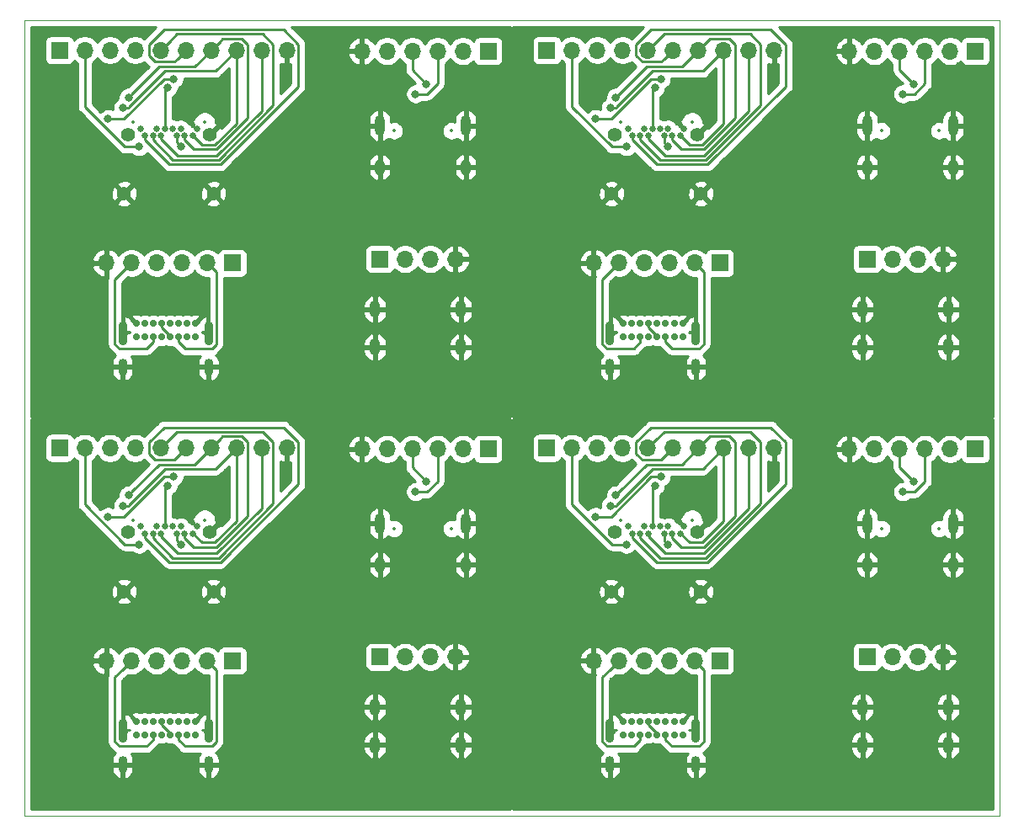
<source format=gbl>
G04 #@! TF.GenerationSoftware,KiCad,Pcbnew,(5.1.5)-3*
G04 #@! TF.CreationDate,2020-03-05T23:42:00+09:00*
G04 #@! TF.ProjectId,USB_Type-C_to_DIP-fin,5553425f-5479-4706-952d-435f746f5f44,rev?*
G04 #@! TF.SameCoordinates,Original*
G04 #@! TF.FileFunction,Copper,L2,Bot*
G04 #@! TF.FilePolarity,Positive*
%FSLAX46Y46*%
G04 Gerber Fmt 4.6, Leading zero omitted, Abs format (unit mm)*
G04 Created by KiCad (PCBNEW (5.1.5)-3) date 2020-03-05 23:42:00*
%MOMM*%
%LPD*%
G04 APERTURE LIST*
%ADD10C,0.050000*%
%ADD11O,1.100000X1.700000*%
%ADD12R,1.700000X1.700000*%
%ADD13O,1.700000X1.700000*%
%ADD14C,0.700000*%
%ADD15O,0.900000X2.400000*%
%ADD16O,0.900000X1.700000*%
%ADD17C,1.400000*%
%ADD18C,0.650000*%
%ADD19O,1.000000X1.600000*%
%ADD20O,1.000000X2.100000*%
%ADD21C,0.800000*%
%ADD22C,0.600000*%
%ADD23C,0.250000*%
%ADD24C,0.254000*%
%ADD25C,0.350000*%
%ADD26C,0.300000*%
%ADD27O,0.600000X1.200000*%
%ADD28O,0.600000X2.100000*%
%ADD29O,0.600000X1.400000*%
%ADD30O,0.600000X1.700000*%
G04 APERTURE END LIST*
D10*
X132000000Y-132000000D02*
X126000000Y-132000000D01*
X126000000Y-132000000D02*
X126000000Y-92000000D01*
X224000000Y-90000000D02*
X224000000Y-130000000D01*
X224000000Y-130000000D02*
X224000000Y-132000000D01*
X224000000Y-132000000D02*
X181000000Y-132000000D01*
X224000000Y-52000000D02*
X224000000Y-90000000D01*
X126000000Y-92000000D02*
X126000000Y-52000000D01*
X175000000Y-52000000D02*
X224000000Y-52000000D01*
X126000000Y-52000000D02*
X175000000Y-52000000D01*
X181000000Y-132000000D02*
X132000000Y-132000000D01*
D11*
X218870000Y-81060000D03*
X210230000Y-81060000D03*
X210230000Y-84860000D03*
X218870000Y-84860000D03*
X169870000Y-81060000D03*
X161230000Y-81060000D03*
X161230000Y-84860000D03*
X169870000Y-84860000D03*
X218870000Y-121060000D03*
X210230000Y-121060000D03*
X210230000Y-124860000D03*
X218870000Y-124860000D03*
D12*
X195900000Y-76400000D03*
D13*
X193360000Y-76400000D03*
X190820000Y-76400000D03*
X188280000Y-76400000D03*
X185740000Y-76400000D03*
X183200000Y-76400000D03*
D12*
X146900000Y-76400000D03*
D13*
X144360000Y-76400000D03*
X141820000Y-76400000D03*
X139280000Y-76400000D03*
X136740000Y-76400000D03*
X134200000Y-76400000D03*
D12*
X195900000Y-116400000D03*
D13*
X193360000Y-116400000D03*
X190820000Y-116400000D03*
X188280000Y-116400000D03*
X185740000Y-116400000D03*
X183200000Y-116400000D03*
D12*
X221600000Y-55100000D03*
D13*
X219060000Y-55100000D03*
X216520000Y-55100000D03*
X213980000Y-55100000D03*
X211440000Y-55100000D03*
X208900000Y-55100000D03*
D12*
X172600000Y-55100000D03*
D13*
X170060000Y-55100000D03*
X167520000Y-55100000D03*
X164980000Y-55100000D03*
X162440000Y-55100000D03*
X159900000Y-55100000D03*
D12*
X221600000Y-95100000D03*
D13*
X219060000Y-95100000D03*
X216520000Y-95100000D03*
X213980000Y-95100000D03*
X211440000Y-95100000D03*
X208900000Y-95100000D03*
D14*
X186200000Y-82500000D03*
X187050000Y-82500000D03*
X187900000Y-82500000D03*
X188750000Y-82500000D03*
X189600000Y-82500000D03*
X190450000Y-82500000D03*
X191300000Y-82500000D03*
X192150000Y-82500000D03*
X187050000Y-83850000D03*
X188750000Y-83850000D03*
X187900000Y-83850000D03*
X186200000Y-83850000D03*
X190450000Y-83850000D03*
X191300000Y-83850000D03*
X192150000Y-83850000D03*
X189600000Y-83850000D03*
D15*
X184850000Y-83480000D03*
X193500000Y-83480000D03*
D16*
X184850000Y-86860000D03*
X193500000Y-86860000D03*
D14*
X137200000Y-82500000D03*
X138050000Y-82500000D03*
X138900000Y-82500000D03*
X139750000Y-82500000D03*
X140600000Y-82500000D03*
X141450000Y-82500000D03*
X142300000Y-82500000D03*
X143150000Y-82500000D03*
X138050000Y-83850000D03*
X139750000Y-83850000D03*
X138900000Y-83850000D03*
X137200000Y-83850000D03*
X141450000Y-83850000D03*
X142300000Y-83850000D03*
X143150000Y-83850000D03*
X140600000Y-83850000D03*
D15*
X135850000Y-83480000D03*
X144500000Y-83480000D03*
D16*
X135850000Y-86860000D03*
X144500000Y-86860000D03*
D14*
X186200000Y-122500000D03*
X187050000Y-122500000D03*
X187900000Y-122500000D03*
X188750000Y-122500000D03*
X189600000Y-122500000D03*
X190450000Y-122500000D03*
X191300000Y-122500000D03*
X192150000Y-122500000D03*
X187050000Y-123850000D03*
X188750000Y-123850000D03*
X187900000Y-123850000D03*
X186200000Y-123850000D03*
X190450000Y-123850000D03*
X191300000Y-123850000D03*
X192150000Y-123850000D03*
X189600000Y-123850000D03*
D15*
X184850000Y-123480000D03*
X193500000Y-123480000D03*
D16*
X184850000Y-126860000D03*
X193500000Y-126860000D03*
D17*
X185370000Y-63490000D03*
X193630000Y-63490000D03*
X193990000Y-69440000D03*
X185010000Y-69440000D03*
D18*
X192300000Y-62890000D03*
X190700000Y-62890000D03*
X189900000Y-62890000D03*
X189100000Y-62890000D03*
X188300000Y-62890000D03*
X186700000Y-62890000D03*
X191900000Y-63590000D03*
X191100000Y-63590000D03*
X190300000Y-63590000D03*
X188700000Y-63590000D03*
X187900000Y-63590000D03*
X187100000Y-63590000D03*
D17*
X136370000Y-63490000D03*
X144630000Y-63490000D03*
X144990000Y-69440000D03*
X136010000Y-69440000D03*
D18*
X143300000Y-62890000D03*
X141700000Y-62890000D03*
X140900000Y-62890000D03*
X140100000Y-62890000D03*
X139300000Y-62890000D03*
X137700000Y-62890000D03*
X142900000Y-63590000D03*
X142100000Y-63590000D03*
X141300000Y-63590000D03*
X139700000Y-63590000D03*
X138900000Y-63590000D03*
X138100000Y-63590000D03*
D17*
X185370000Y-103490000D03*
X193630000Y-103490000D03*
X193990000Y-109440000D03*
X185010000Y-109440000D03*
D18*
X192300000Y-102890000D03*
X190700000Y-102890000D03*
X189900000Y-102890000D03*
X189100000Y-102890000D03*
X188300000Y-102890000D03*
X186700000Y-102890000D03*
X191900000Y-103590000D03*
X191100000Y-103590000D03*
X190300000Y-103590000D03*
X188700000Y-103590000D03*
X187900000Y-103590000D03*
X187100000Y-103590000D03*
D19*
X219350000Y-66760000D03*
X210710000Y-66760000D03*
D20*
X210710000Y-62580000D03*
X219350000Y-62580000D03*
D19*
X170350000Y-66760000D03*
X161710000Y-66760000D03*
D20*
X161710000Y-62580000D03*
X170350000Y-62580000D03*
D19*
X219350000Y-106760000D03*
X210710000Y-106760000D03*
D20*
X210710000Y-102580000D03*
X219350000Y-102580000D03*
D12*
X178500000Y-55000000D03*
D13*
X181040000Y-55000000D03*
X183580000Y-55000000D03*
X186120000Y-55000000D03*
X188660000Y-55000000D03*
X191200000Y-55000000D03*
X193740000Y-55000000D03*
X196280000Y-55000000D03*
X198820000Y-55000000D03*
X201360000Y-55000000D03*
D12*
X129500000Y-55000000D03*
D13*
X132040000Y-55000000D03*
X134580000Y-55000000D03*
X137120000Y-55000000D03*
X139660000Y-55000000D03*
X142200000Y-55000000D03*
X144740000Y-55000000D03*
X147280000Y-55000000D03*
X149820000Y-55000000D03*
X152360000Y-55000000D03*
D12*
X178500000Y-95000000D03*
D13*
X181040000Y-95000000D03*
X183580000Y-95000000D03*
X186120000Y-95000000D03*
X188660000Y-95000000D03*
X191200000Y-95000000D03*
X193740000Y-95000000D03*
X196280000Y-95000000D03*
X198820000Y-95000000D03*
X201360000Y-95000000D03*
D12*
X210700000Y-76000000D03*
D13*
X213240000Y-76000000D03*
X215780000Y-76000000D03*
X218320000Y-76000000D03*
D12*
X161700000Y-76000000D03*
D13*
X164240000Y-76000000D03*
X166780000Y-76000000D03*
X169320000Y-76000000D03*
D12*
X210700000Y-116000000D03*
D13*
X213240000Y-116000000D03*
X215780000Y-116000000D03*
X218320000Y-116000000D03*
D16*
X144500000Y-126860000D03*
X135850000Y-126860000D03*
D15*
X144500000Y-123480000D03*
X135850000Y-123480000D03*
D14*
X140600000Y-123850000D03*
X143150000Y-123850000D03*
X142300000Y-123850000D03*
X141450000Y-123850000D03*
X137200000Y-123850000D03*
X138900000Y-123850000D03*
X139750000Y-123850000D03*
X138050000Y-123850000D03*
X143150000Y-122500000D03*
X142300000Y-122500000D03*
X141450000Y-122500000D03*
X140600000Y-122500000D03*
X139750000Y-122500000D03*
X138900000Y-122500000D03*
X138050000Y-122500000D03*
X137200000Y-122500000D03*
D18*
X138100000Y-103590000D03*
X138900000Y-103590000D03*
X139700000Y-103590000D03*
X141300000Y-103590000D03*
X142100000Y-103590000D03*
X142900000Y-103590000D03*
X137700000Y-102890000D03*
X139300000Y-102890000D03*
X140100000Y-102890000D03*
X140900000Y-102890000D03*
X141700000Y-102890000D03*
X143300000Y-102890000D03*
D17*
X136010000Y-109440000D03*
X144990000Y-109440000D03*
X144630000Y-103490000D03*
X136370000Y-103490000D03*
D20*
X170350000Y-102580000D03*
X161710000Y-102580000D03*
D19*
X161710000Y-106760000D03*
X170350000Y-106760000D03*
D11*
X169870000Y-124860000D03*
X161230000Y-124860000D03*
X161230000Y-121060000D03*
X169870000Y-121060000D03*
D13*
X152360000Y-95000000D03*
X149820000Y-95000000D03*
X147280000Y-95000000D03*
X144740000Y-95000000D03*
X142200000Y-95000000D03*
X139660000Y-95000000D03*
X137120000Y-95000000D03*
X134580000Y-95000000D03*
X132040000Y-95000000D03*
D12*
X129500000Y-95000000D03*
D13*
X169320000Y-116000000D03*
X166780000Y-116000000D03*
X164240000Y-116000000D03*
D12*
X161700000Y-116000000D03*
D13*
X134200000Y-116400000D03*
X136740000Y-116400000D03*
X139280000Y-116400000D03*
X141820000Y-116400000D03*
X144360000Y-116400000D03*
D12*
X146900000Y-116400000D03*
D13*
X159900000Y-95100000D03*
X162440000Y-95100000D03*
X164980000Y-95100000D03*
X167520000Y-95100000D03*
X170060000Y-95100000D03*
D12*
X172600000Y-95100000D03*
D21*
X141000000Y-97900000D03*
X134400000Y-101900000D03*
X183400000Y-101900000D03*
X134400000Y-61900000D03*
X183400000Y-61900000D03*
X190000000Y-97900000D03*
X141000000Y-57900000D03*
X190000000Y-57900000D03*
X140400000Y-98800000D03*
X189400000Y-98800000D03*
X140400000Y-58800000D03*
X189400000Y-58800000D03*
X141700000Y-104700000D03*
X137500000Y-104700000D03*
X190700000Y-104700000D03*
X141700000Y-64700000D03*
X190700000Y-64700000D03*
X186500000Y-104700000D03*
X137500000Y-64700000D03*
X186500000Y-64700000D03*
X136437341Y-99737339D03*
X185437341Y-99737339D03*
X136437341Y-59737339D03*
X185437341Y-59737339D03*
X135900000Y-100800000D03*
X184900000Y-100800000D03*
X135900000Y-60800000D03*
X184900000Y-60800000D03*
X165300000Y-99400000D03*
X214300000Y-99400000D03*
X165300000Y-59400000D03*
X214300000Y-59400000D03*
X166400000Y-98400000D03*
X215400000Y-98400000D03*
X166400000Y-58400000D03*
X215400000Y-58400000D03*
D22*
X129200000Y-97000000D03*
X134600000Y-100500000D03*
X131000000Y-96600000D03*
X133400000Y-97900000D03*
X137900000Y-96600000D03*
X171000000Y-96500000D03*
X168800000Y-98600000D03*
X141500000Y-119600000D03*
X143100000Y-117600000D03*
X138900000Y-118000000D03*
X138900000Y-120800000D03*
X127000000Y-131000000D03*
X174000000Y-131000000D03*
X174000000Y-93000000D03*
X127000000Y-93000000D03*
X127000000Y-113000000D03*
X155000000Y-113000000D03*
X155000000Y-93000000D03*
X157000000Y-93000000D03*
X157000000Y-113000000D03*
X157000000Y-115000000D03*
X157000000Y-131000000D03*
X174000000Y-115000000D03*
X155000000Y-115000000D03*
X155000000Y-131000000D03*
X127000000Y-115000000D03*
X141000000Y-113000000D03*
X141000000Y-131000000D03*
X165000000Y-131000000D03*
X174000000Y-113000000D03*
X165000000Y-113000000D03*
X166000000Y-93000000D03*
X174000000Y-103000000D03*
X157000000Y-103000000D03*
X155000000Y-103000000D03*
X127000000Y-103000000D03*
X155000000Y-123000000D03*
X157000000Y-123000000D03*
X174000000Y-123000000D03*
X127000000Y-123000000D03*
X144000000Y-100700000D03*
X143700000Y-98100000D03*
X146300000Y-97400000D03*
X136100000Y-118400000D03*
X182400000Y-97900000D03*
X133400000Y-57900000D03*
X182400000Y-57900000D03*
X190500000Y-119600000D03*
X141500000Y-79600000D03*
X190500000Y-79600000D03*
X176000000Y-113000000D03*
X127000000Y-73000000D03*
X176000000Y-73000000D03*
X214000000Y-131000000D03*
X165000000Y-91000000D03*
X214000000Y-91000000D03*
X223000000Y-131000000D03*
X174000000Y-91000000D03*
X223000000Y-91000000D03*
X206000000Y-131000000D03*
X157000000Y-91000000D03*
X206000000Y-91000000D03*
X215000000Y-93000000D03*
X166000000Y-53000000D03*
X215000000Y-53000000D03*
X190000000Y-113000000D03*
X141000000Y-73000000D03*
X190000000Y-73000000D03*
X190000000Y-131000000D03*
X141000000Y-91000000D03*
X190000000Y-91000000D03*
X204000000Y-123000000D03*
X155000000Y-83000000D03*
X204000000Y-83000000D03*
X187900000Y-120800000D03*
X138900000Y-80800000D03*
X187900000Y-80800000D03*
X220000000Y-96500000D03*
X171000000Y-56500000D03*
X220000000Y-56500000D03*
X214000000Y-113000000D03*
X165000000Y-73000000D03*
X214000000Y-73000000D03*
X187900000Y-118000000D03*
X138900000Y-78000000D03*
X187900000Y-78000000D03*
X223000000Y-115000000D03*
X174000000Y-75000000D03*
X223000000Y-75000000D03*
X204000000Y-113000000D03*
X155000000Y-73000000D03*
X204000000Y-73000000D03*
X223000000Y-113000000D03*
X174000000Y-73000000D03*
X223000000Y-73000000D03*
X223000000Y-103000000D03*
X174000000Y-63000000D03*
X223000000Y-63000000D03*
X206000000Y-123000000D03*
X157000000Y-83000000D03*
X206000000Y-83000000D03*
X185100000Y-118400000D03*
X136100000Y-78400000D03*
X185100000Y-78400000D03*
X206000000Y-113000000D03*
X157000000Y-73000000D03*
X206000000Y-73000000D03*
X206000000Y-115000000D03*
X157000000Y-75000000D03*
X206000000Y-75000000D03*
X204000000Y-115000000D03*
X155000000Y-75000000D03*
X204000000Y-75000000D03*
X204000000Y-131000000D03*
X155000000Y-91000000D03*
X204000000Y-91000000D03*
X206000000Y-103000000D03*
X157000000Y-63000000D03*
X206000000Y-63000000D03*
X183600000Y-100500000D03*
X134600000Y-60500000D03*
X183600000Y-60500000D03*
X176000000Y-115000000D03*
X127000000Y-75000000D03*
X176000000Y-75000000D03*
X204000000Y-103000000D03*
X155000000Y-63000000D03*
X204000000Y-63000000D03*
X176000000Y-103000000D03*
X127000000Y-63000000D03*
X176000000Y-63000000D03*
X176000000Y-131000000D03*
X127000000Y-91000000D03*
X176000000Y-91000000D03*
X176000000Y-93000000D03*
X127000000Y-53000000D03*
X176000000Y-53000000D03*
X217800000Y-98600000D03*
X168800000Y-58600000D03*
X217800000Y-58600000D03*
X186900000Y-96600000D03*
X137900000Y-56600000D03*
X186900000Y-56600000D03*
X178200000Y-97000000D03*
X129200000Y-57000000D03*
X178200000Y-57000000D03*
X180000000Y-96600000D03*
X131000000Y-56600000D03*
X180000000Y-56600000D03*
X206000000Y-93000000D03*
X157000000Y-53000000D03*
X206000000Y-53000000D03*
X223000000Y-123000000D03*
X174000000Y-83000000D03*
X223000000Y-83000000D03*
X176000000Y-123000000D03*
X127000000Y-83000000D03*
X176000000Y-83000000D03*
X193000000Y-100700000D03*
X144000000Y-60700000D03*
X193000000Y-60700000D03*
X192700000Y-98100000D03*
X143700000Y-58100000D03*
X192700000Y-58100000D03*
X195300000Y-97400000D03*
X146300000Y-57400000D03*
X195300000Y-57400000D03*
X223000000Y-93000000D03*
X174000000Y-53000000D03*
X223000000Y-53000000D03*
X192100000Y-117600000D03*
X143100000Y-77600000D03*
X192100000Y-77600000D03*
X204000000Y-93000000D03*
X155000000Y-53000000D03*
X204000000Y-53000000D03*
D23*
X135074990Y-118065010D02*
X135890001Y-117249999D01*
X135074990Y-124551019D02*
X135074990Y-118065010D01*
X135528981Y-125005010D02*
X135074990Y-124551019D01*
X138239964Y-125005010D02*
X135528981Y-125005010D01*
X135890001Y-117249999D02*
X136740000Y-116400000D01*
X138900000Y-124344974D02*
X138239964Y-125005010D01*
X138900000Y-123850000D02*
X138900000Y-124344974D01*
X184890001Y-117249999D02*
X185740000Y-116400000D01*
X135890001Y-77249999D02*
X136740000Y-76400000D01*
X184890001Y-77249999D02*
X185740000Y-76400000D01*
X187900000Y-123850000D02*
X187900000Y-124344974D01*
X138900000Y-83850000D02*
X138900000Y-84344974D01*
X187900000Y-83850000D02*
X187900000Y-84344974D01*
X187239964Y-125005010D02*
X184528981Y-125005010D01*
X138239964Y-85005010D02*
X135528981Y-85005010D01*
X187239964Y-85005010D02*
X184528981Y-85005010D01*
X187900000Y-124344974D02*
X187239964Y-125005010D01*
X138900000Y-84344974D02*
X138239964Y-85005010D01*
X187900000Y-84344974D02*
X187239964Y-85005010D01*
X184074990Y-124551019D02*
X184074990Y-118065010D01*
X135074990Y-84551019D02*
X135074990Y-78065010D01*
X184074990Y-84551019D02*
X184074990Y-78065010D01*
X184074990Y-118065010D02*
X184890001Y-117249999D01*
X135074990Y-78065010D02*
X135890001Y-77249999D01*
X184074990Y-78065010D02*
X184890001Y-77249999D01*
X184528981Y-125005010D02*
X184074990Y-124551019D01*
X135528981Y-85005010D02*
X135074990Y-84551019D01*
X184528981Y-85005010D02*
X184074990Y-84551019D01*
X140600000Y-123700998D02*
X140600000Y-123850000D01*
X139750000Y-122850998D02*
X140600000Y-123700998D01*
X139750000Y-122500000D02*
X139750000Y-122850998D01*
X189600000Y-123700998D02*
X189600000Y-123850000D01*
X140600000Y-83700998D02*
X140600000Y-83850000D01*
X189600000Y-83700998D02*
X189600000Y-83850000D01*
X188750000Y-122850998D02*
X189600000Y-123700998D01*
X139750000Y-82850998D02*
X140600000Y-83700998D01*
X188750000Y-82850998D02*
X189600000Y-83700998D01*
X188750000Y-122500000D02*
X188750000Y-122850998D01*
X139750000Y-82500000D02*
X139750000Y-82850998D01*
X188750000Y-82500000D02*
X188750000Y-82850998D01*
X145275010Y-124551019D02*
X145275010Y-117315010D01*
X144821019Y-125005010D02*
X145275010Y-124551019D01*
X145275010Y-117315010D02*
X145209999Y-117249999D01*
X142110036Y-125005010D02*
X144821019Y-125005010D01*
X145209999Y-117249999D02*
X144360000Y-116400000D01*
X141450000Y-124344974D02*
X142110036Y-125005010D01*
X141450000Y-123850000D02*
X141450000Y-124344974D01*
X190450000Y-123850000D02*
X190450000Y-124344974D01*
X141450000Y-83850000D02*
X141450000Y-84344974D01*
X190450000Y-83850000D02*
X190450000Y-84344974D01*
X191110036Y-125005010D02*
X193821019Y-125005010D01*
X142110036Y-85005010D02*
X144821019Y-85005010D01*
X191110036Y-85005010D02*
X193821019Y-85005010D01*
X194209999Y-117249999D02*
X193360000Y-116400000D01*
X145209999Y-77249999D02*
X144360000Y-76400000D01*
X194209999Y-77249999D02*
X193360000Y-76400000D01*
X193821019Y-125005010D02*
X194275010Y-124551019D01*
X144821019Y-85005010D02*
X145275010Y-84551019D01*
X193821019Y-85005010D02*
X194275010Y-84551019D01*
X194275010Y-124551019D02*
X194275010Y-117315010D01*
X145275010Y-84551019D02*
X145275010Y-77315010D01*
X194275010Y-84551019D02*
X194275010Y-77315010D01*
X190450000Y-124344974D02*
X191110036Y-125005010D01*
X141450000Y-84344974D02*
X142110036Y-85005010D01*
X190450000Y-84344974D02*
X191110036Y-85005010D01*
X194275010Y-117315010D02*
X194209999Y-117249999D01*
X145275010Y-77315010D02*
X145209999Y-77249999D01*
X194275010Y-77315010D02*
X194209999Y-77249999D01*
X141350001Y-95849999D02*
X142200000Y-95000000D01*
X141024999Y-96175001D02*
X141350001Y-95849999D01*
X139095999Y-96175001D02*
X141024999Y-96175001D01*
X139996018Y-92924980D02*
X138484999Y-94435999D01*
X138484999Y-95564001D02*
X139095999Y-96175001D01*
X152023982Y-92924980D02*
X139996018Y-92924980D01*
X153535001Y-94435999D02*
X152023982Y-92924980D01*
X138484999Y-94435999D02*
X138484999Y-95564001D01*
X153535001Y-98647641D02*
X153535001Y-94435999D01*
X145682624Y-106500018D02*
X153535001Y-98647641D01*
X140550399Y-106500018D02*
X145682624Y-106500018D01*
X138100000Y-104049619D02*
X140550399Y-106500018D01*
X138100000Y-103590000D02*
X138100000Y-104049619D01*
X190024999Y-96175001D02*
X190350001Y-95849999D01*
X141024999Y-56175001D02*
X141350001Y-55849999D01*
X190024999Y-56175001D02*
X190350001Y-55849999D01*
X194682624Y-106500018D02*
X202535001Y-98647641D01*
X145682624Y-66500018D02*
X153535001Y-58647641D01*
X194682624Y-66500018D02*
X202535001Y-58647641D01*
X187100000Y-104049619D02*
X189550399Y-106500018D01*
X138100000Y-64049619D02*
X140550399Y-66500018D01*
X187100000Y-64049619D02*
X189550399Y-66500018D01*
X187484999Y-94435999D02*
X187484999Y-95564001D01*
X138484999Y-54435999D02*
X138484999Y-55564001D01*
X187484999Y-54435999D02*
X187484999Y-55564001D01*
X188095999Y-96175001D02*
X190024999Y-96175001D01*
X139095999Y-56175001D02*
X141024999Y-56175001D01*
X188095999Y-56175001D02*
X190024999Y-56175001D01*
X201023982Y-92924980D02*
X188996018Y-92924980D01*
X152023982Y-52924980D02*
X139996018Y-52924980D01*
X201023982Y-52924980D02*
X188996018Y-52924980D01*
X187484999Y-95564001D02*
X188095999Y-96175001D01*
X138484999Y-55564001D02*
X139095999Y-56175001D01*
X187484999Y-55564001D02*
X188095999Y-56175001D01*
X188996018Y-92924980D02*
X187484999Y-94435999D01*
X139996018Y-52924980D02*
X138484999Y-54435999D01*
X188996018Y-52924980D02*
X187484999Y-54435999D01*
X202535001Y-94435999D02*
X201023982Y-92924980D01*
X153535001Y-54435999D02*
X152023982Y-52924980D01*
X202535001Y-54435999D02*
X201023982Y-52924980D01*
X202535001Y-98647641D02*
X202535001Y-94435999D01*
X153535001Y-58647641D02*
X153535001Y-54435999D01*
X202535001Y-58647641D02*
X202535001Y-54435999D01*
X189550399Y-106500018D02*
X194682624Y-106500018D01*
X140550399Y-66500018D02*
X145682624Y-66500018D01*
X189550399Y-66500018D02*
X194682624Y-66500018D01*
X187100000Y-103590000D02*
X187100000Y-104049619D01*
X138100000Y-63590000D02*
X138100000Y-64049619D01*
X187100000Y-63590000D02*
X187100000Y-64049619D01*
X190350001Y-95849999D02*
X191200000Y-95000000D01*
X141350001Y-55849999D02*
X142200000Y-55000000D01*
X190350001Y-55849999D02*
X191200000Y-55000000D01*
X149820000Y-96202081D02*
X149820000Y-95000000D01*
X139700000Y-103590000D02*
X139700000Y-103900000D01*
X141400000Y-105600000D02*
X145309822Y-105600000D01*
X139700000Y-103900000D02*
X141400000Y-105600000D01*
X145309822Y-105600000D02*
X149820000Y-101089822D01*
X149820000Y-101089822D02*
X149820000Y-96202081D01*
X140002095Y-97900000D02*
X136002095Y-101900000D01*
X141000000Y-97900000D02*
X140002095Y-97900000D01*
X136002095Y-101900000D02*
X134400000Y-101900000D01*
X134400000Y-101900000D02*
X134400000Y-101900000D01*
X185002095Y-101900000D02*
X183400000Y-101900000D01*
X136002095Y-61900000D02*
X134400000Y-61900000D01*
X185002095Y-61900000D02*
X183400000Y-61900000D01*
X183400000Y-101900000D02*
X183400000Y-101900000D01*
X134400000Y-61900000D02*
X134400000Y-61900000D01*
X183400000Y-61900000D02*
X183400000Y-61900000D01*
X198820000Y-96202081D02*
X198820000Y-95000000D01*
X149820000Y-56202081D02*
X149820000Y-55000000D01*
X198820000Y-56202081D02*
X198820000Y-55000000D01*
X188700000Y-103590000D02*
X188700000Y-103900000D01*
X139700000Y-63590000D02*
X139700000Y-63900000D01*
X188700000Y-63590000D02*
X188700000Y-63900000D01*
X188700000Y-103900000D02*
X190400000Y-105600000D01*
X139700000Y-63900000D02*
X141400000Y-65600000D01*
X188700000Y-63900000D02*
X190400000Y-65600000D01*
X198820000Y-101089822D02*
X198820000Y-96202081D01*
X149820000Y-61089822D02*
X149820000Y-56202081D01*
X198820000Y-61089822D02*
X198820000Y-56202081D01*
X190400000Y-105600000D02*
X194309822Y-105600000D01*
X141400000Y-65600000D02*
X145309822Y-65600000D01*
X190400000Y-65600000D02*
X194309822Y-65600000D01*
X189002095Y-97900000D02*
X185002095Y-101900000D01*
X140002095Y-57900000D02*
X136002095Y-61900000D01*
X189002095Y-57900000D02*
X185002095Y-61900000D01*
X190000000Y-97900000D02*
X189002095Y-97900000D01*
X141000000Y-57900000D02*
X140002095Y-57900000D01*
X190000000Y-57900000D02*
X189002095Y-57900000D01*
X194309822Y-105600000D02*
X198820000Y-101089822D01*
X145309822Y-65600000D02*
X149820000Y-61089822D01*
X194309822Y-65600000D02*
X198820000Y-61089822D01*
X140509999Y-94150001D02*
X139660000Y-95000000D01*
X141285011Y-93374989D02*
X140509999Y-94150001D01*
X149933991Y-93374989D02*
X141285011Y-93374989D01*
X150995001Y-94435999D02*
X149933991Y-93374989D01*
X150995001Y-100551231D02*
X150995001Y-94435999D01*
X140900391Y-106050010D02*
X145496223Y-106050009D01*
X145496223Y-106050009D02*
X150995001Y-100551231D01*
X138900000Y-104049619D02*
X140900391Y-106050010D01*
X138900000Y-103590000D02*
X138900000Y-104049619D01*
X189509999Y-94150001D02*
X188660000Y-95000000D01*
X140509999Y-54150001D02*
X139660000Y-55000000D01*
X189509999Y-54150001D02*
X188660000Y-55000000D01*
X189900391Y-106050010D02*
X194496223Y-106050009D01*
X140900391Y-66050010D02*
X145496223Y-66050009D01*
X189900391Y-66050010D02*
X194496223Y-66050009D01*
X190285011Y-93374989D02*
X189509999Y-94150001D01*
X141285011Y-53374989D02*
X140509999Y-54150001D01*
X190285011Y-53374989D02*
X189509999Y-54150001D01*
X187900000Y-103590000D02*
X187900000Y-104049619D01*
X138900000Y-63590000D02*
X138900000Y-64049619D01*
X187900000Y-63590000D02*
X187900000Y-64049619D01*
X199995001Y-94435999D02*
X198933991Y-93374989D01*
X150995001Y-54435999D02*
X149933991Y-53374989D01*
X199995001Y-54435999D02*
X198933991Y-53374989D01*
X198933991Y-93374989D02*
X190285011Y-93374989D01*
X149933991Y-53374989D02*
X141285011Y-53374989D01*
X198933991Y-53374989D02*
X190285011Y-53374989D01*
X199995001Y-100551231D02*
X199995001Y-94435999D01*
X150995001Y-60551231D02*
X150995001Y-54435999D01*
X199995001Y-60551231D02*
X199995001Y-54435999D01*
X187900000Y-104049619D02*
X189900391Y-106050010D01*
X138900000Y-64049619D02*
X140900391Y-66050010D01*
X187900000Y-64049619D02*
X189900391Y-66050010D01*
X194496223Y-106050009D02*
X199995001Y-100551231D01*
X145496223Y-66050009D02*
X150995001Y-60551231D01*
X194496223Y-66050009D02*
X199995001Y-60551231D01*
X140100000Y-102890000D02*
X140100000Y-99100000D01*
X140100000Y-99100000D02*
X140400000Y-98800000D01*
X189100000Y-102890000D02*
X189100000Y-99100000D01*
X140100000Y-62890000D02*
X140100000Y-59100000D01*
X189100000Y-62890000D02*
X189100000Y-59100000D01*
X189100000Y-99100000D02*
X189400000Y-98800000D01*
X140100000Y-59100000D02*
X140400000Y-58800000D01*
X189100000Y-59100000D02*
X189400000Y-58800000D01*
X141300001Y-104300001D02*
X141700000Y-104700000D01*
X141300000Y-103590000D02*
X141300001Y-104300001D01*
X132040000Y-100677002D02*
X132040000Y-96202081D01*
X136062998Y-104700000D02*
X132040000Y-100677002D01*
X132040000Y-96202081D02*
X132040000Y-95000000D01*
X137500000Y-104700000D02*
X136062998Y-104700000D01*
X181040000Y-100677002D02*
X181040000Y-96202081D01*
X132040000Y-60677002D02*
X132040000Y-56202081D01*
X181040000Y-60677002D02*
X181040000Y-56202081D01*
X185062998Y-104700000D02*
X181040000Y-100677002D01*
X136062998Y-64700000D02*
X132040000Y-60677002D01*
X185062998Y-64700000D02*
X181040000Y-60677002D01*
X186500000Y-104700000D02*
X185062998Y-104700000D01*
X137500000Y-64700000D02*
X136062998Y-64700000D01*
X186500000Y-64700000D02*
X185062998Y-64700000D01*
X190300000Y-103590000D02*
X190300001Y-104300001D01*
X141300000Y-63590000D02*
X141300001Y-64300001D01*
X190300000Y-63590000D02*
X190300001Y-64300001D01*
X181040000Y-96202081D02*
X181040000Y-95000000D01*
X132040000Y-56202081D02*
X132040000Y-55000000D01*
X181040000Y-56202081D02*
X181040000Y-55000000D01*
X190300001Y-104300001D02*
X190700000Y-104700000D01*
X141300001Y-64300001D02*
X141700000Y-64700000D01*
X190300001Y-64300001D02*
X190700000Y-64700000D01*
X145589999Y-94150001D02*
X144740000Y-95000000D01*
X145915001Y-93824999D02*
X145589999Y-94150001D01*
X148455001Y-101818411D02*
X148455001Y-94435999D01*
X143015392Y-104965011D02*
X145308402Y-104965010D01*
X145308402Y-104965010D02*
X148455001Y-101818411D01*
X142100000Y-104049619D02*
X143015392Y-104965011D01*
X147844001Y-93824999D02*
X145915001Y-93824999D01*
X148455001Y-94435999D02*
X147844001Y-93824999D01*
X142100000Y-103590000D02*
X142100000Y-104049619D01*
X144740000Y-95000000D02*
X143090011Y-96649989D01*
X136837340Y-99337340D02*
X136437341Y-99737339D01*
X143090011Y-96649989D02*
X139524691Y-96649989D01*
X139524691Y-96649989D02*
X136837340Y-99337340D01*
X194589999Y-94150001D02*
X193740000Y-95000000D01*
X145589999Y-54150001D02*
X144740000Y-55000000D01*
X194589999Y-54150001D02*
X193740000Y-55000000D01*
X194915001Y-93824999D02*
X194589999Y-94150001D01*
X145915001Y-53824999D02*
X145589999Y-54150001D01*
X194915001Y-53824999D02*
X194589999Y-54150001D01*
X192015392Y-104965011D02*
X194308402Y-104965010D01*
X143015392Y-64965011D02*
X145308402Y-64965010D01*
X192015392Y-64965011D02*
X194308402Y-64965010D01*
X191100000Y-104049619D02*
X192015392Y-104965011D01*
X142100000Y-64049619D02*
X143015392Y-64965011D01*
X191100000Y-64049619D02*
X192015392Y-64965011D01*
X191100000Y-103590000D02*
X191100000Y-104049619D01*
X142100000Y-63590000D02*
X142100000Y-64049619D01*
X191100000Y-63590000D02*
X191100000Y-64049619D01*
X192090011Y-96649989D02*
X188524691Y-96649989D01*
X143090011Y-56649989D02*
X139524691Y-56649989D01*
X192090011Y-56649989D02*
X188524691Y-56649989D01*
X193740000Y-95000000D02*
X192090011Y-96649989D01*
X144740000Y-55000000D02*
X143090011Y-56649989D01*
X193740000Y-55000000D02*
X192090011Y-56649989D01*
X194308402Y-104965010D02*
X197455001Y-101818411D01*
X145308402Y-64965010D02*
X148455001Y-61818411D01*
X194308402Y-64965010D02*
X197455001Y-61818411D01*
X188524691Y-96649989D02*
X185837340Y-99337340D01*
X139524691Y-56649989D02*
X136837340Y-59337340D01*
X188524691Y-56649989D02*
X185837340Y-59337340D01*
X185837340Y-99337340D02*
X185437341Y-99737339D01*
X136837340Y-59337340D02*
X136437341Y-59737339D01*
X185837340Y-59337340D02*
X185437341Y-59737339D01*
X197455001Y-101818411D02*
X197455001Y-94435999D01*
X148455001Y-61818411D02*
X148455001Y-54435999D01*
X197455001Y-61818411D02*
X197455001Y-54435999D01*
X196844001Y-93824999D02*
X194915001Y-93824999D01*
X147844001Y-53824999D02*
X145915001Y-53824999D01*
X196844001Y-53824999D02*
X194915001Y-53824999D01*
X197455001Y-94435999D02*
X196844001Y-93824999D01*
X148455001Y-54435999D02*
X147844001Y-53824999D01*
X197455001Y-54435999D02*
X196844001Y-53824999D01*
X145122001Y-104515001D02*
X147280000Y-102357002D01*
X143825001Y-104515001D02*
X145122001Y-104515001D01*
X147280000Y-96202081D02*
X147280000Y-95000000D01*
X147280000Y-102357002D02*
X147280000Y-96202081D01*
X142900000Y-103590000D02*
X143825001Y-104515001D01*
X140100000Y-97100000D02*
X136465685Y-100734315D01*
X136465685Y-100734315D02*
X136465685Y-100800000D01*
X147280000Y-95000000D02*
X145180000Y-97100000D01*
X145180000Y-97100000D02*
X140100000Y-97100000D01*
X136465685Y-100800000D02*
X135900000Y-100800000D01*
X194180000Y-97100000D02*
X189100000Y-97100000D01*
X145180000Y-57100000D02*
X140100000Y-57100000D01*
X194180000Y-57100000D02*
X189100000Y-57100000D01*
X189100000Y-97100000D02*
X185465685Y-100734315D01*
X140100000Y-57100000D02*
X136465685Y-60734315D01*
X189100000Y-57100000D02*
X185465685Y-60734315D01*
X192825001Y-104515001D02*
X194122001Y-104515001D01*
X143825001Y-64515001D02*
X145122001Y-64515001D01*
X192825001Y-64515001D02*
X194122001Y-64515001D01*
X194122001Y-104515001D02*
X196280000Y-102357002D01*
X145122001Y-64515001D02*
X147280000Y-62357002D01*
X194122001Y-64515001D02*
X196280000Y-62357002D01*
X196280000Y-96202081D02*
X196280000Y-95000000D01*
X147280000Y-56202081D02*
X147280000Y-55000000D01*
X196280000Y-56202081D02*
X196280000Y-55000000D01*
X196280000Y-95000000D02*
X194180000Y-97100000D01*
X147280000Y-55000000D02*
X145180000Y-57100000D01*
X196280000Y-55000000D02*
X194180000Y-57100000D01*
X185465685Y-100734315D02*
X185465685Y-100800000D01*
X136465685Y-60734315D02*
X136465685Y-60800000D01*
X185465685Y-60734315D02*
X185465685Y-60800000D01*
X191900000Y-103590000D02*
X192825001Y-104515001D01*
X142900000Y-63590000D02*
X143825001Y-64515001D01*
X191900000Y-63590000D02*
X192825001Y-64515001D01*
X185465685Y-100800000D02*
X184900000Y-100800000D01*
X136465685Y-60800000D02*
X135900000Y-60800000D01*
X185465685Y-60800000D02*
X184900000Y-60800000D01*
X196280000Y-102357002D02*
X196280000Y-96202081D01*
X147280000Y-62357002D02*
X147280000Y-56202081D01*
X196280000Y-62357002D02*
X196280000Y-56202081D01*
X167520000Y-98353002D02*
X166473002Y-99400000D01*
X167520000Y-95100000D02*
X167520000Y-98353002D01*
X166473002Y-99400000D02*
X165300000Y-99400000D01*
X165300000Y-99400000D02*
X165300000Y-99400000D01*
X215473002Y-99400000D02*
X214300000Y-99400000D01*
X166473002Y-59400000D02*
X165300000Y-59400000D01*
X215473002Y-59400000D02*
X214300000Y-59400000D01*
X216520000Y-95100000D02*
X216520000Y-98353002D01*
X167520000Y-55100000D02*
X167520000Y-58353002D01*
X216520000Y-55100000D02*
X216520000Y-58353002D01*
X214300000Y-99400000D02*
X214300000Y-99400000D01*
X165300000Y-59400000D02*
X165300000Y-59400000D01*
X214300000Y-59400000D02*
X214300000Y-59400000D01*
X216520000Y-98353002D02*
X215473002Y-99400000D01*
X167520000Y-58353002D02*
X166473002Y-59400000D01*
X216520000Y-58353002D02*
X215473002Y-59400000D01*
X164980000Y-95100000D02*
X164980000Y-96980000D01*
X164980000Y-96980000D02*
X166400000Y-98400000D01*
X213980000Y-96980000D02*
X215400000Y-98400000D01*
X164980000Y-56980000D02*
X166400000Y-58400000D01*
X213980000Y-56980000D02*
X215400000Y-58400000D01*
X213980000Y-95100000D02*
X213980000Y-96980000D01*
X164980000Y-55100000D02*
X164980000Y-56980000D01*
X213980000Y-55100000D02*
X213980000Y-56980000D01*
D24*
G36*
X174873000Y-131340000D02*
G01*
X126660000Y-131340000D01*
X126660000Y-126987000D01*
X134765000Y-126987000D01*
X134765000Y-127387000D01*
X134810624Y-127596233D01*
X134896191Y-127792545D01*
X135018413Y-127968391D01*
X135172592Y-128117014D01*
X135352803Y-128232702D01*
X135555999Y-128304408D01*
X135723000Y-128177502D01*
X135723000Y-126987000D01*
X135977000Y-126987000D01*
X135977000Y-128177502D01*
X136144001Y-128304408D01*
X136347197Y-128232702D01*
X136527408Y-128117014D01*
X136681587Y-127968391D01*
X136803809Y-127792545D01*
X136889376Y-127596233D01*
X136935000Y-127387000D01*
X136935000Y-126987000D01*
X143415000Y-126987000D01*
X143415000Y-127387000D01*
X143460624Y-127596233D01*
X143546191Y-127792545D01*
X143668413Y-127968391D01*
X143822592Y-128117014D01*
X144002803Y-128232702D01*
X144205999Y-128304408D01*
X144373000Y-128177502D01*
X144373000Y-126987000D01*
X144627000Y-126987000D01*
X144627000Y-128177502D01*
X144794001Y-128304408D01*
X144997197Y-128232702D01*
X145177408Y-128117014D01*
X145331587Y-127968391D01*
X145453809Y-127792545D01*
X145539376Y-127596233D01*
X145585000Y-127387000D01*
X145585000Y-126987000D01*
X144627000Y-126987000D01*
X144373000Y-126987000D01*
X143415000Y-126987000D01*
X136935000Y-126987000D01*
X135977000Y-126987000D01*
X135723000Y-126987000D01*
X134765000Y-126987000D01*
X126660000Y-126987000D01*
X126660000Y-118065010D01*
X134311314Y-118065010D01*
X134314991Y-118102342D01*
X134314990Y-124513696D01*
X134311314Y-124551019D01*
X134314990Y-124588341D01*
X134314990Y-124588351D01*
X134325987Y-124700004D01*
X134369444Y-124843265D01*
X134440016Y-124975295D01*
X134464402Y-125005009D01*
X134534989Y-125091020D01*
X134563993Y-125114823D01*
X134965177Y-125516007D01*
X134988980Y-125545011D01*
X135104705Y-125639984D01*
X135123686Y-125650130D01*
X135018413Y-125751609D01*
X134896191Y-125927455D01*
X134810624Y-126123767D01*
X134765000Y-126333000D01*
X134765000Y-126733000D01*
X135723000Y-126733000D01*
X135723000Y-126713000D01*
X135977000Y-126713000D01*
X135977000Y-126733000D01*
X136935000Y-126733000D01*
X136935000Y-126333000D01*
X136889376Y-126123767D01*
X136803809Y-125927455D01*
X136690901Y-125765010D01*
X138202642Y-125765010D01*
X138239964Y-125768686D01*
X138277286Y-125765010D01*
X138277297Y-125765010D01*
X138388950Y-125754013D01*
X138532211Y-125710556D01*
X138664240Y-125639984D01*
X138779965Y-125545011D01*
X138803767Y-125516008D01*
X139411002Y-124908774D01*
X139440001Y-124884975D01*
X139505148Y-124805593D01*
X139652986Y-124835000D01*
X139847014Y-124835000D01*
X140037314Y-124797147D01*
X140175000Y-124740116D01*
X140312686Y-124797147D01*
X140502986Y-124835000D01*
X140697014Y-124835000D01*
X140844852Y-124805593D01*
X140910000Y-124884975D01*
X140938998Y-124908773D01*
X141546236Y-125516012D01*
X141570035Y-125545011D01*
X141685760Y-125639984D01*
X141817789Y-125710556D01*
X141961050Y-125754013D01*
X142072703Y-125765010D01*
X142072713Y-125765010D01*
X142110036Y-125768686D01*
X142147359Y-125765010D01*
X143659099Y-125765010D01*
X143546191Y-125927455D01*
X143460624Y-126123767D01*
X143415000Y-126333000D01*
X143415000Y-126733000D01*
X144373000Y-126733000D01*
X144373000Y-126713000D01*
X144627000Y-126713000D01*
X144627000Y-126733000D01*
X145585000Y-126733000D01*
X145585000Y-126333000D01*
X145539376Y-126123767D01*
X145453809Y-125927455D01*
X145331587Y-125751609D01*
X145226314Y-125650130D01*
X145245295Y-125639984D01*
X145361020Y-125545011D01*
X145384823Y-125516007D01*
X145786008Y-125114822D01*
X145815011Y-125091020D01*
X145900377Y-124987000D01*
X160045000Y-124987000D01*
X160045000Y-125287000D01*
X160092546Y-125515742D01*
X160183804Y-125730813D01*
X160315266Y-125923948D01*
X160481881Y-126087725D01*
X160677246Y-126215850D01*
X160893853Y-126303399D01*
X160920256Y-126303803D01*
X161103000Y-126178361D01*
X161103000Y-124987000D01*
X161357000Y-124987000D01*
X161357000Y-126178361D01*
X161539744Y-126303803D01*
X161566147Y-126303399D01*
X161782754Y-126215850D01*
X161978119Y-126087725D01*
X162144734Y-125923948D01*
X162276196Y-125730813D01*
X162367454Y-125515742D01*
X162415000Y-125287000D01*
X162415000Y-124987000D01*
X168685000Y-124987000D01*
X168685000Y-125287000D01*
X168732546Y-125515742D01*
X168823804Y-125730813D01*
X168955266Y-125923948D01*
X169121881Y-126087725D01*
X169317246Y-126215850D01*
X169533853Y-126303399D01*
X169560256Y-126303803D01*
X169743000Y-126178361D01*
X169743000Y-124987000D01*
X169997000Y-124987000D01*
X169997000Y-126178361D01*
X170179744Y-126303803D01*
X170206147Y-126303399D01*
X170422754Y-126215850D01*
X170618119Y-126087725D01*
X170784734Y-125923948D01*
X170916196Y-125730813D01*
X171007454Y-125515742D01*
X171055000Y-125287000D01*
X171055000Y-124987000D01*
X169997000Y-124987000D01*
X169743000Y-124987000D01*
X168685000Y-124987000D01*
X162415000Y-124987000D01*
X161357000Y-124987000D01*
X161103000Y-124987000D01*
X160045000Y-124987000D01*
X145900377Y-124987000D01*
X145909984Y-124975295D01*
X145980556Y-124843266D01*
X146024013Y-124700005D01*
X146035010Y-124588352D01*
X146035010Y-124588343D01*
X146038686Y-124551020D01*
X146035010Y-124513697D01*
X146035010Y-124433000D01*
X160045000Y-124433000D01*
X160045000Y-124733000D01*
X161103000Y-124733000D01*
X161103000Y-123541639D01*
X161357000Y-123541639D01*
X161357000Y-124733000D01*
X162415000Y-124733000D01*
X162415000Y-124433000D01*
X168685000Y-124433000D01*
X168685000Y-124733000D01*
X169743000Y-124733000D01*
X169743000Y-123541639D01*
X169997000Y-123541639D01*
X169997000Y-124733000D01*
X171055000Y-124733000D01*
X171055000Y-124433000D01*
X171007454Y-124204258D01*
X170916196Y-123989187D01*
X170784734Y-123796052D01*
X170618119Y-123632275D01*
X170422754Y-123504150D01*
X170206147Y-123416601D01*
X170179744Y-123416197D01*
X169997000Y-123541639D01*
X169743000Y-123541639D01*
X169560256Y-123416197D01*
X169533853Y-123416601D01*
X169317246Y-123504150D01*
X169121881Y-123632275D01*
X168955266Y-123796052D01*
X168823804Y-123989187D01*
X168732546Y-124204258D01*
X168685000Y-124433000D01*
X162415000Y-124433000D01*
X162367454Y-124204258D01*
X162276196Y-123989187D01*
X162144734Y-123796052D01*
X161978119Y-123632275D01*
X161782754Y-123504150D01*
X161566147Y-123416601D01*
X161539744Y-123416197D01*
X161357000Y-123541639D01*
X161103000Y-123541639D01*
X160920256Y-123416197D01*
X160893853Y-123416601D01*
X160677246Y-123504150D01*
X160481881Y-123632275D01*
X160315266Y-123796052D01*
X160183804Y-123989187D01*
X160092546Y-124204258D01*
X160045000Y-124433000D01*
X146035010Y-124433000D01*
X146035010Y-121187000D01*
X160045000Y-121187000D01*
X160045000Y-121487000D01*
X160092546Y-121715742D01*
X160183804Y-121930813D01*
X160315266Y-122123948D01*
X160481881Y-122287725D01*
X160677246Y-122415850D01*
X160893853Y-122503399D01*
X160920256Y-122503803D01*
X161103000Y-122378361D01*
X161103000Y-121187000D01*
X161357000Y-121187000D01*
X161357000Y-122378361D01*
X161539744Y-122503803D01*
X161566147Y-122503399D01*
X161782754Y-122415850D01*
X161978119Y-122287725D01*
X162144734Y-122123948D01*
X162276196Y-121930813D01*
X162367454Y-121715742D01*
X162415000Y-121487000D01*
X162415000Y-121187000D01*
X168685000Y-121187000D01*
X168685000Y-121487000D01*
X168732546Y-121715742D01*
X168823804Y-121930813D01*
X168955266Y-122123948D01*
X169121881Y-122287725D01*
X169317246Y-122415850D01*
X169533853Y-122503399D01*
X169560256Y-122503803D01*
X169743000Y-122378361D01*
X169743000Y-121187000D01*
X169997000Y-121187000D01*
X169997000Y-122378361D01*
X170179744Y-122503803D01*
X170206147Y-122503399D01*
X170422754Y-122415850D01*
X170618119Y-122287725D01*
X170784734Y-122123948D01*
X170916196Y-121930813D01*
X171007454Y-121715742D01*
X171055000Y-121487000D01*
X171055000Y-121187000D01*
X169997000Y-121187000D01*
X169743000Y-121187000D01*
X168685000Y-121187000D01*
X162415000Y-121187000D01*
X161357000Y-121187000D01*
X161103000Y-121187000D01*
X160045000Y-121187000D01*
X146035010Y-121187000D01*
X146035010Y-120633000D01*
X160045000Y-120633000D01*
X160045000Y-120933000D01*
X161103000Y-120933000D01*
X161103000Y-119741639D01*
X161357000Y-119741639D01*
X161357000Y-120933000D01*
X162415000Y-120933000D01*
X162415000Y-120633000D01*
X168685000Y-120633000D01*
X168685000Y-120933000D01*
X169743000Y-120933000D01*
X169743000Y-119741639D01*
X169997000Y-119741639D01*
X169997000Y-120933000D01*
X171055000Y-120933000D01*
X171055000Y-120633000D01*
X171007454Y-120404258D01*
X170916196Y-120189187D01*
X170784734Y-119996052D01*
X170618119Y-119832275D01*
X170422754Y-119704150D01*
X170206147Y-119616601D01*
X170179744Y-119616197D01*
X169997000Y-119741639D01*
X169743000Y-119741639D01*
X169560256Y-119616197D01*
X169533853Y-119616601D01*
X169317246Y-119704150D01*
X169121881Y-119832275D01*
X168955266Y-119996052D01*
X168823804Y-120189187D01*
X168732546Y-120404258D01*
X168685000Y-120633000D01*
X162415000Y-120633000D01*
X162367454Y-120404258D01*
X162276196Y-120189187D01*
X162144734Y-119996052D01*
X161978119Y-119832275D01*
X161782754Y-119704150D01*
X161566147Y-119616601D01*
X161539744Y-119616197D01*
X161357000Y-119741639D01*
X161103000Y-119741639D01*
X160920256Y-119616197D01*
X160893853Y-119616601D01*
X160677246Y-119704150D01*
X160481881Y-119832275D01*
X160315266Y-119996052D01*
X160183804Y-120189187D01*
X160092546Y-120404258D01*
X160045000Y-120633000D01*
X146035010Y-120633000D01*
X146035010Y-117886596D01*
X146050000Y-117888072D01*
X147750000Y-117888072D01*
X147874482Y-117875812D01*
X147994180Y-117839502D01*
X148104494Y-117780537D01*
X148201185Y-117701185D01*
X148280537Y-117604494D01*
X148339502Y-117494180D01*
X148375812Y-117374482D01*
X148388072Y-117250000D01*
X148388072Y-115550000D01*
X148375812Y-115425518D01*
X148339502Y-115305820D01*
X148280537Y-115195506D01*
X148243192Y-115150000D01*
X160211928Y-115150000D01*
X160211928Y-116850000D01*
X160224188Y-116974482D01*
X160260498Y-117094180D01*
X160319463Y-117204494D01*
X160398815Y-117301185D01*
X160495506Y-117380537D01*
X160605820Y-117439502D01*
X160725518Y-117475812D01*
X160850000Y-117488072D01*
X162550000Y-117488072D01*
X162674482Y-117475812D01*
X162794180Y-117439502D01*
X162904494Y-117380537D01*
X163001185Y-117301185D01*
X163080537Y-117204494D01*
X163139502Y-117094180D01*
X163161513Y-117021620D01*
X163293368Y-117153475D01*
X163536589Y-117315990D01*
X163806842Y-117427932D01*
X164093740Y-117485000D01*
X164386260Y-117485000D01*
X164673158Y-117427932D01*
X164943411Y-117315990D01*
X165186632Y-117153475D01*
X165393475Y-116946632D01*
X165510000Y-116772240D01*
X165626525Y-116946632D01*
X165833368Y-117153475D01*
X166076589Y-117315990D01*
X166346842Y-117427932D01*
X166633740Y-117485000D01*
X166926260Y-117485000D01*
X167213158Y-117427932D01*
X167483411Y-117315990D01*
X167726632Y-117153475D01*
X167933475Y-116946632D01*
X168055195Y-116764466D01*
X168124822Y-116881355D01*
X168319731Y-117097588D01*
X168553080Y-117271641D01*
X168815901Y-117396825D01*
X168963110Y-117441476D01*
X169193000Y-117320155D01*
X169193000Y-116127000D01*
X169447000Y-116127000D01*
X169447000Y-117320155D01*
X169676890Y-117441476D01*
X169824099Y-117396825D01*
X170086920Y-117271641D01*
X170320269Y-117097588D01*
X170515178Y-116881355D01*
X170664157Y-116631252D01*
X170761481Y-116356891D01*
X170640814Y-116127000D01*
X169447000Y-116127000D01*
X169193000Y-116127000D01*
X169173000Y-116127000D01*
X169173000Y-115873000D01*
X169193000Y-115873000D01*
X169193000Y-114679845D01*
X169447000Y-114679845D01*
X169447000Y-115873000D01*
X170640814Y-115873000D01*
X170761481Y-115643109D01*
X170664157Y-115368748D01*
X170515178Y-115118645D01*
X170320269Y-114902412D01*
X170086920Y-114728359D01*
X169824099Y-114603175D01*
X169676890Y-114558524D01*
X169447000Y-114679845D01*
X169193000Y-114679845D01*
X168963110Y-114558524D01*
X168815901Y-114603175D01*
X168553080Y-114728359D01*
X168319731Y-114902412D01*
X168124822Y-115118645D01*
X168055195Y-115235534D01*
X167933475Y-115053368D01*
X167726632Y-114846525D01*
X167483411Y-114684010D01*
X167213158Y-114572068D01*
X166926260Y-114515000D01*
X166633740Y-114515000D01*
X166346842Y-114572068D01*
X166076589Y-114684010D01*
X165833368Y-114846525D01*
X165626525Y-115053368D01*
X165510000Y-115227760D01*
X165393475Y-115053368D01*
X165186632Y-114846525D01*
X164943411Y-114684010D01*
X164673158Y-114572068D01*
X164386260Y-114515000D01*
X164093740Y-114515000D01*
X163806842Y-114572068D01*
X163536589Y-114684010D01*
X163293368Y-114846525D01*
X163161513Y-114978380D01*
X163139502Y-114905820D01*
X163080537Y-114795506D01*
X163001185Y-114698815D01*
X162904494Y-114619463D01*
X162794180Y-114560498D01*
X162674482Y-114524188D01*
X162550000Y-114511928D01*
X160850000Y-114511928D01*
X160725518Y-114524188D01*
X160605820Y-114560498D01*
X160495506Y-114619463D01*
X160398815Y-114698815D01*
X160319463Y-114795506D01*
X160260498Y-114905820D01*
X160224188Y-115025518D01*
X160211928Y-115150000D01*
X148243192Y-115150000D01*
X148201185Y-115098815D01*
X148104494Y-115019463D01*
X147994180Y-114960498D01*
X147874482Y-114924188D01*
X147750000Y-114911928D01*
X146050000Y-114911928D01*
X145925518Y-114924188D01*
X145805820Y-114960498D01*
X145695506Y-115019463D01*
X145598815Y-115098815D01*
X145519463Y-115195506D01*
X145460498Y-115305820D01*
X145438487Y-115378380D01*
X145306632Y-115246525D01*
X145063411Y-115084010D01*
X144793158Y-114972068D01*
X144506260Y-114915000D01*
X144213740Y-114915000D01*
X143926842Y-114972068D01*
X143656589Y-115084010D01*
X143413368Y-115246525D01*
X143206525Y-115453368D01*
X143090000Y-115627760D01*
X142973475Y-115453368D01*
X142766632Y-115246525D01*
X142523411Y-115084010D01*
X142253158Y-114972068D01*
X141966260Y-114915000D01*
X141673740Y-114915000D01*
X141386842Y-114972068D01*
X141116589Y-115084010D01*
X140873368Y-115246525D01*
X140666525Y-115453368D01*
X140550000Y-115627760D01*
X140433475Y-115453368D01*
X140226632Y-115246525D01*
X139983411Y-115084010D01*
X139713158Y-114972068D01*
X139426260Y-114915000D01*
X139133740Y-114915000D01*
X138846842Y-114972068D01*
X138576589Y-115084010D01*
X138333368Y-115246525D01*
X138126525Y-115453368D01*
X138010000Y-115627760D01*
X137893475Y-115453368D01*
X137686632Y-115246525D01*
X137443411Y-115084010D01*
X137173158Y-114972068D01*
X136886260Y-114915000D01*
X136593740Y-114915000D01*
X136306842Y-114972068D01*
X136036589Y-115084010D01*
X135793368Y-115246525D01*
X135586525Y-115453368D01*
X135464805Y-115635534D01*
X135395178Y-115518645D01*
X135200269Y-115302412D01*
X134966920Y-115128359D01*
X134704099Y-115003175D01*
X134556890Y-114958524D01*
X134327000Y-115079845D01*
X134327000Y-116273000D01*
X134347000Y-116273000D01*
X134347000Y-116527000D01*
X134327000Y-116527000D01*
X134327000Y-117720155D01*
X134382039Y-117749201D01*
X134369444Y-117772764D01*
X134356997Y-117813798D01*
X134325988Y-117916024D01*
X134314991Y-118027677D01*
X134311314Y-118065010D01*
X126660000Y-118065010D01*
X126660000Y-116756891D01*
X132758519Y-116756891D01*
X132855843Y-117031252D01*
X133004822Y-117281355D01*
X133199731Y-117497588D01*
X133433080Y-117671641D01*
X133695901Y-117796825D01*
X133843110Y-117841476D01*
X134073000Y-117720155D01*
X134073000Y-116527000D01*
X132879186Y-116527000D01*
X132758519Y-116756891D01*
X126660000Y-116756891D01*
X126660000Y-116043109D01*
X132758519Y-116043109D01*
X132879186Y-116273000D01*
X134073000Y-116273000D01*
X134073000Y-115079845D01*
X133843110Y-114958524D01*
X133695901Y-115003175D01*
X133433080Y-115128359D01*
X133199731Y-115302412D01*
X133004822Y-115518645D01*
X132855843Y-115768748D01*
X132758519Y-116043109D01*
X126660000Y-116043109D01*
X126660000Y-110361269D01*
X135268336Y-110361269D01*
X135327797Y-110595037D01*
X135566242Y-110705934D01*
X135821740Y-110768183D01*
X136084473Y-110779390D01*
X136344344Y-110739125D01*
X136591366Y-110648935D01*
X136692203Y-110595037D01*
X136751664Y-110361269D01*
X144248336Y-110361269D01*
X144307797Y-110595037D01*
X144546242Y-110705934D01*
X144801740Y-110768183D01*
X145064473Y-110779390D01*
X145324344Y-110739125D01*
X145571366Y-110648935D01*
X145672203Y-110595037D01*
X145731664Y-110361269D01*
X144990000Y-109619605D01*
X144248336Y-110361269D01*
X136751664Y-110361269D01*
X136010000Y-109619605D01*
X135268336Y-110361269D01*
X126660000Y-110361269D01*
X126660000Y-109514473D01*
X134670610Y-109514473D01*
X134710875Y-109774344D01*
X134801065Y-110021366D01*
X134854963Y-110122203D01*
X135088731Y-110181664D01*
X135830395Y-109440000D01*
X136189605Y-109440000D01*
X136931269Y-110181664D01*
X137165037Y-110122203D01*
X137275934Y-109883758D01*
X137338183Y-109628260D01*
X137343036Y-109514473D01*
X143650610Y-109514473D01*
X143690875Y-109774344D01*
X143781065Y-110021366D01*
X143834963Y-110122203D01*
X144068731Y-110181664D01*
X144810395Y-109440000D01*
X145169605Y-109440000D01*
X145911269Y-110181664D01*
X146145037Y-110122203D01*
X146255934Y-109883758D01*
X146318183Y-109628260D01*
X146329390Y-109365527D01*
X146289125Y-109105656D01*
X146198935Y-108858634D01*
X146145037Y-108757797D01*
X145911269Y-108698336D01*
X145169605Y-109440000D01*
X144810395Y-109440000D01*
X144068731Y-108698336D01*
X143834963Y-108757797D01*
X143724066Y-108996242D01*
X143661817Y-109251740D01*
X143650610Y-109514473D01*
X137343036Y-109514473D01*
X137349390Y-109365527D01*
X137309125Y-109105656D01*
X137218935Y-108858634D01*
X137165037Y-108757797D01*
X136931269Y-108698336D01*
X136189605Y-109440000D01*
X135830395Y-109440000D01*
X135088731Y-108698336D01*
X134854963Y-108757797D01*
X134744066Y-108996242D01*
X134681817Y-109251740D01*
X134670610Y-109514473D01*
X126660000Y-109514473D01*
X126660000Y-108518731D01*
X135268336Y-108518731D01*
X136010000Y-109260395D01*
X136751664Y-108518731D01*
X144248336Y-108518731D01*
X144990000Y-109260395D01*
X145731664Y-108518731D01*
X145672203Y-108284963D01*
X145433758Y-108174066D01*
X145178260Y-108111817D01*
X144915527Y-108100610D01*
X144655656Y-108140875D01*
X144408634Y-108231065D01*
X144307797Y-108284963D01*
X144248336Y-108518731D01*
X136751664Y-108518731D01*
X136692203Y-108284963D01*
X136453758Y-108174066D01*
X136198260Y-108111817D01*
X135935527Y-108100610D01*
X135675656Y-108140875D01*
X135428634Y-108231065D01*
X135327797Y-108284963D01*
X135268336Y-108518731D01*
X126660000Y-108518731D01*
X126660000Y-94150000D01*
X128011928Y-94150000D01*
X128011928Y-95850000D01*
X128024188Y-95974482D01*
X128060498Y-96094180D01*
X128119463Y-96204494D01*
X128198815Y-96301185D01*
X128295506Y-96380537D01*
X128405820Y-96439502D01*
X128525518Y-96475812D01*
X128650000Y-96488072D01*
X130350000Y-96488072D01*
X130474482Y-96475812D01*
X130594180Y-96439502D01*
X130704494Y-96380537D01*
X130801185Y-96301185D01*
X130880537Y-96204494D01*
X130939502Y-96094180D01*
X130961513Y-96021620D01*
X131093368Y-96153475D01*
X131280001Y-96278179D01*
X131280000Y-100639679D01*
X131276324Y-100677002D01*
X131280000Y-100714324D01*
X131280000Y-100714334D01*
X131290997Y-100825987D01*
X131328308Y-100948986D01*
X131334454Y-100969248D01*
X131405026Y-101101278D01*
X131436805Y-101140000D01*
X131499999Y-101217003D01*
X131529003Y-101240806D01*
X135499199Y-105211003D01*
X135522997Y-105240001D01*
X135638722Y-105334974D01*
X135770751Y-105405546D01*
X135914012Y-105449003D01*
X136025665Y-105460000D01*
X136025674Y-105460000D01*
X136062997Y-105463676D01*
X136100320Y-105460000D01*
X136796289Y-105460000D01*
X136840226Y-105503937D01*
X137009744Y-105617205D01*
X137198102Y-105695226D01*
X137398061Y-105735000D01*
X137601939Y-105735000D01*
X137801898Y-105695226D01*
X137990256Y-105617205D01*
X138159774Y-105503937D01*
X138303937Y-105359774D01*
X138316521Y-105340941D01*
X139986604Y-107011026D01*
X140010398Y-107040019D01*
X140039391Y-107063813D01*
X140039395Y-107063817D01*
X140110084Y-107121829D01*
X140126123Y-107134992D01*
X140258152Y-107205564D01*
X140401413Y-107249021D01*
X140513066Y-107260018D01*
X140513075Y-107260018D01*
X140550398Y-107263694D01*
X140587721Y-107260018D01*
X145645302Y-107260018D01*
X145682624Y-107263694D01*
X145719946Y-107260018D01*
X145719957Y-107260018D01*
X145831610Y-107249021D01*
X145974871Y-107205564D01*
X146106900Y-107134992D01*
X146222625Y-107040019D01*
X146246428Y-107011015D01*
X146370443Y-106887000D01*
X160575000Y-106887000D01*
X160575000Y-107187000D01*
X160621585Y-107405987D01*
X160709997Y-107611678D01*
X160836839Y-107796169D01*
X160997236Y-107952369D01*
X161185024Y-108074276D01*
X161408126Y-108154119D01*
X161583000Y-108027954D01*
X161583000Y-106887000D01*
X161837000Y-106887000D01*
X161837000Y-108027954D01*
X162011874Y-108154119D01*
X162234976Y-108074276D01*
X162422764Y-107952369D01*
X162583161Y-107796169D01*
X162710003Y-107611678D01*
X162798415Y-107405987D01*
X162845000Y-107187000D01*
X162845000Y-106887000D01*
X169215000Y-106887000D01*
X169215000Y-107187000D01*
X169261585Y-107405987D01*
X169349997Y-107611678D01*
X169476839Y-107796169D01*
X169637236Y-107952369D01*
X169825024Y-108074276D01*
X170048126Y-108154119D01*
X170223000Y-108027954D01*
X170223000Y-106887000D01*
X170477000Y-106887000D01*
X170477000Y-108027954D01*
X170651874Y-108154119D01*
X170874976Y-108074276D01*
X171062764Y-107952369D01*
X171223161Y-107796169D01*
X171350003Y-107611678D01*
X171438415Y-107405987D01*
X171485000Y-107187000D01*
X171485000Y-106887000D01*
X170477000Y-106887000D01*
X170223000Y-106887000D01*
X169215000Y-106887000D01*
X162845000Y-106887000D01*
X161837000Y-106887000D01*
X161583000Y-106887000D01*
X160575000Y-106887000D01*
X146370443Y-106887000D01*
X146924443Y-106333000D01*
X160575000Y-106333000D01*
X160575000Y-106633000D01*
X161583000Y-106633000D01*
X161583000Y-105492046D01*
X161837000Y-105492046D01*
X161837000Y-106633000D01*
X162845000Y-106633000D01*
X162845000Y-106333000D01*
X169215000Y-106333000D01*
X169215000Y-106633000D01*
X170223000Y-106633000D01*
X170223000Y-105492046D01*
X170477000Y-105492046D01*
X170477000Y-106633000D01*
X171485000Y-106633000D01*
X171485000Y-106333000D01*
X171438415Y-106114013D01*
X171350003Y-105908322D01*
X171223161Y-105723831D01*
X171062764Y-105567631D01*
X170874976Y-105445724D01*
X170651874Y-105365881D01*
X170477000Y-105492046D01*
X170223000Y-105492046D01*
X170048126Y-105365881D01*
X169825024Y-105445724D01*
X169637236Y-105567631D01*
X169476839Y-105723831D01*
X169349997Y-105908322D01*
X169261585Y-106114013D01*
X169215000Y-106333000D01*
X162845000Y-106333000D01*
X162798415Y-106114013D01*
X162710003Y-105908322D01*
X162583161Y-105723831D01*
X162422764Y-105567631D01*
X162234976Y-105445724D01*
X162011874Y-105365881D01*
X161837000Y-105492046D01*
X161583000Y-105492046D01*
X161408126Y-105365881D01*
X161185024Y-105445724D01*
X160997236Y-105567631D01*
X160836839Y-105723831D01*
X160709997Y-105908322D01*
X160621585Y-106114013D01*
X160575000Y-106333000D01*
X146924443Y-106333000D01*
X150550443Y-102707000D01*
X160575000Y-102707000D01*
X160575000Y-103257000D01*
X160621585Y-103475987D01*
X160709997Y-103681678D01*
X160836839Y-103866169D01*
X160997236Y-104022369D01*
X161185024Y-104144276D01*
X161408126Y-104224119D01*
X161583000Y-104097954D01*
X161583000Y-102707000D01*
X160575000Y-102707000D01*
X150550443Y-102707000D01*
X151354443Y-101903000D01*
X160575000Y-101903000D01*
X160575000Y-102453000D01*
X161583000Y-102453000D01*
X161583000Y-101062046D01*
X161837000Y-101062046D01*
X161837000Y-102453000D01*
X161857000Y-102453000D01*
X161857000Y-102707000D01*
X161837000Y-102707000D01*
X161837000Y-104097954D01*
X162011874Y-104224119D01*
X162234976Y-104144276D01*
X162422764Y-104022369D01*
X162567116Y-103881794D01*
X162685269Y-103960741D01*
X162859978Y-104033108D01*
X163045448Y-104070000D01*
X163234552Y-104070000D01*
X163420022Y-104033108D01*
X163594731Y-103960741D01*
X163751964Y-103855681D01*
X163885681Y-103721964D01*
X163990741Y-103564731D01*
X164063108Y-103390022D01*
X164100000Y-103204552D01*
X164100000Y-103015448D01*
X167960000Y-103015448D01*
X167960000Y-103204552D01*
X167996892Y-103390022D01*
X168069259Y-103564731D01*
X168174319Y-103721964D01*
X168308036Y-103855681D01*
X168465269Y-103960741D01*
X168639978Y-104033108D01*
X168825448Y-104070000D01*
X169014552Y-104070000D01*
X169200022Y-104033108D01*
X169374731Y-103960741D01*
X169492884Y-103881794D01*
X169637236Y-104022369D01*
X169825024Y-104144276D01*
X170048126Y-104224119D01*
X170223000Y-104097954D01*
X170223000Y-102707000D01*
X170477000Y-102707000D01*
X170477000Y-104097954D01*
X170651874Y-104224119D01*
X170874976Y-104144276D01*
X171062764Y-104022369D01*
X171223161Y-103866169D01*
X171350003Y-103681678D01*
X171438415Y-103475987D01*
X171485000Y-103257000D01*
X171485000Y-102707000D01*
X170477000Y-102707000D01*
X170223000Y-102707000D01*
X170203000Y-102707000D01*
X170203000Y-102453000D01*
X170223000Y-102453000D01*
X170223000Y-101062046D01*
X170477000Y-101062046D01*
X170477000Y-102453000D01*
X171485000Y-102453000D01*
X171485000Y-101903000D01*
X171438415Y-101684013D01*
X171350003Y-101478322D01*
X171223161Y-101293831D01*
X171062764Y-101137631D01*
X170874976Y-101015724D01*
X170651874Y-100935881D01*
X170477000Y-101062046D01*
X170223000Y-101062046D01*
X170048126Y-100935881D01*
X169825024Y-101015724D01*
X169637236Y-101137631D01*
X169476839Y-101293831D01*
X169349997Y-101478322D01*
X169261585Y-101684013D01*
X169215000Y-101903000D01*
X169215000Y-102193096D01*
X169200022Y-102186892D01*
X169014552Y-102150000D01*
X168825448Y-102150000D01*
X168639978Y-102186892D01*
X168465269Y-102259259D01*
X168308036Y-102364319D01*
X168174319Y-102498036D01*
X168069259Y-102655269D01*
X167996892Y-102829978D01*
X167960000Y-103015448D01*
X164100000Y-103015448D01*
X164063108Y-102829978D01*
X163990741Y-102655269D01*
X163885681Y-102498036D01*
X163751964Y-102364319D01*
X163594731Y-102259259D01*
X163420022Y-102186892D01*
X163234552Y-102150000D01*
X163045448Y-102150000D01*
X162859978Y-102186892D01*
X162845000Y-102193096D01*
X162845000Y-101903000D01*
X162798415Y-101684013D01*
X162710003Y-101478322D01*
X162583161Y-101293831D01*
X162422764Y-101137631D01*
X162234976Y-101015724D01*
X162011874Y-100935881D01*
X161837000Y-101062046D01*
X161583000Y-101062046D01*
X161408126Y-100935881D01*
X161185024Y-101015724D01*
X160997236Y-101137631D01*
X160836839Y-101293831D01*
X160709997Y-101478322D01*
X160621585Y-101684013D01*
X160575000Y-101903000D01*
X151354443Y-101903000D01*
X154046005Y-99211439D01*
X154075002Y-99187642D01*
X154133240Y-99116679D01*
X154169975Y-99071918D01*
X154240547Y-98939888D01*
X154249691Y-98909744D01*
X154284004Y-98796627D01*
X154295001Y-98684974D01*
X154295001Y-98684965D01*
X154298677Y-98647642D01*
X154295001Y-98610319D01*
X154295001Y-95456891D01*
X158458519Y-95456891D01*
X158555843Y-95731252D01*
X158704822Y-95981355D01*
X158899731Y-96197588D01*
X159133080Y-96371641D01*
X159395901Y-96496825D01*
X159543110Y-96541476D01*
X159773000Y-96420155D01*
X159773000Y-95227000D01*
X158579186Y-95227000D01*
X158458519Y-95456891D01*
X154295001Y-95456891D01*
X154295001Y-94743109D01*
X158458519Y-94743109D01*
X158579186Y-94973000D01*
X159773000Y-94973000D01*
X159773000Y-93779845D01*
X160027000Y-93779845D01*
X160027000Y-94973000D01*
X160047000Y-94973000D01*
X160047000Y-95227000D01*
X160027000Y-95227000D01*
X160027000Y-96420155D01*
X160256890Y-96541476D01*
X160404099Y-96496825D01*
X160666920Y-96371641D01*
X160900269Y-96197588D01*
X161095178Y-95981355D01*
X161164805Y-95864466D01*
X161286525Y-96046632D01*
X161493368Y-96253475D01*
X161736589Y-96415990D01*
X162006842Y-96527932D01*
X162293740Y-96585000D01*
X162586260Y-96585000D01*
X162873158Y-96527932D01*
X163143411Y-96415990D01*
X163386632Y-96253475D01*
X163593475Y-96046632D01*
X163710000Y-95872240D01*
X163826525Y-96046632D01*
X164033368Y-96253475D01*
X164220001Y-96378179D01*
X164220001Y-96942668D01*
X164216324Y-96980000D01*
X164220001Y-97017333D01*
X164225609Y-97074266D01*
X164230998Y-97128985D01*
X164274454Y-97272246D01*
X164345026Y-97404276D01*
X164409466Y-97482795D01*
X164440000Y-97520001D01*
X164468998Y-97543799D01*
X165290198Y-98365000D01*
X165198061Y-98365000D01*
X164998102Y-98404774D01*
X164809744Y-98482795D01*
X164640226Y-98596063D01*
X164496063Y-98740226D01*
X164382795Y-98909744D01*
X164304774Y-99098102D01*
X164265000Y-99298061D01*
X164265000Y-99501939D01*
X164304774Y-99701898D01*
X164382795Y-99890256D01*
X164496063Y-100059774D01*
X164640226Y-100203937D01*
X164809744Y-100317205D01*
X164998102Y-100395226D01*
X165198061Y-100435000D01*
X165401939Y-100435000D01*
X165601898Y-100395226D01*
X165790256Y-100317205D01*
X165959774Y-100203937D01*
X166003711Y-100160000D01*
X166435680Y-100160000D01*
X166473002Y-100163676D01*
X166510324Y-100160000D01*
X166510335Y-100160000D01*
X166621988Y-100149003D01*
X166765249Y-100105546D01*
X166897278Y-100034974D01*
X167013003Y-99940001D01*
X167036806Y-99910998D01*
X168031003Y-98916801D01*
X168060001Y-98893003D01*
X168154974Y-98777278D01*
X168225546Y-98645249D01*
X168269003Y-98501988D01*
X168280000Y-98390335D01*
X168280000Y-98390327D01*
X168283676Y-98353002D01*
X168280000Y-98315677D01*
X168280000Y-96378178D01*
X168466632Y-96253475D01*
X168673475Y-96046632D01*
X168790000Y-95872240D01*
X168906525Y-96046632D01*
X169113368Y-96253475D01*
X169356589Y-96415990D01*
X169626842Y-96527932D01*
X169913740Y-96585000D01*
X170206260Y-96585000D01*
X170493158Y-96527932D01*
X170763411Y-96415990D01*
X171006632Y-96253475D01*
X171138487Y-96121620D01*
X171160498Y-96194180D01*
X171219463Y-96304494D01*
X171298815Y-96401185D01*
X171395506Y-96480537D01*
X171505820Y-96539502D01*
X171625518Y-96575812D01*
X171750000Y-96588072D01*
X173450000Y-96588072D01*
X173574482Y-96575812D01*
X173694180Y-96539502D01*
X173804494Y-96480537D01*
X173901185Y-96401185D01*
X173980537Y-96304494D01*
X174039502Y-96194180D01*
X174075812Y-96074482D01*
X174088072Y-95950000D01*
X174088072Y-94250000D01*
X174075812Y-94125518D01*
X174039502Y-94005820D01*
X173980537Y-93895506D01*
X173901185Y-93798815D01*
X173804494Y-93719463D01*
X173694180Y-93660498D01*
X173574482Y-93624188D01*
X173450000Y-93611928D01*
X171750000Y-93611928D01*
X171625518Y-93624188D01*
X171505820Y-93660498D01*
X171395506Y-93719463D01*
X171298815Y-93798815D01*
X171219463Y-93895506D01*
X171160498Y-94005820D01*
X171138487Y-94078380D01*
X171006632Y-93946525D01*
X170763411Y-93784010D01*
X170493158Y-93672068D01*
X170206260Y-93615000D01*
X169913740Y-93615000D01*
X169626842Y-93672068D01*
X169356589Y-93784010D01*
X169113368Y-93946525D01*
X168906525Y-94153368D01*
X168790000Y-94327760D01*
X168673475Y-94153368D01*
X168466632Y-93946525D01*
X168223411Y-93784010D01*
X167953158Y-93672068D01*
X167666260Y-93615000D01*
X167373740Y-93615000D01*
X167086842Y-93672068D01*
X166816589Y-93784010D01*
X166573368Y-93946525D01*
X166366525Y-94153368D01*
X166250000Y-94327760D01*
X166133475Y-94153368D01*
X165926632Y-93946525D01*
X165683411Y-93784010D01*
X165413158Y-93672068D01*
X165126260Y-93615000D01*
X164833740Y-93615000D01*
X164546842Y-93672068D01*
X164276589Y-93784010D01*
X164033368Y-93946525D01*
X163826525Y-94153368D01*
X163710000Y-94327760D01*
X163593475Y-94153368D01*
X163386632Y-93946525D01*
X163143411Y-93784010D01*
X162873158Y-93672068D01*
X162586260Y-93615000D01*
X162293740Y-93615000D01*
X162006842Y-93672068D01*
X161736589Y-93784010D01*
X161493368Y-93946525D01*
X161286525Y-94153368D01*
X161164805Y-94335534D01*
X161095178Y-94218645D01*
X160900269Y-94002412D01*
X160666920Y-93828359D01*
X160404099Y-93703175D01*
X160256890Y-93658524D01*
X160027000Y-93779845D01*
X159773000Y-93779845D01*
X159543110Y-93658524D01*
X159395901Y-93703175D01*
X159133080Y-93828359D01*
X158899731Y-94002412D01*
X158704822Y-94218645D01*
X158555843Y-94468748D01*
X158458519Y-94743109D01*
X154295001Y-94743109D01*
X154295001Y-94473332D01*
X154298678Y-94435999D01*
X154284004Y-94287013D01*
X154240547Y-94143752D01*
X154169975Y-94011723D01*
X154098800Y-93924996D01*
X154098799Y-93924995D01*
X154075002Y-93895998D01*
X154046004Y-93872200D01*
X152587786Y-92413983D01*
X152563983Y-92384979D01*
X152448258Y-92290006D01*
X152316229Y-92219434D01*
X152172968Y-92175977D01*
X152061315Y-92164980D01*
X152061304Y-92164980D01*
X152023982Y-92161304D01*
X151986660Y-92164980D01*
X140033351Y-92164980D01*
X139996018Y-92161303D01*
X139958685Y-92164980D01*
X139847032Y-92175977D01*
X139703771Y-92219434D01*
X139571742Y-92290006D01*
X139456017Y-92384979D01*
X139432219Y-92413977D01*
X138026492Y-93819705D01*
X137823411Y-93684010D01*
X137553158Y-93572068D01*
X137266260Y-93515000D01*
X136973740Y-93515000D01*
X136686842Y-93572068D01*
X136416589Y-93684010D01*
X136173368Y-93846525D01*
X135966525Y-94053368D01*
X135850000Y-94227760D01*
X135733475Y-94053368D01*
X135526632Y-93846525D01*
X135283411Y-93684010D01*
X135013158Y-93572068D01*
X134726260Y-93515000D01*
X134433740Y-93515000D01*
X134146842Y-93572068D01*
X133876589Y-93684010D01*
X133633368Y-93846525D01*
X133426525Y-94053368D01*
X133310000Y-94227760D01*
X133193475Y-94053368D01*
X132986632Y-93846525D01*
X132743411Y-93684010D01*
X132473158Y-93572068D01*
X132186260Y-93515000D01*
X131893740Y-93515000D01*
X131606842Y-93572068D01*
X131336589Y-93684010D01*
X131093368Y-93846525D01*
X130961513Y-93978380D01*
X130939502Y-93905820D01*
X130880537Y-93795506D01*
X130801185Y-93698815D01*
X130704494Y-93619463D01*
X130594180Y-93560498D01*
X130474482Y-93524188D01*
X130350000Y-93511928D01*
X128650000Y-93511928D01*
X128525518Y-93524188D01*
X128405820Y-93560498D01*
X128295506Y-93619463D01*
X128198815Y-93698815D01*
X128119463Y-93795506D01*
X128060498Y-93905820D01*
X128024188Y-94025518D01*
X128011928Y-94150000D01*
X126660000Y-94150000D01*
X126660000Y-92127000D01*
X174873000Y-92127000D01*
X174873000Y-131340000D01*
G37*
X174873000Y-131340000D02*
X126660000Y-131340000D01*
X126660000Y-126987000D01*
X134765000Y-126987000D01*
X134765000Y-127387000D01*
X134810624Y-127596233D01*
X134896191Y-127792545D01*
X135018413Y-127968391D01*
X135172592Y-128117014D01*
X135352803Y-128232702D01*
X135555999Y-128304408D01*
X135723000Y-128177502D01*
X135723000Y-126987000D01*
X135977000Y-126987000D01*
X135977000Y-128177502D01*
X136144001Y-128304408D01*
X136347197Y-128232702D01*
X136527408Y-128117014D01*
X136681587Y-127968391D01*
X136803809Y-127792545D01*
X136889376Y-127596233D01*
X136935000Y-127387000D01*
X136935000Y-126987000D01*
X143415000Y-126987000D01*
X143415000Y-127387000D01*
X143460624Y-127596233D01*
X143546191Y-127792545D01*
X143668413Y-127968391D01*
X143822592Y-128117014D01*
X144002803Y-128232702D01*
X144205999Y-128304408D01*
X144373000Y-128177502D01*
X144373000Y-126987000D01*
X144627000Y-126987000D01*
X144627000Y-128177502D01*
X144794001Y-128304408D01*
X144997197Y-128232702D01*
X145177408Y-128117014D01*
X145331587Y-127968391D01*
X145453809Y-127792545D01*
X145539376Y-127596233D01*
X145585000Y-127387000D01*
X145585000Y-126987000D01*
X144627000Y-126987000D01*
X144373000Y-126987000D01*
X143415000Y-126987000D01*
X136935000Y-126987000D01*
X135977000Y-126987000D01*
X135723000Y-126987000D01*
X134765000Y-126987000D01*
X126660000Y-126987000D01*
X126660000Y-118065010D01*
X134311314Y-118065010D01*
X134314991Y-118102342D01*
X134314990Y-124513696D01*
X134311314Y-124551019D01*
X134314990Y-124588341D01*
X134314990Y-124588351D01*
X134325987Y-124700004D01*
X134369444Y-124843265D01*
X134440016Y-124975295D01*
X134464402Y-125005009D01*
X134534989Y-125091020D01*
X134563993Y-125114823D01*
X134965177Y-125516007D01*
X134988980Y-125545011D01*
X135104705Y-125639984D01*
X135123686Y-125650130D01*
X135018413Y-125751609D01*
X134896191Y-125927455D01*
X134810624Y-126123767D01*
X134765000Y-126333000D01*
X134765000Y-126733000D01*
X135723000Y-126733000D01*
X135723000Y-126713000D01*
X135977000Y-126713000D01*
X135977000Y-126733000D01*
X136935000Y-126733000D01*
X136935000Y-126333000D01*
X136889376Y-126123767D01*
X136803809Y-125927455D01*
X136690901Y-125765010D01*
X138202642Y-125765010D01*
X138239964Y-125768686D01*
X138277286Y-125765010D01*
X138277297Y-125765010D01*
X138388950Y-125754013D01*
X138532211Y-125710556D01*
X138664240Y-125639984D01*
X138779965Y-125545011D01*
X138803767Y-125516008D01*
X139411002Y-124908774D01*
X139440001Y-124884975D01*
X139505148Y-124805593D01*
X139652986Y-124835000D01*
X139847014Y-124835000D01*
X140037314Y-124797147D01*
X140175000Y-124740116D01*
X140312686Y-124797147D01*
X140502986Y-124835000D01*
X140697014Y-124835000D01*
X140844852Y-124805593D01*
X140910000Y-124884975D01*
X140938998Y-124908773D01*
X141546236Y-125516012D01*
X141570035Y-125545011D01*
X141685760Y-125639984D01*
X141817789Y-125710556D01*
X141961050Y-125754013D01*
X142072703Y-125765010D01*
X142072713Y-125765010D01*
X142110036Y-125768686D01*
X142147359Y-125765010D01*
X143659099Y-125765010D01*
X143546191Y-125927455D01*
X143460624Y-126123767D01*
X143415000Y-126333000D01*
X143415000Y-126733000D01*
X144373000Y-126733000D01*
X144373000Y-126713000D01*
X144627000Y-126713000D01*
X144627000Y-126733000D01*
X145585000Y-126733000D01*
X145585000Y-126333000D01*
X145539376Y-126123767D01*
X145453809Y-125927455D01*
X145331587Y-125751609D01*
X145226314Y-125650130D01*
X145245295Y-125639984D01*
X145361020Y-125545011D01*
X145384823Y-125516007D01*
X145786008Y-125114822D01*
X145815011Y-125091020D01*
X145900377Y-124987000D01*
X160045000Y-124987000D01*
X160045000Y-125287000D01*
X160092546Y-125515742D01*
X160183804Y-125730813D01*
X160315266Y-125923948D01*
X160481881Y-126087725D01*
X160677246Y-126215850D01*
X160893853Y-126303399D01*
X160920256Y-126303803D01*
X161103000Y-126178361D01*
X161103000Y-124987000D01*
X161357000Y-124987000D01*
X161357000Y-126178361D01*
X161539744Y-126303803D01*
X161566147Y-126303399D01*
X161782754Y-126215850D01*
X161978119Y-126087725D01*
X162144734Y-125923948D01*
X162276196Y-125730813D01*
X162367454Y-125515742D01*
X162415000Y-125287000D01*
X162415000Y-124987000D01*
X168685000Y-124987000D01*
X168685000Y-125287000D01*
X168732546Y-125515742D01*
X168823804Y-125730813D01*
X168955266Y-125923948D01*
X169121881Y-126087725D01*
X169317246Y-126215850D01*
X169533853Y-126303399D01*
X169560256Y-126303803D01*
X169743000Y-126178361D01*
X169743000Y-124987000D01*
X169997000Y-124987000D01*
X169997000Y-126178361D01*
X170179744Y-126303803D01*
X170206147Y-126303399D01*
X170422754Y-126215850D01*
X170618119Y-126087725D01*
X170784734Y-125923948D01*
X170916196Y-125730813D01*
X171007454Y-125515742D01*
X171055000Y-125287000D01*
X171055000Y-124987000D01*
X169997000Y-124987000D01*
X169743000Y-124987000D01*
X168685000Y-124987000D01*
X162415000Y-124987000D01*
X161357000Y-124987000D01*
X161103000Y-124987000D01*
X160045000Y-124987000D01*
X145900377Y-124987000D01*
X145909984Y-124975295D01*
X145980556Y-124843266D01*
X146024013Y-124700005D01*
X146035010Y-124588352D01*
X146035010Y-124588343D01*
X146038686Y-124551020D01*
X146035010Y-124513697D01*
X146035010Y-124433000D01*
X160045000Y-124433000D01*
X160045000Y-124733000D01*
X161103000Y-124733000D01*
X161103000Y-123541639D01*
X161357000Y-123541639D01*
X161357000Y-124733000D01*
X162415000Y-124733000D01*
X162415000Y-124433000D01*
X168685000Y-124433000D01*
X168685000Y-124733000D01*
X169743000Y-124733000D01*
X169743000Y-123541639D01*
X169997000Y-123541639D01*
X169997000Y-124733000D01*
X171055000Y-124733000D01*
X171055000Y-124433000D01*
X171007454Y-124204258D01*
X170916196Y-123989187D01*
X170784734Y-123796052D01*
X170618119Y-123632275D01*
X170422754Y-123504150D01*
X170206147Y-123416601D01*
X170179744Y-123416197D01*
X169997000Y-123541639D01*
X169743000Y-123541639D01*
X169560256Y-123416197D01*
X169533853Y-123416601D01*
X169317246Y-123504150D01*
X169121881Y-123632275D01*
X168955266Y-123796052D01*
X168823804Y-123989187D01*
X168732546Y-124204258D01*
X168685000Y-124433000D01*
X162415000Y-124433000D01*
X162367454Y-124204258D01*
X162276196Y-123989187D01*
X162144734Y-123796052D01*
X161978119Y-123632275D01*
X161782754Y-123504150D01*
X161566147Y-123416601D01*
X161539744Y-123416197D01*
X161357000Y-123541639D01*
X161103000Y-123541639D01*
X160920256Y-123416197D01*
X160893853Y-123416601D01*
X160677246Y-123504150D01*
X160481881Y-123632275D01*
X160315266Y-123796052D01*
X160183804Y-123989187D01*
X160092546Y-124204258D01*
X160045000Y-124433000D01*
X146035010Y-124433000D01*
X146035010Y-121187000D01*
X160045000Y-121187000D01*
X160045000Y-121487000D01*
X160092546Y-121715742D01*
X160183804Y-121930813D01*
X160315266Y-122123948D01*
X160481881Y-122287725D01*
X160677246Y-122415850D01*
X160893853Y-122503399D01*
X160920256Y-122503803D01*
X161103000Y-122378361D01*
X161103000Y-121187000D01*
X161357000Y-121187000D01*
X161357000Y-122378361D01*
X161539744Y-122503803D01*
X161566147Y-122503399D01*
X161782754Y-122415850D01*
X161978119Y-122287725D01*
X162144734Y-122123948D01*
X162276196Y-121930813D01*
X162367454Y-121715742D01*
X162415000Y-121487000D01*
X162415000Y-121187000D01*
X168685000Y-121187000D01*
X168685000Y-121487000D01*
X168732546Y-121715742D01*
X168823804Y-121930813D01*
X168955266Y-122123948D01*
X169121881Y-122287725D01*
X169317246Y-122415850D01*
X169533853Y-122503399D01*
X169560256Y-122503803D01*
X169743000Y-122378361D01*
X169743000Y-121187000D01*
X169997000Y-121187000D01*
X169997000Y-122378361D01*
X170179744Y-122503803D01*
X170206147Y-122503399D01*
X170422754Y-122415850D01*
X170618119Y-122287725D01*
X170784734Y-122123948D01*
X170916196Y-121930813D01*
X171007454Y-121715742D01*
X171055000Y-121487000D01*
X171055000Y-121187000D01*
X169997000Y-121187000D01*
X169743000Y-121187000D01*
X168685000Y-121187000D01*
X162415000Y-121187000D01*
X161357000Y-121187000D01*
X161103000Y-121187000D01*
X160045000Y-121187000D01*
X146035010Y-121187000D01*
X146035010Y-120633000D01*
X160045000Y-120633000D01*
X160045000Y-120933000D01*
X161103000Y-120933000D01*
X161103000Y-119741639D01*
X161357000Y-119741639D01*
X161357000Y-120933000D01*
X162415000Y-120933000D01*
X162415000Y-120633000D01*
X168685000Y-120633000D01*
X168685000Y-120933000D01*
X169743000Y-120933000D01*
X169743000Y-119741639D01*
X169997000Y-119741639D01*
X169997000Y-120933000D01*
X171055000Y-120933000D01*
X171055000Y-120633000D01*
X171007454Y-120404258D01*
X170916196Y-120189187D01*
X170784734Y-119996052D01*
X170618119Y-119832275D01*
X170422754Y-119704150D01*
X170206147Y-119616601D01*
X170179744Y-119616197D01*
X169997000Y-119741639D01*
X169743000Y-119741639D01*
X169560256Y-119616197D01*
X169533853Y-119616601D01*
X169317246Y-119704150D01*
X169121881Y-119832275D01*
X168955266Y-119996052D01*
X168823804Y-120189187D01*
X168732546Y-120404258D01*
X168685000Y-120633000D01*
X162415000Y-120633000D01*
X162367454Y-120404258D01*
X162276196Y-120189187D01*
X162144734Y-119996052D01*
X161978119Y-119832275D01*
X161782754Y-119704150D01*
X161566147Y-119616601D01*
X161539744Y-119616197D01*
X161357000Y-119741639D01*
X161103000Y-119741639D01*
X160920256Y-119616197D01*
X160893853Y-119616601D01*
X160677246Y-119704150D01*
X160481881Y-119832275D01*
X160315266Y-119996052D01*
X160183804Y-120189187D01*
X160092546Y-120404258D01*
X160045000Y-120633000D01*
X146035010Y-120633000D01*
X146035010Y-117886596D01*
X146050000Y-117888072D01*
X147750000Y-117888072D01*
X147874482Y-117875812D01*
X147994180Y-117839502D01*
X148104494Y-117780537D01*
X148201185Y-117701185D01*
X148280537Y-117604494D01*
X148339502Y-117494180D01*
X148375812Y-117374482D01*
X148388072Y-117250000D01*
X148388072Y-115550000D01*
X148375812Y-115425518D01*
X148339502Y-115305820D01*
X148280537Y-115195506D01*
X148243192Y-115150000D01*
X160211928Y-115150000D01*
X160211928Y-116850000D01*
X160224188Y-116974482D01*
X160260498Y-117094180D01*
X160319463Y-117204494D01*
X160398815Y-117301185D01*
X160495506Y-117380537D01*
X160605820Y-117439502D01*
X160725518Y-117475812D01*
X160850000Y-117488072D01*
X162550000Y-117488072D01*
X162674482Y-117475812D01*
X162794180Y-117439502D01*
X162904494Y-117380537D01*
X163001185Y-117301185D01*
X163080537Y-117204494D01*
X163139502Y-117094180D01*
X163161513Y-117021620D01*
X163293368Y-117153475D01*
X163536589Y-117315990D01*
X163806842Y-117427932D01*
X164093740Y-117485000D01*
X164386260Y-117485000D01*
X164673158Y-117427932D01*
X164943411Y-117315990D01*
X165186632Y-117153475D01*
X165393475Y-116946632D01*
X165510000Y-116772240D01*
X165626525Y-116946632D01*
X165833368Y-117153475D01*
X166076589Y-117315990D01*
X166346842Y-117427932D01*
X166633740Y-117485000D01*
X166926260Y-117485000D01*
X167213158Y-117427932D01*
X167483411Y-117315990D01*
X167726632Y-117153475D01*
X167933475Y-116946632D01*
X168055195Y-116764466D01*
X168124822Y-116881355D01*
X168319731Y-117097588D01*
X168553080Y-117271641D01*
X168815901Y-117396825D01*
X168963110Y-117441476D01*
X169193000Y-117320155D01*
X169193000Y-116127000D01*
X169447000Y-116127000D01*
X169447000Y-117320155D01*
X169676890Y-117441476D01*
X169824099Y-117396825D01*
X170086920Y-117271641D01*
X170320269Y-117097588D01*
X170515178Y-116881355D01*
X170664157Y-116631252D01*
X170761481Y-116356891D01*
X170640814Y-116127000D01*
X169447000Y-116127000D01*
X169193000Y-116127000D01*
X169173000Y-116127000D01*
X169173000Y-115873000D01*
X169193000Y-115873000D01*
X169193000Y-114679845D01*
X169447000Y-114679845D01*
X169447000Y-115873000D01*
X170640814Y-115873000D01*
X170761481Y-115643109D01*
X170664157Y-115368748D01*
X170515178Y-115118645D01*
X170320269Y-114902412D01*
X170086920Y-114728359D01*
X169824099Y-114603175D01*
X169676890Y-114558524D01*
X169447000Y-114679845D01*
X169193000Y-114679845D01*
X168963110Y-114558524D01*
X168815901Y-114603175D01*
X168553080Y-114728359D01*
X168319731Y-114902412D01*
X168124822Y-115118645D01*
X168055195Y-115235534D01*
X167933475Y-115053368D01*
X167726632Y-114846525D01*
X167483411Y-114684010D01*
X167213158Y-114572068D01*
X166926260Y-114515000D01*
X166633740Y-114515000D01*
X166346842Y-114572068D01*
X166076589Y-114684010D01*
X165833368Y-114846525D01*
X165626525Y-115053368D01*
X165510000Y-115227760D01*
X165393475Y-115053368D01*
X165186632Y-114846525D01*
X164943411Y-114684010D01*
X164673158Y-114572068D01*
X164386260Y-114515000D01*
X164093740Y-114515000D01*
X163806842Y-114572068D01*
X163536589Y-114684010D01*
X163293368Y-114846525D01*
X163161513Y-114978380D01*
X163139502Y-114905820D01*
X163080537Y-114795506D01*
X163001185Y-114698815D01*
X162904494Y-114619463D01*
X162794180Y-114560498D01*
X162674482Y-114524188D01*
X162550000Y-114511928D01*
X160850000Y-114511928D01*
X160725518Y-114524188D01*
X160605820Y-114560498D01*
X160495506Y-114619463D01*
X160398815Y-114698815D01*
X160319463Y-114795506D01*
X160260498Y-114905820D01*
X160224188Y-115025518D01*
X160211928Y-115150000D01*
X148243192Y-115150000D01*
X148201185Y-115098815D01*
X148104494Y-115019463D01*
X147994180Y-114960498D01*
X147874482Y-114924188D01*
X147750000Y-114911928D01*
X146050000Y-114911928D01*
X145925518Y-114924188D01*
X145805820Y-114960498D01*
X145695506Y-115019463D01*
X145598815Y-115098815D01*
X145519463Y-115195506D01*
X145460498Y-115305820D01*
X145438487Y-115378380D01*
X145306632Y-115246525D01*
X145063411Y-115084010D01*
X144793158Y-114972068D01*
X144506260Y-114915000D01*
X144213740Y-114915000D01*
X143926842Y-114972068D01*
X143656589Y-115084010D01*
X143413368Y-115246525D01*
X143206525Y-115453368D01*
X143090000Y-115627760D01*
X142973475Y-115453368D01*
X142766632Y-115246525D01*
X142523411Y-115084010D01*
X142253158Y-114972068D01*
X141966260Y-114915000D01*
X141673740Y-114915000D01*
X141386842Y-114972068D01*
X141116589Y-115084010D01*
X140873368Y-115246525D01*
X140666525Y-115453368D01*
X140550000Y-115627760D01*
X140433475Y-115453368D01*
X140226632Y-115246525D01*
X139983411Y-115084010D01*
X139713158Y-114972068D01*
X139426260Y-114915000D01*
X139133740Y-114915000D01*
X138846842Y-114972068D01*
X138576589Y-115084010D01*
X138333368Y-115246525D01*
X138126525Y-115453368D01*
X138010000Y-115627760D01*
X137893475Y-115453368D01*
X137686632Y-115246525D01*
X137443411Y-115084010D01*
X137173158Y-114972068D01*
X136886260Y-114915000D01*
X136593740Y-114915000D01*
X136306842Y-114972068D01*
X136036589Y-115084010D01*
X135793368Y-115246525D01*
X135586525Y-115453368D01*
X135464805Y-115635534D01*
X135395178Y-115518645D01*
X135200269Y-115302412D01*
X134966920Y-115128359D01*
X134704099Y-115003175D01*
X134556890Y-114958524D01*
X134327000Y-115079845D01*
X134327000Y-116273000D01*
X134347000Y-116273000D01*
X134347000Y-116527000D01*
X134327000Y-116527000D01*
X134327000Y-117720155D01*
X134382039Y-117749201D01*
X134369444Y-117772764D01*
X134356997Y-117813798D01*
X134325988Y-117916024D01*
X134314991Y-118027677D01*
X134311314Y-118065010D01*
X126660000Y-118065010D01*
X126660000Y-116756891D01*
X132758519Y-116756891D01*
X132855843Y-117031252D01*
X133004822Y-117281355D01*
X133199731Y-117497588D01*
X133433080Y-117671641D01*
X133695901Y-117796825D01*
X133843110Y-117841476D01*
X134073000Y-117720155D01*
X134073000Y-116527000D01*
X132879186Y-116527000D01*
X132758519Y-116756891D01*
X126660000Y-116756891D01*
X126660000Y-116043109D01*
X132758519Y-116043109D01*
X132879186Y-116273000D01*
X134073000Y-116273000D01*
X134073000Y-115079845D01*
X133843110Y-114958524D01*
X133695901Y-115003175D01*
X133433080Y-115128359D01*
X133199731Y-115302412D01*
X133004822Y-115518645D01*
X132855843Y-115768748D01*
X132758519Y-116043109D01*
X126660000Y-116043109D01*
X126660000Y-110361269D01*
X135268336Y-110361269D01*
X135327797Y-110595037D01*
X135566242Y-110705934D01*
X135821740Y-110768183D01*
X136084473Y-110779390D01*
X136344344Y-110739125D01*
X136591366Y-110648935D01*
X136692203Y-110595037D01*
X136751664Y-110361269D01*
X144248336Y-110361269D01*
X144307797Y-110595037D01*
X144546242Y-110705934D01*
X144801740Y-110768183D01*
X145064473Y-110779390D01*
X145324344Y-110739125D01*
X145571366Y-110648935D01*
X145672203Y-110595037D01*
X145731664Y-110361269D01*
X144990000Y-109619605D01*
X144248336Y-110361269D01*
X136751664Y-110361269D01*
X136010000Y-109619605D01*
X135268336Y-110361269D01*
X126660000Y-110361269D01*
X126660000Y-109514473D01*
X134670610Y-109514473D01*
X134710875Y-109774344D01*
X134801065Y-110021366D01*
X134854963Y-110122203D01*
X135088731Y-110181664D01*
X135830395Y-109440000D01*
X136189605Y-109440000D01*
X136931269Y-110181664D01*
X137165037Y-110122203D01*
X137275934Y-109883758D01*
X137338183Y-109628260D01*
X137343036Y-109514473D01*
X143650610Y-109514473D01*
X143690875Y-109774344D01*
X143781065Y-110021366D01*
X143834963Y-110122203D01*
X144068731Y-110181664D01*
X144810395Y-109440000D01*
X145169605Y-109440000D01*
X145911269Y-110181664D01*
X146145037Y-110122203D01*
X146255934Y-109883758D01*
X146318183Y-109628260D01*
X146329390Y-109365527D01*
X146289125Y-109105656D01*
X146198935Y-108858634D01*
X146145037Y-108757797D01*
X145911269Y-108698336D01*
X145169605Y-109440000D01*
X144810395Y-109440000D01*
X144068731Y-108698336D01*
X143834963Y-108757797D01*
X143724066Y-108996242D01*
X143661817Y-109251740D01*
X143650610Y-109514473D01*
X137343036Y-109514473D01*
X137349390Y-109365527D01*
X137309125Y-109105656D01*
X137218935Y-108858634D01*
X137165037Y-108757797D01*
X136931269Y-108698336D01*
X136189605Y-109440000D01*
X135830395Y-109440000D01*
X135088731Y-108698336D01*
X134854963Y-108757797D01*
X134744066Y-108996242D01*
X134681817Y-109251740D01*
X134670610Y-109514473D01*
X126660000Y-109514473D01*
X126660000Y-108518731D01*
X135268336Y-108518731D01*
X136010000Y-109260395D01*
X136751664Y-108518731D01*
X144248336Y-108518731D01*
X144990000Y-109260395D01*
X145731664Y-108518731D01*
X145672203Y-108284963D01*
X145433758Y-108174066D01*
X145178260Y-108111817D01*
X144915527Y-108100610D01*
X144655656Y-108140875D01*
X144408634Y-108231065D01*
X144307797Y-108284963D01*
X144248336Y-108518731D01*
X136751664Y-108518731D01*
X136692203Y-108284963D01*
X136453758Y-108174066D01*
X136198260Y-108111817D01*
X135935527Y-108100610D01*
X135675656Y-108140875D01*
X135428634Y-108231065D01*
X135327797Y-108284963D01*
X135268336Y-108518731D01*
X126660000Y-108518731D01*
X126660000Y-94150000D01*
X128011928Y-94150000D01*
X128011928Y-95850000D01*
X128024188Y-95974482D01*
X128060498Y-96094180D01*
X128119463Y-96204494D01*
X128198815Y-96301185D01*
X128295506Y-96380537D01*
X128405820Y-96439502D01*
X128525518Y-96475812D01*
X128650000Y-96488072D01*
X130350000Y-96488072D01*
X130474482Y-96475812D01*
X130594180Y-96439502D01*
X130704494Y-96380537D01*
X130801185Y-96301185D01*
X130880537Y-96204494D01*
X130939502Y-96094180D01*
X130961513Y-96021620D01*
X131093368Y-96153475D01*
X131280001Y-96278179D01*
X131280000Y-100639679D01*
X131276324Y-100677002D01*
X131280000Y-100714324D01*
X131280000Y-100714334D01*
X131290997Y-100825987D01*
X131328308Y-100948986D01*
X131334454Y-100969248D01*
X131405026Y-101101278D01*
X131436805Y-101140000D01*
X131499999Y-101217003D01*
X131529003Y-101240806D01*
X135499199Y-105211003D01*
X135522997Y-105240001D01*
X135638722Y-105334974D01*
X135770751Y-105405546D01*
X135914012Y-105449003D01*
X136025665Y-105460000D01*
X136025674Y-105460000D01*
X136062997Y-105463676D01*
X136100320Y-105460000D01*
X136796289Y-105460000D01*
X136840226Y-105503937D01*
X137009744Y-105617205D01*
X137198102Y-105695226D01*
X137398061Y-105735000D01*
X137601939Y-105735000D01*
X137801898Y-105695226D01*
X137990256Y-105617205D01*
X138159774Y-105503937D01*
X138303937Y-105359774D01*
X138316521Y-105340941D01*
X139986604Y-107011026D01*
X140010398Y-107040019D01*
X140039391Y-107063813D01*
X140039395Y-107063817D01*
X140110084Y-107121829D01*
X140126123Y-107134992D01*
X140258152Y-107205564D01*
X140401413Y-107249021D01*
X140513066Y-107260018D01*
X140513075Y-107260018D01*
X140550398Y-107263694D01*
X140587721Y-107260018D01*
X145645302Y-107260018D01*
X145682624Y-107263694D01*
X145719946Y-107260018D01*
X145719957Y-107260018D01*
X145831610Y-107249021D01*
X145974871Y-107205564D01*
X146106900Y-107134992D01*
X146222625Y-107040019D01*
X146246428Y-107011015D01*
X146370443Y-106887000D01*
X160575000Y-106887000D01*
X160575000Y-107187000D01*
X160621585Y-107405987D01*
X160709997Y-107611678D01*
X160836839Y-107796169D01*
X160997236Y-107952369D01*
X161185024Y-108074276D01*
X161408126Y-108154119D01*
X161583000Y-108027954D01*
X161583000Y-106887000D01*
X161837000Y-106887000D01*
X161837000Y-108027954D01*
X162011874Y-108154119D01*
X162234976Y-108074276D01*
X162422764Y-107952369D01*
X162583161Y-107796169D01*
X162710003Y-107611678D01*
X162798415Y-107405987D01*
X162845000Y-107187000D01*
X162845000Y-106887000D01*
X169215000Y-106887000D01*
X169215000Y-107187000D01*
X169261585Y-107405987D01*
X169349997Y-107611678D01*
X169476839Y-107796169D01*
X169637236Y-107952369D01*
X169825024Y-108074276D01*
X170048126Y-108154119D01*
X170223000Y-108027954D01*
X170223000Y-106887000D01*
X170477000Y-106887000D01*
X170477000Y-108027954D01*
X170651874Y-108154119D01*
X170874976Y-108074276D01*
X171062764Y-107952369D01*
X171223161Y-107796169D01*
X171350003Y-107611678D01*
X171438415Y-107405987D01*
X171485000Y-107187000D01*
X171485000Y-106887000D01*
X170477000Y-106887000D01*
X170223000Y-106887000D01*
X169215000Y-106887000D01*
X162845000Y-106887000D01*
X161837000Y-106887000D01*
X161583000Y-106887000D01*
X160575000Y-106887000D01*
X146370443Y-106887000D01*
X146924443Y-106333000D01*
X160575000Y-106333000D01*
X160575000Y-106633000D01*
X161583000Y-106633000D01*
X161583000Y-105492046D01*
X161837000Y-105492046D01*
X161837000Y-106633000D01*
X162845000Y-106633000D01*
X162845000Y-106333000D01*
X169215000Y-106333000D01*
X169215000Y-106633000D01*
X170223000Y-106633000D01*
X170223000Y-105492046D01*
X170477000Y-105492046D01*
X170477000Y-106633000D01*
X171485000Y-106633000D01*
X171485000Y-106333000D01*
X171438415Y-106114013D01*
X171350003Y-105908322D01*
X171223161Y-105723831D01*
X171062764Y-105567631D01*
X170874976Y-105445724D01*
X170651874Y-105365881D01*
X170477000Y-105492046D01*
X170223000Y-105492046D01*
X170048126Y-105365881D01*
X169825024Y-105445724D01*
X169637236Y-105567631D01*
X169476839Y-105723831D01*
X169349997Y-105908322D01*
X169261585Y-106114013D01*
X169215000Y-106333000D01*
X162845000Y-106333000D01*
X162798415Y-106114013D01*
X162710003Y-105908322D01*
X162583161Y-105723831D01*
X162422764Y-105567631D01*
X162234976Y-105445724D01*
X162011874Y-105365881D01*
X161837000Y-105492046D01*
X161583000Y-105492046D01*
X161408126Y-105365881D01*
X161185024Y-105445724D01*
X160997236Y-105567631D01*
X160836839Y-105723831D01*
X160709997Y-105908322D01*
X160621585Y-106114013D01*
X160575000Y-106333000D01*
X146924443Y-106333000D01*
X150550443Y-102707000D01*
X160575000Y-102707000D01*
X160575000Y-103257000D01*
X160621585Y-103475987D01*
X160709997Y-103681678D01*
X160836839Y-103866169D01*
X160997236Y-104022369D01*
X161185024Y-104144276D01*
X161408126Y-104224119D01*
X161583000Y-104097954D01*
X161583000Y-102707000D01*
X160575000Y-102707000D01*
X150550443Y-102707000D01*
X151354443Y-101903000D01*
X160575000Y-101903000D01*
X160575000Y-102453000D01*
X161583000Y-102453000D01*
X161583000Y-101062046D01*
X161837000Y-101062046D01*
X161837000Y-102453000D01*
X161857000Y-102453000D01*
X161857000Y-102707000D01*
X161837000Y-102707000D01*
X161837000Y-104097954D01*
X162011874Y-104224119D01*
X162234976Y-104144276D01*
X162422764Y-104022369D01*
X162567116Y-103881794D01*
X162685269Y-103960741D01*
X162859978Y-104033108D01*
X163045448Y-104070000D01*
X163234552Y-104070000D01*
X163420022Y-104033108D01*
X163594731Y-103960741D01*
X163751964Y-103855681D01*
X163885681Y-103721964D01*
X163990741Y-103564731D01*
X164063108Y-103390022D01*
X164100000Y-103204552D01*
X164100000Y-103015448D01*
X167960000Y-103015448D01*
X167960000Y-103204552D01*
X167996892Y-103390022D01*
X168069259Y-103564731D01*
X168174319Y-103721964D01*
X168308036Y-103855681D01*
X168465269Y-103960741D01*
X168639978Y-104033108D01*
X168825448Y-104070000D01*
X169014552Y-104070000D01*
X169200022Y-104033108D01*
X169374731Y-103960741D01*
X169492884Y-103881794D01*
X169637236Y-104022369D01*
X169825024Y-104144276D01*
X170048126Y-104224119D01*
X170223000Y-104097954D01*
X170223000Y-102707000D01*
X170477000Y-102707000D01*
X170477000Y-104097954D01*
X170651874Y-104224119D01*
X170874976Y-104144276D01*
X171062764Y-104022369D01*
X171223161Y-103866169D01*
X171350003Y-103681678D01*
X171438415Y-103475987D01*
X171485000Y-103257000D01*
X171485000Y-102707000D01*
X170477000Y-102707000D01*
X170223000Y-102707000D01*
X170203000Y-102707000D01*
X170203000Y-102453000D01*
X170223000Y-102453000D01*
X170223000Y-101062046D01*
X170477000Y-101062046D01*
X170477000Y-102453000D01*
X171485000Y-102453000D01*
X171485000Y-101903000D01*
X171438415Y-101684013D01*
X171350003Y-101478322D01*
X171223161Y-101293831D01*
X171062764Y-101137631D01*
X170874976Y-101015724D01*
X170651874Y-100935881D01*
X170477000Y-101062046D01*
X170223000Y-101062046D01*
X170048126Y-100935881D01*
X169825024Y-101015724D01*
X169637236Y-101137631D01*
X169476839Y-101293831D01*
X169349997Y-101478322D01*
X169261585Y-101684013D01*
X169215000Y-101903000D01*
X169215000Y-102193096D01*
X169200022Y-102186892D01*
X169014552Y-102150000D01*
X168825448Y-102150000D01*
X168639978Y-102186892D01*
X168465269Y-102259259D01*
X168308036Y-102364319D01*
X168174319Y-102498036D01*
X168069259Y-102655269D01*
X167996892Y-102829978D01*
X167960000Y-103015448D01*
X164100000Y-103015448D01*
X164063108Y-102829978D01*
X163990741Y-102655269D01*
X163885681Y-102498036D01*
X163751964Y-102364319D01*
X163594731Y-102259259D01*
X163420022Y-102186892D01*
X163234552Y-102150000D01*
X163045448Y-102150000D01*
X162859978Y-102186892D01*
X162845000Y-102193096D01*
X162845000Y-101903000D01*
X162798415Y-101684013D01*
X162710003Y-101478322D01*
X162583161Y-101293831D01*
X162422764Y-101137631D01*
X162234976Y-101015724D01*
X162011874Y-100935881D01*
X161837000Y-101062046D01*
X161583000Y-101062046D01*
X161408126Y-100935881D01*
X161185024Y-101015724D01*
X160997236Y-101137631D01*
X160836839Y-101293831D01*
X160709997Y-101478322D01*
X160621585Y-101684013D01*
X160575000Y-101903000D01*
X151354443Y-101903000D01*
X154046005Y-99211439D01*
X154075002Y-99187642D01*
X154133240Y-99116679D01*
X154169975Y-99071918D01*
X154240547Y-98939888D01*
X154249691Y-98909744D01*
X154284004Y-98796627D01*
X154295001Y-98684974D01*
X154295001Y-98684965D01*
X154298677Y-98647642D01*
X154295001Y-98610319D01*
X154295001Y-95456891D01*
X158458519Y-95456891D01*
X158555843Y-95731252D01*
X158704822Y-95981355D01*
X158899731Y-96197588D01*
X159133080Y-96371641D01*
X159395901Y-96496825D01*
X159543110Y-96541476D01*
X159773000Y-96420155D01*
X159773000Y-95227000D01*
X158579186Y-95227000D01*
X158458519Y-95456891D01*
X154295001Y-95456891D01*
X154295001Y-94743109D01*
X158458519Y-94743109D01*
X158579186Y-94973000D01*
X159773000Y-94973000D01*
X159773000Y-93779845D01*
X160027000Y-93779845D01*
X160027000Y-94973000D01*
X160047000Y-94973000D01*
X160047000Y-95227000D01*
X160027000Y-95227000D01*
X160027000Y-96420155D01*
X160256890Y-96541476D01*
X160404099Y-96496825D01*
X160666920Y-96371641D01*
X160900269Y-96197588D01*
X161095178Y-95981355D01*
X161164805Y-95864466D01*
X161286525Y-96046632D01*
X161493368Y-96253475D01*
X161736589Y-96415990D01*
X162006842Y-96527932D01*
X162293740Y-96585000D01*
X162586260Y-96585000D01*
X162873158Y-96527932D01*
X163143411Y-96415990D01*
X163386632Y-96253475D01*
X163593475Y-96046632D01*
X163710000Y-95872240D01*
X163826525Y-96046632D01*
X164033368Y-96253475D01*
X164220001Y-96378179D01*
X164220001Y-96942668D01*
X164216324Y-96980000D01*
X164220001Y-97017333D01*
X164225609Y-97074266D01*
X164230998Y-97128985D01*
X164274454Y-97272246D01*
X164345026Y-97404276D01*
X164409466Y-97482795D01*
X164440000Y-97520001D01*
X164468998Y-97543799D01*
X165290198Y-98365000D01*
X165198061Y-98365000D01*
X164998102Y-98404774D01*
X164809744Y-98482795D01*
X164640226Y-98596063D01*
X164496063Y-98740226D01*
X164382795Y-98909744D01*
X164304774Y-99098102D01*
X164265000Y-99298061D01*
X164265000Y-99501939D01*
X164304774Y-99701898D01*
X164382795Y-99890256D01*
X164496063Y-100059774D01*
X164640226Y-100203937D01*
X164809744Y-100317205D01*
X164998102Y-100395226D01*
X165198061Y-100435000D01*
X165401939Y-100435000D01*
X165601898Y-100395226D01*
X165790256Y-100317205D01*
X165959774Y-100203937D01*
X166003711Y-100160000D01*
X166435680Y-100160000D01*
X166473002Y-100163676D01*
X166510324Y-100160000D01*
X166510335Y-100160000D01*
X166621988Y-100149003D01*
X166765249Y-100105546D01*
X166897278Y-100034974D01*
X167013003Y-99940001D01*
X167036806Y-99910998D01*
X168031003Y-98916801D01*
X168060001Y-98893003D01*
X168154974Y-98777278D01*
X168225546Y-98645249D01*
X168269003Y-98501988D01*
X168280000Y-98390335D01*
X168280000Y-98390327D01*
X168283676Y-98353002D01*
X168280000Y-98315677D01*
X168280000Y-96378178D01*
X168466632Y-96253475D01*
X168673475Y-96046632D01*
X168790000Y-95872240D01*
X168906525Y-96046632D01*
X169113368Y-96253475D01*
X169356589Y-96415990D01*
X169626842Y-96527932D01*
X169913740Y-96585000D01*
X170206260Y-96585000D01*
X170493158Y-96527932D01*
X170763411Y-96415990D01*
X171006632Y-96253475D01*
X171138487Y-96121620D01*
X171160498Y-96194180D01*
X171219463Y-96304494D01*
X171298815Y-96401185D01*
X171395506Y-96480537D01*
X171505820Y-96539502D01*
X171625518Y-96575812D01*
X171750000Y-96588072D01*
X173450000Y-96588072D01*
X173574482Y-96575812D01*
X173694180Y-96539502D01*
X173804494Y-96480537D01*
X173901185Y-96401185D01*
X173980537Y-96304494D01*
X174039502Y-96194180D01*
X174075812Y-96074482D01*
X174088072Y-95950000D01*
X174088072Y-94250000D01*
X174075812Y-94125518D01*
X174039502Y-94005820D01*
X173980537Y-93895506D01*
X173901185Y-93798815D01*
X173804494Y-93719463D01*
X173694180Y-93660498D01*
X173574482Y-93624188D01*
X173450000Y-93611928D01*
X171750000Y-93611928D01*
X171625518Y-93624188D01*
X171505820Y-93660498D01*
X171395506Y-93719463D01*
X171298815Y-93798815D01*
X171219463Y-93895506D01*
X171160498Y-94005820D01*
X171138487Y-94078380D01*
X171006632Y-93946525D01*
X170763411Y-93784010D01*
X170493158Y-93672068D01*
X170206260Y-93615000D01*
X169913740Y-93615000D01*
X169626842Y-93672068D01*
X169356589Y-93784010D01*
X169113368Y-93946525D01*
X168906525Y-94153368D01*
X168790000Y-94327760D01*
X168673475Y-94153368D01*
X168466632Y-93946525D01*
X168223411Y-93784010D01*
X167953158Y-93672068D01*
X167666260Y-93615000D01*
X167373740Y-93615000D01*
X167086842Y-93672068D01*
X166816589Y-93784010D01*
X166573368Y-93946525D01*
X166366525Y-94153368D01*
X166250000Y-94327760D01*
X166133475Y-94153368D01*
X165926632Y-93946525D01*
X165683411Y-93784010D01*
X165413158Y-93672068D01*
X165126260Y-93615000D01*
X164833740Y-93615000D01*
X164546842Y-93672068D01*
X164276589Y-93784010D01*
X164033368Y-93946525D01*
X163826525Y-94153368D01*
X163710000Y-94327760D01*
X163593475Y-94153368D01*
X163386632Y-93946525D01*
X163143411Y-93784010D01*
X162873158Y-93672068D01*
X162586260Y-93615000D01*
X162293740Y-93615000D01*
X162006842Y-93672068D01*
X161736589Y-93784010D01*
X161493368Y-93946525D01*
X161286525Y-94153368D01*
X161164805Y-94335534D01*
X161095178Y-94218645D01*
X160900269Y-94002412D01*
X160666920Y-93828359D01*
X160404099Y-93703175D01*
X160256890Y-93658524D01*
X160027000Y-93779845D01*
X159773000Y-93779845D01*
X159543110Y-93658524D01*
X159395901Y-93703175D01*
X159133080Y-93828359D01*
X158899731Y-94002412D01*
X158704822Y-94218645D01*
X158555843Y-94468748D01*
X158458519Y-94743109D01*
X154295001Y-94743109D01*
X154295001Y-94473332D01*
X154298678Y-94435999D01*
X154284004Y-94287013D01*
X154240547Y-94143752D01*
X154169975Y-94011723D01*
X154098800Y-93924996D01*
X154098799Y-93924995D01*
X154075002Y-93895998D01*
X154046004Y-93872200D01*
X152587786Y-92413983D01*
X152563983Y-92384979D01*
X152448258Y-92290006D01*
X152316229Y-92219434D01*
X152172968Y-92175977D01*
X152061315Y-92164980D01*
X152061304Y-92164980D01*
X152023982Y-92161304D01*
X151986660Y-92164980D01*
X140033351Y-92164980D01*
X139996018Y-92161303D01*
X139958685Y-92164980D01*
X139847032Y-92175977D01*
X139703771Y-92219434D01*
X139571742Y-92290006D01*
X139456017Y-92384979D01*
X139432219Y-92413977D01*
X138026492Y-93819705D01*
X137823411Y-93684010D01*
X137553158Y-93572068D01*
X137266260Y-93515000D01*
X136973740Y-93515000D01*
X136686842Y-93572068D01*
X136416589Y-93684010D01*
X136173368Y-93846525D01*
X135966525Y-94053368D01*
X135850000Y-94227760D01*
X135733475Y-94053368D01*
X135526632Y-93846525D01*
X135283411Y-93684010D01*
X135013158Y-93572068D01*
X134726260Y-93515000D01*
X134433740Y-93515000D01*
X134146842Y-93572068D01*
X133876589Y-93684010D01*
X133633368Y-93846525D01*
X133426525Y-94053368D01*
X133310000Y-94227760D01*
X133193475Y-94053368D01*
X132986632Y-93846525D01*
X132743411Y-93684010D01*
X132473158Y-93572068D01*
X132186260Y-93515000D01*
X131893740Y-93515000D01*
X131606842Y-93572068D01*
X131336589Y-93684010D01*
X131093368Y-93846525D01*
X130961513Y-93978380D01*
X130939502Y-93905820D01*
X130880537Y-93795506D01*
X130801185Y-93698815D01*
X130704494Y-93619463D01*
X130594180Y-93560498D01*
X130474482Y-93524188D01*
X130350000Y-93511928D01*
X128650000Y-93511928D01*
X128525518Y-93524188D01*
X128405820Y-93560498D01*
X128295506Y-93619463D01*
X128198815Y-93698815D01*
X128119463Y-93795506D01*
X128060498Y-93905820D01*
X128024188Y-94025518D01*
X128011928Y-94150000D01*
X126660000Y-94150000D01*
X126660000Y-92127000D01*
X174873000Y-92127000D01*
X174873000Y-131340000D01*
G36*
X143206525Y-117346632D02*
G01*
X143413368Y-117553475D01*
X143656589Y-117715990D01*
X143926842Y-117827932D01*
X144213740Y-117885000D01*
X144506260Y-117885000D01*
X144515011Y-117883259D01*
X144515010Y-123627000D01*
X144373000Y-123627000D01*
X144373000Y-123607000D01*
X144106463Y-123607000D01*
X144099632Y-123571011D01*
X144026957Y-123391107D01*
X144018767Y-123375784D01*
X143820520Y-123359088D01*
X143826608Y-123353000D01*
X144373000Y-123353000D01*
X144373000Y-121812498D01*
X144205999Y-121685592D01*
X144002803Y-121757298D01*
X143822592Y-121872986D01*
X143668413Y-122021609D01*
X143546191Y-122197455D01*
X143479775Y-122349830D01*
X143329605Y-122500000D01*
X143343748Y-122514143D01*
X143285000Y-122572890D01*
X143285000Y-122402986D01*
X143248899Y-122221496D01*
X143640912Y-121829483D01*
X143624216Y-121631233D01*
X143445616Y-121555411D01*
X143255656Y-121515890D01*
X143061636Y-121514187D01*
X142871011Y-121550368D01*
X142724349Y-121609615D01*
X142587314Y-121552853D01*
X142397014Y-121515000D01*
X142202986Y-121515000D01*
X142012686Y-121552853D01*
X141875000Y-121609884D01*
X141737314Y-121552853D01*
X141547014Y-121515000D01*
X141352986Y-121515000D01*
X141162686Y-121552853D01*
X141025000Y-121609884D01*
X140887314Y-121552853D01*
X140697014Y-121515000D01*
X140502986Y-121515000D01*
X140312686Y-121552853D01*
X140175000Y-121609884D01*
X140037314Y-121552853D01*
X139847014Y-121515000D01*
X139652986Y-121515000D01*
X139462686Y-121552853D01*
X139325000Y-121609884D01*
X139187314Y-121552853D01*
X138997014Y-121515000D01*
X138802986Y-121515000D01*
X138612686Y-121552853D01*
X138475000Y-121609884D01*
X138337314Y-121552853D01*
X138147014Y-121515000D01*
X137952986Y-121515000D01*
X137762686Y-121552853D01*
X137624458Y-121610109D01*
X137495616Y-121555411D01*
X137305656Y-121515890D01*
X137111636Y-121514187D01*
X136921011Y-121550368D01*
X136741107Y-121623043D01*
X136725784Y-121631233D01*
X136709088Y-121829483D01*
X137101101Y-122221496D01*
X137065000Y-122402986D01*
X137065000Y-122572890D01*
X137006253Y-122514143D01*
X137020395Y-122500000D01*
X136870225Y-122349830D01*
X136803809Y-122197455D01*
X136681587Y-122021609D01*
X136527408Y-121872986D01*
X136347197Y-121757298D01*
X136144001Y-121685592D01*
X135977000Y-121812498D01*
X135977000Y-123353000D01*
X136523392Y-123353000D01*
X136529480Y-123359088D01*
X136331233Y-123375784D01*
X136255411Y-123554384D01*
X136244464Y-123607000D01*
X135977000Y-123607000D01*
X135977000Y-123627000D01*
X135834990Y-123627000D01*
X135834990Y-118379811D01*
X136373592Y-117841210D01*
X136593740Y-117885000D01*
X136886260Y-117885000D01*
X137173158Y-117827932D01*
X137443411Y-117715990D01*
X137686632Y-117553475D01*
X137893475Y-117346632D01*
X138010000Y-117172240D01*
X138126525Y-117346632D01*
X138333368Y-117553475D01*
X138576589Y-117715990D01*
X138846842Y-117827932D01*
X139133740Y-117885000D01*
X139426260Y-117885000D01*
X139713158Y-117827932D01*
X139983411Y-117715990D01*
X140226632Y-117553475D01*
X140433475Y-117346632D01*
X140550000Y-117172240D01*
X140666525Y-117346632D01*
X140873368Y-117553475D01*
X141116589Y-117715990D01*
X141386842Y-117827932D01*
X141673740Y-117885000D01*
X141966260Y-117885000D01*
X142253158Y-117827932D01*
X142523411Y-117715990D01*
X142766632Y-117553475D01*
X142973475Y-117346632D01*
X143090000Y-117172240D01*
X143206525Y-117346632D01*
G37*
X143206525Y-117346632D02*
X143413368Y-117553475D01*
X143656589Y-117715990D01*
X143926842Y-117827932D01*
X144213740Y-117885000D01*
X144506260Y-117885000D01*
X144515011Y-117883259D01*
X144515010Y-123627000D01*
X144373000Y-123627000D01*
X144373000Y-123607000D01*
X144106463Y-123607000D01*
X144099632Y-123571011D01*
X144026957Y-123391107D01*
X144018767Y-123375784D01*
X143820520Y-123359088D01*
X143826608Y-123353000D01*
X144373000Y-123353000D01*
X144373000Y-121812498D01*
X144205999Y-121685592D01*
X144002803Y-121757298D01*
X143822592Y-121872986D01*
X143668413Y-122021609D01*
X143546191Y-122197455D01*
X143479775Y-122349830D01*
X143329605Y-122500000D01*
X143343748Y-122514143D01*
X143285000Y-122572890D01*
X143285000Y-122402986D01*
X143248899Y-122221496D01*
X143640912Y-121829483D01*
X143624216Y-121631233D01*
X143445616Y-121555411D01*
X143255656Y-121515890D01*
X143061636Y-121514187D01*
X142871011Y-121550368D01*
X142724349Y-121609615D01*
X142587314Y-121552853D01*
X142397014Y-121515000D01*
X142202986Y-121515000D01*
X142012686Y-121552853D01*
X141875000Y-121609884D01*
X141737314Y-121552853D01*
X141547014Y-121515000D01*
X141352986Y-121515000D01*
X141162686Y-121552853D01*
X141025000Y-121609884D01*
X140887314Y-121552853D01*
X140697014Y-121515000D01*
X140502986Y-121515000D01*
X140312686Y-121552853D01*
X140175000Y-121609884D01*
X140037314Y-121552853D01*
X139847014Y-121515000D01*
X139652986Y-121515000D01*
X139462686Y-121552853D01*
X139325000Y-121609884D01*
X139187314Y-121552853D01*
X138997014Y-121515000D01*
X138802986Y-121515000D01*
X138612686Y-121552853D01*
X138475000Y-121609884D01*
X138337314Y-121552853D01*
X138147014Y-121515000D01*
X137952986Y-121515000D01*
X137762686Y-121552853D01*
X137624458Y-121610109D01*
X137495616Y-121555411D01*
X137305656Y-121515890D01*
X137111636Y-121514187D01*
X136921011Y-121550368D01*
X136741107Y-121623043D01*
X136725784Y-121631233D01*
X136709088Y-121829483D01*
X137101101Y-122221496D01*
X137065000Y-122402986D01*
X137065000Y-122572890D01*
X137006253Y-122514143D01*
X137020395Y-122500000D01*
X136870225Y-122349830D01*
X136803809Y-122197455D01*
X136681587Y-122021609D01*
X136527408Y-121872986D01*
X136347197Y-121757298D01*
X136144001Y-121685592D01*
X135977000Y-121812498D01*
X135977000Y-123353000D01*
X136523392Y-123353000D01*
X136529480Y-123359088D01*
X136331233Y-123375784D01*
X136255411Y-123554384D01*
X136244464Y-123607000D01*
X135977000Y-123607000D01*
X135977000Y-123627000D01*
X135834990Y-123627000D01*
X135834990Y-118379811D01*
X136373592Y-117841210D01*
X136593740Y-117885000D01*
X136886260Y-117885000D01*
X137173158Y-117827932D01*
X137443411Y-117715990D01*
X137686632Y-117553475D01*
X137893475Y-117346632D01*
X138010000Y-117172240D01*
X138126525Y-117346632D01*
X138333368Y-117553475D01*
X138576589Y-117715990D01*
X138846842Y-117827932D01*
X139133740Y-117885000D01*
X139426260Y-117885000D01*
X139713158Y-117827932D01*
X139983411Y-117715990D01*
X140226632Y-117553475D01*
X140433475Y-117346632D01*
X140550000Y-117172240D01*
X140666525Y-117346632D01*
X140873368Y-117553475D01*
X141116589Y-117715990D01*
X141386842Y-117827932D01*
X141673740Y-117885000D01*
X141966260Y-117885000D01*
X142253158Y-117827932D01*
X142523411Y-117715990D01*
X142766632Y-117553475D01*
X142973475Y-117346632D01*
X143090000Y-117172240D01*
X143206525Y-117346632D01*
G36*
X136563748Y-103475858D02*
G01*
X136549605Y-103490000D01*
X136563748Y-103504143D01*
X136384143Y-103683748D01*
X136370000Y-103669605D01*
X136355858Y-103683748D01*
X136176253Y-103504143D01*
X136190395Y-103490000D01*
X136176253Y-103475858D01*
X136355858Y-103296253D01*
X136370000Y-103310395D01*
X136384143Y-103296253D01*
X136563748Y-103475858D01*
G37*
X136563748Y-103475858D02*
X136549605Y-103490000D01*
X136563748Y-103504143D01*
X136384143Y-103683748D01*
X136370000Y-103669605D01*
X136355858Y-103683748D01*
X136176253Y-103504143D01*
X136190395Y-103490000D01*
X136176253Y-103475858D01*
X136355858Y-103296253D01*
X136370000Y-103310395D01*
X136384143Y-103296253D01*
X136563748Y-103475858D01*
G36*
X146520000Y-102042199D02*
G01*
X145760615Y-102801585D01*
X145551269Y-102748336D01*
X144809605Y-103490000D01*
X144823748Y-103504143D01*
X144644143Y-103683748D01*
X144630000Y-103669605D01*
X144615858Y-103683748D01*
X144436253Y-103504143D01*
X144450395Y-103490000D01*
X144436253Y-103475858D01*
X144615858Y-103296253D01*
X144630000Y-103310395D01*
X145371664Y-102568731D01*
X145312203Y-102334963D01*
X145210000Y-102287430D01*
X145210000Y-102130675D01*
X145167343Y-101916225D01*
X145083669Y-101714218D01*
X144962193Y-101532416D01*
X144807584Y-101377807D01*
X144625782Y-101256331D01*
X144423775Y-101172657D01*
X144209325Y-101130000D01*
X143990675Y-101130000D01*
X143776225Y-101172657D01*
X143574218Y-101256331D01*
X143392416Y-101377807D01*
X143237807Y-101532416D01*
X143116331Y-101714218D01*
X143032657Y-101916225D01*
X143022692Y-101966322D01*
X142849874Y-102036813D01*
X142840677Y-102041730D01*
X142827069Y-102237464D01*
X143002681Y-102413076D01*
X143032657Y-102563775D01*
X143065973Y-102644206D01*
X142994552Y-102630000D01*
X142860395Y-102630000D01*
X142647464Y-102417069D01*
X142543414Y-102424303D01*
X142445681Y-102278036D01*
X142311964Y-102144319D01*
X142154731Y-102039259D01*
X141980022Y-101966892D01*
X141794552Y-101930000D01*
X141605448Y-101930000D01*
X141419978Y-101966892D01*
X141300000Y-102016589D01*
X141180022Y-101966892D01*
X140994552Y-101930000D01*
X140860000Y-101930000D01*
X140860000Y-99729738D01*
X140890256Y-99717205D01*
X141059774Y-99603937D01*
X141203937Y-99459774D01*
X141317205Y-99290256D01*
X141395226Y-99101898D01*
X141435000Y-98901939D01*
X141435000Y-98840093D01*
X141490256Y-98817205D01*
X141659774Y-98703937D01*
X141803937Y-98559774D01*
X141917205Y-98390256D01*
X141995226Y-98201898D01*
X142035000Y-98001939D01*
X142035000Y-97860000D01*
X145142678Y-97860000D01*
X145180000Y-97863676D01*
X145217322Y-97860000D01*
X145217333Y-97860000D01*
X145328986Y-97849003D01*
X145472247Y-97805546D01*
X145604276Y-97734974D01*
X145720001Y-97640001D01*
X145743804Y-97610998D01*
X146520001Y-96834801D01*
X146520000Y-102042199D01*
G37*
X146520000Y-102042199D02*
X145760615Y-102801585D01*
X145551269Y-102748336D01*
X144809605Y-103490000D01*
X144823748Y-103504143D01*
X144644143Y-103683748D01*
X144630000Y-103669605D01*
X144615858Y-103683748D01*
X144436253Y-103504143D01*
X144450395Y-103490000D01*
X144436253Y-103475858D01*
X144615858Y-103296253D01*
X144630000Y-103310395D01*
X145371664Y-102568731D01*
X145312203Y-102334963D01*
X145210000Y-102287430D01*
X145210000Y-102130675D01*
X145167343Y-101916225D01*
X145083669Y-101714218D01*
X144962193Y-101532416D01*
X144807584Y-101377807D01*
X144625782Y-101256331D01*
X144423775Y-101172657D01*
X144209325Y-101130000D01*
X143990675Y-101130000D01*
X143776225Y-101172657D01*
X143574218Y-101256331D01*
X143392416Y-101377807D01*
X143237807Y-101532416D01*
X143116331Y-101714218D01*
X143032657Y-101916225D01*
X143022692Y-101966322D01*
X142849874Y-102036813D01*
X142840677Y-102041730D01*
X142827069Y-102237464D01*
X143002681Y-102413076D01*
X143032657Y-102563775D01*
X143065973Y-102644206D01*
X142994552Y-102630000D01*
X142860395Y-102630000D01*
X142647464Y-102417069D01*
X142543414Y-102424303D01*
X142445681Y-102278036D01*
X142311964Y-102144319D01*
X142154731Y-102039259D01*
X141980022Y-101966892D01*
X141794552Y-101930000D01*
X141605448Y-101930000D01*
X141419978Y-101966892D01*
X141300000Y-102016589D01*
X141180022Y-101966892D01*
X140994552Y-101930000D01*
X140860000Y-101930000D01*
X140860000Y-99729738D01*
X140890256Y-99717205D01*
X141059774Y-99603937D01*
X141203937Y-99459774D01*
X141317205Y-99290256D01*
X141395226Y-99101898D01*
X141435000Y-98901939D01*
X141435000Y-98840093D01*
X141490256Y-98817205D01*
X141659774Y-98703937D01*
X141803937Y-98559774D01*
X141917205Y-98390256D01*
X141995226Y-98201898D01*
X142035000Y-98001939D01*
X142035000Y-97860000D01*
X145142678Y-97860000D01*
X145180000Y-97863676D01*
X145217322Y-97860000D01*
X145217333Y-97860000D01*
X145328986Y-97849003D01*
X145472247Y-97805546D01*
X145604276Y-97734974D01*
X145720001Y-97640001D01*
X145743804Y-97610998D01*
X146520001Y-96834801D01*
X146520000Y-102042199D01*
G36*
X135966525Y-95946632D02*
G01*
X136173368Y-96153475D01*
X136416589Y-96315990D01*
X136686842Y-96427932D01*
X136973740Y-96485000D01*
X137266260Y-96485000D01*
X137553158Y-96427932D01*
X137823411Y-96315990D01*
X138026492Y-96180296D01*
X138473037Y-96626841D01*
X136397540Y-98702339D01*
X136335402Y-98702339D01*
X136135443Y-98742113D01*
X135947085Y-98820134D01*
X135777567Y-98933402D01*
X135633404Y-99077565D01*
X135520136Y-99247083D01*
X135442115Y-99435441D01*
X135402341Y-99635400D01*
X135402341Y-99839278D01*
X135410902Y-99882315D01*
X135409744Y-99882795D01*
X135240226Y-99996063D01*
X135096063Y-100140226D01*
X134982795Y-100309744D01*
X134904774Y-100498102D01*
X134865000Y-100698061D01*
X134865000Y-100901939D01*
X134880259Y-100978654D01*
X134701898Y-100904774D01*
X134501939Y-100865000D01*
X134298061Y-100865000D01*
X134098102Y-100904774D01*
X133909744Y-100982795D01*
X133740226Y-101096063D01*
X133637044Y-101199245D01*
X132800000Y-100362201D01*
X132800000Y-96278178D01*
X132986632Y-96153475D01*
X133193475Y-95946632D01*
X133310000Y-95772240D01*
X133426525Y-95946632D01*
X133633368Y-96153475D01*
X133876589Y-96315990D01*
X134146842Y-96427932D01*
X134433740Y-96485000D01*
X134726260Y-96485000D01*
X135013158Y-96427932D01*
X135283411Y-96315990D01*
X135526632Y-96153475D01*
X135733475Y-95946632D01*
X135850000Y-95772240D01*
X135966525Y-95946632D01*
G37*
X135966525Y-95946632D02*
X136173368Y-96153475D01*
X136416589Y-96315990D01*
X136686842Y-96427932D01*
X136973740Y-96485000D01*
X137266260Y-96485000D01*
X137553158Y-96427932D01*
X137823411Y-96315990D01*
X138026492Y-96180296D01*
X138473037Y-96626841D01*
X136397540Y-98702339D01*
X136335402Y-98702339D01*
X136135443Y-98742113D01*
X135947085Y-98820134D01*
X135777567Y-98933402D01*
X135633404Y-99077565D01*
X135520136Y-99247083D01*
X135442115Y-99435441D01*
X135402341Y-99635400D01*
X135402341Y-99839278D01*
X135410902Y-99882315D01*
X135409744Y-99882795D01*
X135240226Y-99996063D01*
X135096063Y-100140226D01*
X134982795Y-100309744D01*
X134904774Y-100498102D01*
X134865000Y-100698061D01*
X134865000Y-100901939D01*
X134880259Y-100978654D01*
X134701898Y-100904774D01*
X134501939Y-100865000D01*
X134298061Y-100865000D01*
X134098102Y-100904774D01*
X133909744Y-100982795D01*
X133740226Y-101096063D01*
X133637044Y-101199245D01*
X132800000Y-100362201D01*
X132800000Y-96278178D01*
X132986632Y-96153475D01*
X133193475Y-95946632D01*
X133310000Y-95772240D01*
X133426525Y-95946632D01*
X133633368Y-96153475D01*
X133876589Y-96315990D01*
X134146842Y-96427932D01*
X134433740Y-96485000D01*
X134726260Y-96485000D01*
X135013158Y-96427932D01*
X135283411Y-96315990D01*
X135526632Y-96153475D01*
X135733475Y-95946632D01*
X135850000Y-95772240D01*
X135966525Y-95946632D01*
G36*
X152487000Y-94873000D02*
G01*
X152507000Y-94873000D01*
X152507000Y-95127000D01*
X152487000Y-95127000D01*
X152487000Y-96320155D01*
X152716890Y-96441476D01*
X152775002Y-96423850D01*
X152775001Y-98332839D01*
X151755001Y-99352839D01*
X151755001Y-96348765D01*
X151855901Y-96396825D01*
X152003110Y-96441476D01*
X152233000Y-96320155D01*
X152233000Y-95127000D01*
X152213000Y-95127000D01*
X152213000Y-94873000D01*
X152233000Y-94873000D01*
X152233000Y-94853000D01*
X152487000Y-94853000D01*
X152487000Y-94873000D01*
G37*
X152487000Y-94873000D02*
X152507000Y-94873000D01*
X152507000Y-95127000D01*
X152487000Y-95127000D01*
X152487000Y-96320155D01*
X152716890Y-96441476D01*
X152775002Y-96423850D01*
X152775001Y-98332839D01*
X151755001Y-99352839D01*
X151755001Y-96348765D01*
X151855901Y-96396825D01*
X152003110Y-96441476D01*
X152233000Y-96320155D01*
X152233000Y-95127000D01*
X152213000Y-95127000D01*
X152213000Y-94873000D01*
X152233000Y-94873000D01*
X152233000Y-94853000D01*
X152487000Y-94853000D01*
X152487000Y-94873000D01*
G36*
X223340001Y-129967572D02*
G01*
X223340000Y-129967582D01*
X223340001Y-131340000D01*
X175127000Y-131340000D01*
X175127000Y-126987000D01*
X183765000Y-126987000D01*
X183765000Y-127387000D01*
X183810624Y-127596233D01*
X183896191Y-127792545D01*
X184018413Y-127968391D01*
X184172592Y-128117014D01*
X184352803Y-128232702D01*
X184555999Y-128304408D01*
X184723000Y-128177502D01*
X184723000Y-126987000D01*
X184977000Y-126987000D01*
X184977000Y-128177502D01*
X185144001Y-128304408D01*
X185347197Y-128232702D01*
X185527408Y-128117014D01*
X185681587Y-127968391D01*
X185803809Y-127792545D01*
X185889376Y-127596233D01*
X185935000Y-127387000D01*
X185935000Y-126987000D01*
X192415000Y-126987000D01*
X192415000Y-127387000D01*
X192460624Y-127596233D01*
X192546191Y-127792545D01*
X192668413Y-127968391D01*
X192822592Y-128117014D01*
X193002803Y-128232702D01*
X193205999Y-128304408D01*
X193373000Y-128177502D01*
X193373000Y-126987000D01*
X193627000Y-126987000D01*
X193627000Y-128177502D01*
X193794001Y-128304408D01*
X193997197Y-128232702D01*
X194177408Y-128117014D01*
X194331587Y-127968391D01*
X194453809Y-127792545D01*
X194539376Y-127596233D01*
X194585000Y-127387000D01*
X194585000Y-126987000D01*
X193627000Y-126987000D01*
X193373000Y-126987000D01*
X192415000Y-126987000D01*
X185935000Y-126987000D01*
X184977000Y-126987000D01*
X184723000Y-126987000D01*
X183765000Y-126987000D01*
X175127000Y-126987000D01*
X175127000Y-118065010D01*
X183311314Y-118065010D01*
X183314991Y-118102342D01*
X183314990Y-124513696D01*
X183311314Y-124551019D01*
X183314990Y-124588341D01*
X183314990Y-124588351D01*
X183325987Y-124700004D01*
X183369444Y-124843265D01*
X183440016Y-124975295D01*
X183464402Y-125005009D01*
X183534989Y-125091020D01*
X183563993Y-125114823D01*
X183965177Y-125516007D01*
X183988980Y-125545011D01*
X184104705Y-125639984D01*
X184123686Y-125650130D01*
X184018413Y-125751609D01*
X183896191Y-125927455D01*
X183810624Y-126123767D01*
X183765000Y-126333000D01*
X183765000Y-126733000D01*
X184723000Y-126733000D01*
X184723000Y-126713000D01*
X184977000Y-126713000D01*
X184977000Y-126733000D01*
X185935000Y-126733000D01*
X185935000Y-126333000D01*
X185889376Y-126123767D01*
X185803809Y-125927455D01*
X185690901Y-125765010D01*
X187202642Y-125765010D01*
X187239964Y-125768686D01*
X187277286Y-125765010D01*
X187277297Y-125765010D01*
X187388950Y-125754013D01*
X187532211Y-125710556D01*
X187664240Y-125639984D01*
X187779965Y-125545011D01*
X187803767Y-125516008D01*
X188411002Y-124908774D01*
X188440001Y-124884975D01*
X188505148Y-124805593D01*
X188652986Y-124835000D01*
X188847014Y-124835000D01*
X189037314Y-124797147D01*
X189175000Y-124740116D01*
X189312686Y-124797147D01*
X189502986Y-124835000D01*
X189697014Y-124835000D01*
X189844852Y-124805593D01*
X189910000Y-124884975D01*
X189938998Y-124908773D01*
X190546236Y-125516012D01*
X190570035Y-125545011D01*
X190685760Y-125639984D01*
X190817789Y-125710556D01*
X190961050Y-125754013D01*
X191072703Y-125765010D01*
X191072713Y-125765010D01*
X191110036Y-125768686D01*
X191147359Y-125765010D01*
X192659099Y-125765010D01*
X192546191Y-125927455D01*
X192460624Y-126123767D01*
X192415000Y-126333000D01*
X192415000Y-126733000D01*
X193373000Y-126733000D01*
X193373000Y-126713000D01*
X193627000Y-126713000D01*
X193627000Y-126733000D01*
X194585000Y-126733000D01*
X194585000Y-126333000D01*
X194539376Y-126123767D01*
X194453809Y-125927455D01*
X194331587Y-125751609D01*
X194226314Y-125650130D01*
X194245295Y-125639984D01*
X194361020Y-125545011D01*
X194384823Y-125516007D01*
X194786008Y-125114822D01*
X194815011Y-125091020D01*
X194900377Y-124987000D01*
X209045000Y-124987000D01*
X209045000Y-125287000D01*
X209092546Y-125515742D01*
X209183804Y-125730813D01*
X209315266Y-125923948D01*
X209481881Y-126087725D01*
X209677246Y-126215850D01*
X209893853Y-126303399D01*
X209920256Y-126303803D01*
X210103000Y-126178361D01*
X210103000Y-124987000D01*
X210357000Y-124987000D01*
X210357000Y-126178361D01*
X210539744Y-126303803D01*
X210566147Y-126303399D01*
X210782754Y-126215850D01*
X210978119Y-126087725D01*
X211144734Y-125923948D01*
X211276196Y-125730813D01*
X211367454Y-125515742D01*
X211415000Y-125287000D01*
X211415000Y-124987000D01*
X217685000Y-124987000D01*
X217685000Y-125287000D01*
X217732546Y-125515742D01*
X217823804Y-125730813D01*
X217955266Y-125923948D01*
X218121881Y-126087725D01*
X218317246Y-126215850D01*
X218533853Y-126303399D01*
X218560256Y-126303803D01*
X218743000Y-126178361D01*
X218743000Y-124987000D01*
X218997000Y-124987000D01*
X218997000Y-126178361D01*
X219179744Y-126303803D01*
X219206147Y-126303399D01*
X219422754Y-126215850D01*
X219618119Y-126087725D01*
X219784734Y-125923948D01*
X219916196Y-125730813D01*
X220007454Y-125515742D01*
X220055000Y-125287000D01*
X220055000Y-124987000D01*
X218997000Y-124987000D01*
X218743000Y-124987000D01*
X217685000Y-124987000D01*
X211415000Y-124987000D01*
X210357000Y-124987000D01*
X210103000Y-124987000D01*
X209045000Y-124987000D01*
X194900377Y-124987000D01*
X194909984Y-124975295D01*
X194980556Y-124843266D01*
X195024013Y-124700005D01*
X195035010Y-124588352D01*
X195035010Y-124588343D01*
X195038686Y-124551020D01*
X195035010Y-124513697D01*
X195035010Y-124433000D01*
X209045000Y-124433000D01*
X209045000Y-124733000D01*
X210103000Y-124733000D01*
X210103000Y-123541639D01*
X210357000Y-123541639D01*
X210357000Y-124733000D01*
X211415000Y-124733000D01*
X211415000Y-124433000D01*
X217685000Y-124433000D01*
X217685000Y-124733000D01*
X218743000Y-124733000D01*
X218743000Y-123541639D01*
X218997000Y-123541639D01*
X218997000Y-124733000D01*
X220055000Y-124733000D01*
X220055000Y-124433000D01*
X220007454Y-124204258D01*
X219916196Y-123989187D01*
X219784734Y-123796052D01*
X219618119Y-123632275D01*
X219422754Y-123504150D01*
X219206147Y-123416601D01*
X219179744Y-123416197D01*
X218997000Y-123541639D01*
X218743000Y-123541639D01*
X218560256Y-123416197D01*
X218533853Y-123416601D01*
X218317246Y-123504150D01*
X218121881Y-123632275D01*
X217955266Y-123796052D01*
X217823804Y-123989187D01*
X217732546Y-124204258D01*
X217685000Y-124433000D01*
X211415000Y-124433000D01*
X211367454Y-124204258D01*
X211276196Y-123989187D01*
X211144734Y-123796052D01*
X210978119Y-123632275D01*
X210782754Y-123504150D01*
X210566147Y-123416601D01*
X210539744Y-123416197D01*
X210357000Y-123541639D01*
X210103000Y-123541639D01*
X209920256Y-123416197D01*
X209893853Y-123416601D01*
X209677246Y-123504150D01*
X209481881Y-123632275D01*
X209315266Y-123796052D01*
X209183804Y-123989187D01*
X209092546Y-124204258D01*
X209045000Y-124433000D01*
X195035010Y-124433000D01*
X195035010Y-121187000D01*
X209045000Y-121187000D01*
X209045000Y-121487000D01*
X209092546Y-121715742D01*
X209183804Y-121930813D01*
X209315266Y-122123948D01*
X209481881Y-122287725D01*
X209677246Y-122415850D01*
X209893853Y-122503399D01*
X209920256Y-122503803D01*
X210103000Y-122378361D01*
X210103000Y-121187000D01*
X210357000Y-121187000D01*
X210357000Y-122378361D01*
X210539744Y-122503803D01*
X210566147Y-122503399D01*
X210782754Y-122415850D01*
X210978119Y-122287725D01*
X211144734Y-122123948D01*
X211276196Y-121930813D01*
X211367454Y-121715742D01*
X211415000Y-121487000D01*
X211415000Y-121187000D01*
X217685000Y-121187000D01*
X217685000Y-121487000D01*
X217732546Y-121715742D01*
X217823804Y-121930813D01*
X217955266Y-122123948D01*
X218121881Y-122287725D01*
X218317246Y-122415850D01*
X218533853Y-122503399D01*
X218560256Y-122503803D01*
X218743000Y-122378361D01*
X218743000Y-121187000D01*
X218997000Y-121187000D01*
X218997000Y-122378361D01*
X219179744Y-122503803D01*
X219206147Y-122503399D01*
X219422754Y-122415850D01*
X219618119Y-122287725D01*
X219784734Y-122123948D01*
X219916196Y-121930813D01*
X220007454Y-121715742D01*
X220055000Y-121487000D01*
X220055000Y-121187000D01*
X218997000Y-121187000D01*
X218743000Y-121187000D01*
X217685000Y-121187000D01*
X211415000Y-121187000D01*
X210357000Y-121187000D01*
X210103000Y-121187000D01*
X209045000Y-121187000D01*
X195035010Y-121187000D01*
X195035010Y-120633000D01*
X209045000Y-120633000D01*
X209045000Y-120933000D01*
X210103000Y-120933000D01*
X210103000Y-119741639D01*
X210357000Y-119741639D01*
X210357000Y-120933000D01*
X211415000Y-120933000D01*
X211415000Y-120633000D01*
X217685000Y-120633000D01*
X217685000Y-120933000D01*
X218743000Y-120933000D01*
X218743000Y-119741639D01*
X218997000Y-119741639D01*
X218997000Y-120933000D01*
X220055000Y-120933000D01*
X220055000Y-120633000D01*
X220007454Y-120404258D01*
X219916196Y-120189187D01*
X219784734Y-119996052D01*
X219618119Y-119832275D01*
X219422754Y-119704150D01*
X219206147Y-119616601D01*
X219179744Y-119616197D01*
X218997000Y-119741639D01*
X218743000Y-119741639D01*
X218560256Y-119616197D01*
X218533853Y-119616601D01*
X218317246Y-119704150D01*
X218121881Y-119832275D01*
X217955266Y-119996052D01*
X217823804Y-120189187D01*
X217732546Y-120404258D01*
X217685000Y-120633000D01*
X211415000Y-120633000D01*
X211367454Y-120404258D01*
X211276196Y-120189187D01*
X211144734Y-119996052D01*
X210978119Y-119832275D01*
X210782754Y-119704150D01*
X210566147Y-119616601D01*
X210539744Y-119616197D01*
X210357000Y-119741639D01*
X210103000Y-119741639D01*
X209920256Y-119616197D01*
X209893853Y-119616601D01*
X209677246Y-119704150D01*
X209481881Y-119832275D01*
X209315266Y-119996052D01*
X209183804Y-120189187D01*
X209092546Y-120404258D01*
X209045000Y-120633000D01*
X195035010Y-120633000D01*
X195035010Y-117886596D01*
X195050000Y-117888072D01*
X196750000Y-117888072D01*
X196874482Y-117875812D01*
X196994180Y-117839502D01*
X197104494Y-117780537D01*
X197201185Y-117701185D01*
X197280537Y-117604494D01*
X197339502Y-117494180D01*
X197375812Y-117374482D01*
X197388072Y-117250000D01*
X197388072Y-115550000D01*
X197375812Y-115425518D01*
X197339502Y-115305820D01*
X197280537Y-115195506D01*
X197243192Y-115150000D01*
X209211928Y-115150000D01*
X209211928Y-116850000D01*
X209224188Y-116974482D01*
X209260498Y-117094180D01*
X209319463Y-117204494D01*
X209398815Y-117301185D01*
X209495506Y-117380537D01*
X209605820Y-117439502D01*
X209725518Y-117475812D01*
X209850000Y-117488072D01*
X211550000Y-117488072D01*
X211674482Y-117475812D01*
X211794180Y-117439502D01*
X211904494Y-117380537D01*
X212001185Y-117301185D01*
X212080537Y-117204494D01*
X212139502Y-117094180D01*
X212161513Y-117021620D01*
X212293368Y-117153475D01*
X212536589Y-117315990D01*
X212806842Y-117427932D01*
X213093740Y-117485000D01*
X213386260Y-117485000D01*
X213673158Y-117427932D01*
X213943411Y-117315990D01*
X214186632Y-117153475D01*
X214393475Y-116946632D01*
X214510000Y-116772240D01*
X214626525Y-116946632D01*
X214833368Y-117153475D01*
X215076589Y-117315990D01*
X215346842Y-117427932D01*
X215633740Y-117485000D01*
X215926260Y-117485000D01*
X216213158Y-117427932D01*
X216483411Y-117315990D01*
X216726632Y-117153475D01*
X216933475Y-116946632D01*
X217055195Y-116764466D01*
X217124822Y-116881355D01*
X217319731Y-117097588D01*
X217553080Y-117271641D01*
X217815901Y-117396825D01*
X217963110Y-117441476D01*
X218193000Y-117320155D01*
X218193000Y-116127000D01*
X218447000Y-116127000D01*
X218447000Y-117320155D01*
X218676890Y-117441476D01*
X218824099Y-117396825D01*
X219086920Y-117271641D01*
X219320269Y-117097588D01*
X219515178Y-116881355D01*
X219664157Y-116631252D01*
X219761481Y-116356891D01*
X219640814Y-116127000D01*
X218447000Y-116127000D01*
X218193000Y-116127000D01*
X218173000Y-116127000D01*
X218173000Y-115873000D01*
X218193000Y-115873000D01*
X218193000Y-114679845D01*
X218447000Y-114679845D01*
X218447000Y-115873000D01*
X219640814Y-115873000D01*
X219761481Y-115643109D01*
X219664157Y-115368748D01*
X219515178Y-115118645D01*
X219320269Y-114902412D01*
X219086920Y-114728359D01*
X218824099Y-114603175D01*
X218676890Y-114558524D01*
X218447000Y-114679845D01*
X218193000Y-114679845D01*
X217963110Y-114558524D01*
X217815901Y-114603175D01*
X217553080Y-114728359D01*
X217319731Y-114902412D01*
X217124822Y-115118645D01*
X217055195Y-115235534D01*
X216933475Y-115053368D01*
X216726632Y-114846525D01*
X216483411Y-114684010D01*
X216213158Y-114572068D01*
X215926260Y-114515000D01*
X215633740Y-114515000D01*
X215346842Y-114572068D01*
X215076589Y-114684010D01*
X214833368Y-114846525D01*
X214626525Y-115053368D01*
X214510000Y-115227760D01*
X214393475Y-115053368D01*
X214186632Y-114846525D01*
X213943411Y-114684010D01*
X213673158Y-114572068D01*
X213386260Y-114515000D01*
X213093740Y-114515000D01*
X212806842Y-114572068D01*
X212536589Y-114684010D01*
X212293368Y-114846525D01*
X212161513Y-114978380D01*
X212139502Y-114905820D01*
X212080537Y-114795506D01*
X212001185Y-114698815D01*
X211904494Y-114619463D01*
X211794180Y-114560498D01*
X211674482Y-114524188D01*
X211550000Y-114511928D01*
X209850000Y-114511928D01*
X209725518Y-114524188D01*
X209605820Y-114560498D01*
X209495506Y-114619463D01*
X209398815Y-114698815D01*
X209319463Y-114795506D01*
X209260498Y-114905820D01*
X209224188Y-115025518D01*
X209211928Y-115150000D01*
X197243192Y-115150000D01*
X197201185Y-115098815D01*
X197104494Y-115019463D01*
X196994180Y-114960498D01*
X196874482Y-114924188D01*
X196750000Y-114911928D01*
X195050000Y-114911928D01*
X194925518Y-114924188D01*
X194805820Y-114960498D01*
X194695506Y-115019463D01*
X194598815Y-115098815D01*
X194519463Y-115195506D01*
X194460498Y-115305820D01*
X194438487Y-115378380D01*
X194306632Y-115246525D01*
X194063411Y-115084010D01*
X193793158Y-114972068D01*
X193506260Y-114915000D01*
X193213740Y-114915000D01*
X192926842Y-114972068D01*
X192656589Y-115084010D01*
X192413368Y-115246525D01*
X192206525Y-115453368D01*
X192090000Y-115627760D01*
X191973475Y-115453368D01*
X191766632Y-115246525D01*
X191523411Y-115084010D01*
X191253158Y-114972068D01*
X190966260Y-114915000D01*
X190673740Y-114915000D01*
X190386842Y-114972068D01*
X190116589Y-115084010D01*
X189873368Y-115246525D01*
X189666525Y-115453368D01*
X189550000Y-115627760D01*
X189433475Y-115453368D01*
X189226632Y-115246525D01*
X188983411Y-115084010D01*
X188713158Y-114972068D01*
X188426260Y-114915000D01*
X188133740Y-114915000D01*
X187846842Y-114972068D01*
X187576589Y-115084010D01*
X187333368Y-115246525D01*
X187126525Y-115453368D01*
X187010000Y-115627760D01*
X186893475Y-115453368D01*
X186686632Y-115246525D01*
X186443411Y-115084010D01*
X186173158Y-114972068D01*
X185886260Y-114915000D01*
X185593740Y-114915000D01*
X185306842Y-114972068D01*
X185036589Y-115084010D01*
X184793368Y-115246525D01*
X184586525Y-115453368D01*
X184464805Y-115635534D01*
X184395178Y-115518645D01*
X184200269Y-115302412D01*
X183966920Y-115128359D01*
X183704099Y-115003175D01*
X183556890Y-114958524D01*
X183327000Y-115079845D01*
X183327000Y-116273000D01*
X183347000Y-116273000D01*
X183347000Y-116527000D01*
X183327000Y-116527000D01*
X183327000Y-117720155D01*
X183382039Y-117749201D01*
X183369444Y-117772764D01*
X183356997Y-117813798D01*
X183325988Y-117916024D01*
X183314991Y-118027677D01*
X183311314Y-118065010D01*
X175127000Y-118065010D01*
X175127000Y-116756891D01*
X181758519Y-116756891D01*
X181855843Y-117031252D01*
X182004822Y-117281355D01*
X182199731Y-117497588D01*
X182433080Y-117671641D01*
X182695901Y-117796825D01*
X182843110Y-117841476D01*
X183073000Y-117720155D01*
X183073000Y-116527000D01*
X181879186Y-116527000D01*
X181758519Y-116756891D01*
X175127000Y-116756891D01*
X175127000Y-116043109D01*
X181758519Y-116043109D01*
X181879186Y-116273000D01*
X183073000Y-116273000D01*
X183073000Y-115079845D01*
X182843110Y-114958524D01*
X182695901Y-115003175D01*
X182433080Y-115128359D01*
X182199731Y-115302412D01*
X182004822Y-115518645D01*
X181855843Y-115768748D01*
X181758519Y-116043109D01*
X175127000Y-116043109D01*
X175127000Y-110361269D01*
X184268336Y-110361269D01*
X184327797Y-110595037D01*
X184566242Y-110705934D01*
X184821740Y-110768183D01*
X185084473Y-110779390D01*
X185344344Y-110739125D01*
X185591366Y-110648935D01*
X185692203Y-110595037D01*
X185751664Y-110361269D01*
X193248336Y-110361269D01*
X193307797Y-110595037D01*
X193546242Y-110705934D01*
X193801740Y-110768183D01*
X194064473Y-110779390D01*
X194324344Y-110739125D01*
X194571366Y-110648935D01*
X194672203Y-110595037D01*
X194731664Y-110361269D01*
X193990000Y-109619605D01*
X193248336Y-110361269D01*
X185751664Y-110361269D01*
X185010000Y-109619605D01*
X184268336Y-110361269D01*
X175127000Y-110361269D01*
X175127000Y-109514473D01*
X183670610Y-109514473D01*
X183710875Y-109774344D01*
X183801065Y-110021366D01*
X183854963Y-110122203D01*
X184088731Y-110181664D01*
X184830395Y-109440000D01*
X185189605Y-109440000D01*
X185931269Y-110181664D01*
X186165037Y-110122203D01*
X186275934Y-109883758D01*
X186338183Y-109628260D01*
X186343036Y-109514473D01*
X192650610Y-109514473D01*
X192690875Y-109774344D01*
X192781065Y-110021366D01*
X192834963Y-110122203D01*
X193068731Y-110181664D01*
X193810395Y-109440000D01*
X194169605Y-109440000D01*
X194911269Y-110181664D01*
X195145037Y-110122203D01*
X195255934Y-109883758D01*
X195318183Y-109628260D01*
X195329390Y-109365527D01*
X195289125Y-109105656D01*
X195198935Y-108858634D01*
X195145037Y-108757797D01*
X194911269Y-108698336D01*
X194169605Y-109440000D01*
X193810395Y-109440000D01*
X193068731Y-108698336D01*
X192834963Y-108757797D01*
X192724066Y-108996242D01*
X192661817Y-109251740D01*
X192650610Y-109514473D01*
X186343036Y-109514473D01*
X186349390Y-109365527D01*
X186309125Y-109105656D01*
X186218935Y-108858634D01*
X186165037Y-108757797D01*
X185931269Y-108698336D01*
X185189605Y-109440000D01*
X184830395Y-109440000D01*
X184088731Y-108698336D01*
X183854963Y-108757797D01*
X183744066Y-108996242D01*
X183681817Y-109251740D01*
X183670610Y-109514473D01*
X175127000Y-109514473D01*
X175127000Y-108518731D01*
X184268336Y-108518731D01*
X185010000Y-109260395D01*
X185751664Y-108518731D01*
X193248336Y-108518731D01*
X193990000Y-109260395D01*
X194731664Y-108518731D01*
X194672203Y-108284963D01*
X194433758Y-108174066D01*
X194178260Y-108111817D01*
X193915527Y-108100610D01*
X193655656Y-108140875D01*
X193408634Y-108231065D01*
X193307797Y-108284963D01*
X193248336Y-108518731D01*
X185751664Y-108518731D01*
X185692203Y-108284963D01*
X185453758Y-108174066D01*
X185198260Y-108111817D01*
X184935527Y-108100610D01*
X184675656Y-108140875D01*
X184428634Y-108231065D01*
X184327797Y-108284963D01*
X184268336Y-108518731D01*
X175127000Y-108518731D01*
X175127000Y-94150000D01*
X177011928Y-94150000D01*
X177011928Y-95850000D01*
X177024188Y-95974482D01*
X177060498Y-96094180D01*
X177119463Y-96204494D01*
X177198815Y-96301185D01*
X177295506Y-96380537D01*
X177405820Y-96439502D01*
X177525518Y-96475812D01*
X177650000Y-96488072D01*
X179350000Y-96488072D01*
X179474482Y-96475812D01*
X179594180Y-96439502D01*
X179704494Y-96380537D01*
X179801185Y-96301185D01*
X179880537Y-96204494D01*
X179939502Y-96094180D01*
X179961513Y-96021620D01*
X180093368Y-96153475D01*
X180280001Y-96278179D01*
X180280000Y-100639679D01*
X180276324Y-100677002D01*
X180280000Y-100714324D01*
X180280000Y-100714334D01*
X180290997Y-100825987D01*
X180328308Y-100948986D01*
X180334454Y-100969248D01*
X180405026Y-101101278D01*
X180436805Y-101140000D01*
X180499999Y-101217003D01*
X180529003Y-101240806D01*
X184499199Y-105211003D01*
X184522997Y-105240001D01*
X184638722Y-105334974D01*
X184770751Y-105405546D01*
X184914012Y-105449003D01*
X185025665Y-105460000D01*
X185025674Y-105460000D01*
X185062997Y-105463676D01*
X185100320Y-105460000D01*
X185796289Y-105460000D01*
X185840226Y-105503937D01*
X186009744Y-105617205D01*
X186198102Y-105695226D01*
X186398061Y-105735000D01*
X186601939Y-105735000D01*
X186801898Y-105695226D01*
X186990256Y-105617205D01*
X187159774Y-105503937D01*
X187303937Y-105359774D01*
X187316521Y-105340941D01*
X188986604Y-107011026D01*
X189010398Y-107040019D01*
X189039391Y-107063813D01*
X189039395Y-107063817D01*
X189110084Y-107121829D01*
X189126123Y-107134992D01*
X189258152Y-107205564D01*
X189401413Y-107249021D01*
X189513066Y-107260018D01*
X189513075Y-107260018D01*
X189550398Y-107263694D01*
X189587721Y-107260018D01*
X194645302Y-107260018D01*
X194682624Y-107263694D01*
X194719946Y-107260018D01*
X194719957Y-107260018D01*
X194831610Y-107249021D01*
X194974871Y-107205564D01*
X195106900Y-107134992D01*
X195222625Y-107040019D01*
X195246428Y-107011015D01*
X195370443Y-106887000D01*
X209575000Y-106887000D01*
X209575000Y-107187000D01*
X209621585Y-107405987D01*
X209709997Y-107611678D01*
X209836839Y-107796169D01*
X209997236Y-107952369D01*
X210185024Y-108074276D01*
X210408126Y-108154119D01*
X210583000Y-108027954D01*
X210583000Y-106887000D01*
X210837000Y-106887000D01*
X210837000Y-108027954D01*
X211011874Y-108154119D01*
X211234976Y-108074276D01*
X211422764Y-107952369D01*
X211583161Y-107796169D01*
X211710003Y-107611678D01*
X211798415Y-107405987D01*
X211845000Y-107187000D01*
X211845000Y-106887000D01*
X218215000Y-106887000D01*
X218215000Y-107187000D01*
X218261585Y-107405987D01*
X218349997Y-107611678D01*
X218476839Y-107796169D01*
X218637236Y-107952369D01*
X218825024Y-108074276D01*
X219048126Y-108154119D01*
X219223000Y-108027954D01*
X219223000Y-106887000D01*
X219477000Y-106887000D01*
X219477000Y-108027954D01*
X219651874Y-108154119D01*
X219874976Y-108074276D01*
X220062764Y-107952369D01*
X220223161Y-107796169D01*
X220350003Y-107611678D01*
X220438415Y-107405987D01*
X220485000Y-107187000D01*
X220485000Y-106887000D01*
X219477000Y-106887000D01*
X219223000Y-106887000D01*
X218215000Y-106887000D01*
X211845000Y-106887000D01*
X210837000Y-106887000D01*
X210583000Y-106887000D01*
X209575000Y-106887000D01*
X195370443Y-106887000D01*
X195924443Y-106333000D01*
X209575000Y-106333000D01*
X209575000Y-106633000D01*
X210583000Y-106633000D01*
X210583000Y-105492046D01*
X210837000Y-105492046D01*
X210837000Y-106633000D01*
X211845000Y-106633000D01*
X211845000Y-106333000D01*
X218215000Y-106333000D01*
X218215000Y-106633000D01*
X219223000Y-106633000D01*
X219223000Y-105492046D01*
X219477000Y-105492046D01*
X219477000Y-106633000D01*
X220485000Y-106633000D01*
X220485000Y-106333000D01*
X220438415Y-106114013D01*
X220350003Y-105908322D01*
X220223161Y-105723831D01*
X220062764Y-105567631D01*
X219874976Y-105445724D01*
X219651874Y-105365881D01*
X219477000Y-105492046D01*
X219223000Y-105492046D01*
X219048126Y-105365881D01*
X218825024Y-105445724D01*
X218637236Y-105567631D01*
X218476839Y-105723831D01*
X218349997Y-105908322D01*
X218261585Y-106114013D01*
X218215000Y-106333000D01*
X211845000Y-106333000D01*
X211798415Y-106114013D01*
X211710003Y-105908322D01*
X211583161Y-105723831D01*
X211422764Y-105567631D01*
X211234976Y-105445724D01*
X211011874Y-105365881D01*
X210837000Y-105492046D01*
X210583000Y-105492046D01*
X210408126Y-105365881D01*
X210185024Y-105445724D01*
X209997236Y-105567631D01*
X209836839Y-105723831D01*
X209709997Y-105908322D01*
X209621585Y-106114013D01*
X209575000Y-106333000D01*
X195924443Y-106333000D01*
X199550443Y-102707000D01*
X209575000Y-102707000D01*
X209575000Y-103257000D01*
X209621585Y-103475987D01*
X209709997Y-103681678D01*
X209836839Y-103866169D01*
X209997236Y-104022369D01*
X210185024Y-104144276D01*
X210408126Y-104224119D01*
X210583000Y-104097954D01*
X210583000Y-102707000D01*
X209575000Y-102707000D01*
X199550443Y-102707000D01*
X200354443Y-101903000D01*
X209575000Y-101903000D01*
X209575000Y-102453000D01*
X210583000Y-102453000D01*
X210583000Y-101062046D01*
X210837000Y-101062046D01*
X210837000Y-102453000D01*
X210857000Y-102453000D01*
X210857000Y-102707000D01*
X210837000Y-102707000D01*
X210837000Y-104097954D01*
X211011874Y-104224119D01*
X211234976Y-104144276D01*
X211422764Y-104022369D01*
X211567116Y-103881794D01*
X211685269Y-103960741D01*
X211859978Y-104033108D01*
X212045448Y-104070000D01*
X212234552Y-104070000D01*
X212420022Y-104033108D01*
X212594731Y-103960741D01*
X212751964Y-103855681D01*
X212885681Y-103721964D01*
X212990741Y-103564731D01*
X213063108Y-103390022D01*
X213100000Y-103204552D01*
X213100000Y-103015448D01*
X216960000Y-103015448D01*
X216960000Y-103204552D01*
X216996892Y-103390022D01*
X217069259Y-103564731D01*
X217174319Y-103721964D01*
X217308036Y-103855681D01*
X217465269Y-103960741D01*
X217639978Y-104033108D01*
X217825448Y-104070000D01*
X218014552Y-104070000D01*
X218200022Y-104033108D01*
X218374731Y-103960741D01*
X218492884Y-103881794D01*
X218637236Y-104022369D01*
X218825024Y-104144276D01*
X219048126Y-104224119D01*
X219223000Y-104097954D01*
X219223000Y-102707000D01*
X219477000Y-102707000D01*
X219477000Y-104097954D01*
X219651874Y-104224119D01*
X219874976Y-104144276D01*
X220062764Y-104022369D01*
X220223161Y-103866169D01*
X220350003Y-103681678D01*
X220438415Y-103475987D01*
X220485000Y-103257000D01*
X220485000Y-102707000D01*
X219477000Y-102707000D01*
X219223000Y-102707000D01*
X219203000Y-102707000D01*
X219203000Y-102453000D01*
X219223000Y-102453000D01*
X219223000Y-101062046D01*
X219477000Y-101062046D01*
X219477000Y-102453000D01*
X220485000Y-102453000D01*
X220485000Y-101903000D01*
X220438415Y-101684013D01*
X220350003Y-101478322D01*
X220223161Y-101293831D01*
X220062764Y-101137631D01*
X219874976Y-101015724D01*
X219651874Y-100935881D01*
X219477000Y-101062046D01*
X219223000Y-101062046D01*
X219048126Y-100935881D01*
X218825024Y-101015724D01*
X218637236Y-101137631D01*
X218476839Y-101293831D01*
X218349997Y-101478322D01*
X218261585Y-101684013D01*
X218215000Y-101903000D01*
X218215000Y-102193096D01*
X218200022Y-102186892D01*
X218014552Y-102150000D01*
X217825448Y-102150000D01*
X217639978Y-102186892D01*
X217465269Y-102259259D01*
X217308036Y-102364319D01*
X217174319Y-102498036D01*
X217069259Y-102655269D01*
X216996892Y-102829978D01*
X216960000Y-103015448D01*
X213100000Y-103015448D01*
X213063108Y-102829978D01*
X212990741Y-102655269D01*
X212885681Y-102498036D01*
X212751964Y-102364319D01*
X212594731Y-102259259D01*
X212420022Y-102186892D01*
X212234552Y-102150000D01*
X212045448Y-102150000D01*
X211859978Y-102186892D01*
X211845000Y-102193096D01*
X211845000Y-101903000D01*
X211798415Y-101684013D01*
X211710003Y-101478322D01*
X211583161Y-101293831D01*
X211422764Y-101137631D01*
X211234976Y-101015724D01*
X211011874Y-100935881D01*
X210837000Y-101062046D01*
X210583000Y-101062046D01*
X210408126Y-100935881D01*
X210185024Y-101015724D01*
X209997236Y-101137631D01*
X209836839Y-101293831D01*
X209709997Y-101478322D01*
X209621585Y-101684013D01*
X209575000Y-101903000D01*
X200354443Y-101903000D01*
X203046005Y-99211439D01*
X203075002Y-99187642D01*
X203133240Y-99116679D01*
X203169975Y-99071918D01*
X203240547Y-98939888D01*
X203249691Y-98909744D01*
X203284004Y-98796627D01*
X203295001Y-98684974D01*
X203295001Y-98684965D01*
X203298677Y-98647642D01*
X203295001Y-98610319D01*
X203295001Y-95456891D01*
X207458519Y-95456891D01*
X207555843Y-95731252D01*
X207704822Y-95981355D01*
X207899731Y-96197588D01*
X208133080Y-96371641D01*
X208395901Y-96496825D01*
X208543110Y-96541476D01*
X208773000Y-96420155D01*
X208773000Y-95227000D01*
X207579186Y-95227000D01*
X207458519Y-95456891D01*
X203295001Y-95456891D01*
X203295001Y-94743109D01*
X207458519Y-94743109D01*
X207579186Y-94973000D01*
X208773000Y-94973000D01*
X208773000Y-93779845D01*
X209027000Y-93779845D01*
X209027000Y-94973000D01*
X209047000Y-94973000D01*
X209047000Y-95227000D01*
X209027000Y-95227000D01*
X209027000Y-96420155D01*
X209256890Y-96541476D01*
X209404099Y-96496825D01*
X209666920Y-96371641D01*
X209900269Y-96197588D01*
X210095178Y-95981355D01*
X210164805Y-95864466D01*
X210286525Y-96046632D01*
X210493368Y-96253475D01*
X210736589Y-96415990D01*
X211006842Y-96527932D01*
X211293740Y-96585000D01*
X211586260Y-96585000D01*
X211873158Y-96527932D01*
X212143411Y-96415990D01*
X212386632Y-96253475D01*
X212593475Y-96046632D01*
X212710000Y-95872240D01*
X212826525Y-96046632D01*
X213033368Y-96253475D01*
X213220001Y-96378179D01*
X213220001Y-96942668D01*
X213216324Y-96980000D01*
X213220001Y-97017333D01*
X213225609Y-97074266D01*
X213230998Y-97128985D01*
X213274454Y-97272246D01*
X213345026Y-97404276D01*
X213409466Y-97482795D01*
X213440000Y-97520001D01*
X213468998Y-97543799D01*
X214290198Y-98365000D01*
X214198061Y-98365000D01*
X213998102Y-98404774D01*
X213809744Y-98482795D01*
X213640226Y-98596063D01*
X213496063Y-98740226D01*
X213382795Y-98909744D01*
X213304774Y-99098102D01*
X213265000Y-99298061D01*
X213265000Y-99501939D01*
X213304774Y-99701898D01*
X213382795Y-99890256D01*
X213496063Y-100059774D01*
X213640226Y-100203937D01*
X213809744Y-100317205D01*
X213998102Y-100395226D01*
X214198061Y-100435000D01*
X214401939Y-100435000D01*
X214601898Y-100395226D01*
X214790256Y-100317205D01*
X214959774Y-100203937D01*
X215003711Y-100160000D01*
X215435680Y-100160000D01*
X215473002Y-100163676D01*
X215510324Y-100160000D01*
X215510335Y-100160000D01*
X215621988Y-100149003D01*
X215765249Y-100105546D01*
X215897278Y-100034974D01*
X216013003Y-99940001D01*
X216036806Y-99910998D01*
X217031003Y-98916801D01*
X217060001Y-98893003D01*
X217154974Y-98777278D01*
X217225546Y-98645249D01*
X217269003Y-98501988D01*
X217280000Y-98390335D01*
X217280000Y-98390327D01*
X217283676Y-98353002D01*
X217280000Y-98315677D01*
X217280000Y-96378178D01*
X217466632Y-96253475D01*
X217673475Y-96046632D01*
X217790000Y-95872240D01*
X217906525Y-96046632D01*
X218113368Y-96253475D01*
X218356589Y-96415990D01*
X218626842Y-96527932D01*
X218913740Y-96585000D01*
X219206260Y-96585000D01*
X219493158Y-96527932D01*
X219763411Y-96415990D01*
X220006632Y-96253475D01*
X220138487Y-96121620D01*
X220160498Y-96194180D01*
X220219463Y-96304494D01*
X220298815Y-96401185D01*
X220395506Y-96480537D01*
X220505820Y-96539502D01*
X220625518Y-96575812D01*
X220750000Y-96588072D01*
X222450000Y-96588072D01*
X222574482Y-96575812D01*
X222694180Y-96539502D01*
X222804494Y-96480537D01*
X222901185Y-96401185D01*
X222980537Y-96304494D01*
X223039502Y-96194180D01*
X223075812Y-96074482D01*
X223088072Y-95950000D01*
X223088072Y-94250000D01*
X223075812Y-94125518D01*
X223039502Y-94005820D01*
X222980537Y-93895506D01*
X222901185Y-93798815D01*
X222804494Y-93719463D01*
X222694180Y-93660498D01*
X222574482Y-93624188D01*
X222450000Y-93611928D01*
X220750000Y-93611928D01*
X220625518Y-93624188D01*
X220505820Y-93660498D01*
X220395506Y-93719463D01*
X220298815Y-93798815D01*
X220219463Y-93895506D01*
X220160498Y-94005820D01*
X220138487Y-94078380D01*
X220006632Y-93946525D01*
X219763411Y-93784010D01*
X219493158Y-93672068D01*
X219206260Y-93615000D01*
X218913740Y-93615000D01*
X218626842Y-93672068D01*
X218356589Y-93784010D01*
X218113368Y-93946525D01*
X217906525Y-94153368D01*
X217790000Y-94327760D01*
X217673475Y-94153368D01*
X217466632Y-93946525D01*
X217223411Y-93784010D01*
X216953158Y-93672068D01*
X216666260Y-93615000D01*
X216373740Y-93615000D01*
X216086842Y-93672068D01*
X215816589Y-93784010D01*
X215573368Y-93946525D01*
X215366525Y-94153368D01*
X215250000Y-94327760D01*
X215133475Y-94153368D01*
X214926632Y-93946525D01*
X214683411Y-93784010D01*
X214413158Y-93672068D01*
X214126260Y-93615000D01*
X213833740Y-93615000D01*
X213546842Y-93672068D01*
X213276589Y-93784010D01*
X213033368Y-93946525D01*
X212826525Y-94153368D01*
X212710000Y-94327760D01*
X212593475Y-94153368D01*
X212386632Y-93946525D01*
X212143411Y-93784010D01*
X211873158Y-93672068D01*
X211586260Y-93615000D01*
X211293740Y-93615000D01*
X211006842Y-93672068D01*
X210736589Y-93784010D01*
X210493368Y-93946525D01*
X210286525Y-94153368D01*
X210164805Y-94335534D01*
X210095178Y-94218645D01*
X209900269Y-94002412D01*
X209666920Y-93828359D01*
X209404099Y-93703175D01*
X209256890Y-93658524D01*
X209027000Y-93779845D01*
X208773000Y-93779845D01*
X208543110Y-93658524D01*
X208395901Y-93703175D01*
X208133080Y-93828359D01*
X207899731Y-94002412D01*
X207704822Y-94218645D01*
X207555843Y-94468748D01*
X207458519Y-94743109D01*
X203295001Y-94743109D01*
X203295001Y-94473332D01*
X203298678Y-94435999D01*
X203284004Y-94287013D01*
X203240547Y-94143752D01*
X203169975Y-94011723D01*
X203098800Y-93924996D01*
X203098799Y-93924995D01*
X203075002Y-93895998D01*
X203046004Y-93872200D01*
X201587786Y-92413983D01*
X201563983Y-92384979D01*
X201448258Y-92290006D01*
X201316229Y-92219434D01*
X201172968Y-92175977D01*
X201061315Y-92164980D01*
X201061304Y-92164980D01*
X201023982Y-92161304D01*
X200986660Y-92164980D01*
X189033351Y-92164980D01*
X188996018Y-92161303D01*
X188958685Y-92164980D01*
X188847032Y-92175977D01*
X188703771Y-92219434D01*
X188571742Y-92290006D01*
X188456017Y-92384979D01*
X188432219Y-92413977D01*
X187026492Y-93819705D01*
X186823411Y-93684010D01*
X186553158Y-93572068D01*
X186266260Y-93515000D01*
X185973740Y-93515000D01*
X185686842Y-93572068D01*
X185416589Y-93684010D01*
X185173368Y-93846525D01*
X184966525Y-94053368D01*
X184850000Y-94227760D01*
X184733475Y-94053368D01*
X184526632Y-93846525D01*
X184283411Y-93684010D01*
X184013158Y-93572068D01*
X183726260Y-93515000D01*
X183433740Y-93515000D01*
X183146842Y-93572068D01*
X182876589Y-93684010D01*
X182633368Y-93846525D01*
X182426525Y-94053368D01*
X182310000Y-94227760D01*
X182193475Y-94053368D01*
X181986632Y-93846525D01*
X181743411Y-93684010D01*
X181473158Y-93572068D01*
X181186260Y-93515000D01*
X180893740Y-93515000D01*
X180606842Y-93572068D01*
X180336589Y-93684010D01*
X180093368Y-93846525D01*
X179961513Y-93978380D01*
X179939502Y-93905820D01*
X179880537Y-93795506D01*
X179801185Y-93698815D01*
X179704494Y-93619463D01*
X179594180Y-93560498D01*
X179474482Y-93524188D01*
X179350000Y-93511928D01*
X177650000Y-93511928D01*
X177525518Y-93524188D01*
X177405820Y-93560498D01*
X177295506Y-93619463D01*
X177198815Y-93698815D01*
X177119463Y-93795506D01*
X177060498Y-93905820D01*
X177024188Y-94025518D01*
X177011928Y-94150000D01*
X175127000Y-94150000D01*
X175127000Y-92127000D01*
X223340000Y-92127000D01*
X223340001Y-129967572D01*
G37*
X223340001Y-129967572D02*
X223340000Y-129967582D01*
X223340001Y-131340000D01*
X175127000Y-131340000D01*
X175127000Y-126987000D01*
X183765000Y-126987000D01*
X183765000Y-127387000D01*
X183810624Y-127596233D01*
X183896191Y-127792545D01*
X184018413Y-127968391D01*
X184172592Y-128117014D01*
X184352803Y-128232702D01*
X184555999Y-128304408D01*
X184723000Y-128177502D01*
X184723000Y-126987000D01*
X184977000Y-126987000D01*
X184977000Y-128177502D01*
X185144001Y-128304408D01*
X185347197Y-128232702D01*
X185527408Y-128117014D01*
X185681587Y-127968391D01*
X185803809Y-127792545D01*
X185889376Y-127596233D01*
X185935000Y-127387000D01*
X185935000Y-126987000D01*
X192415000Y-126987000D01*
X192415000Y-127387000D01*
X192460624Y-127596233D01*
X192546191Y-127792545D01*
X192668413Y-127968391D01*
X192822592Y-128117014D01*
X193002803Y-128232702D01*
X193205999Y-128304408D01*
X193373000Y-128177502D01*
X193373000Y-126987000D01*
X193627000Y-126987000D01*
X193627000Y-128177502D01*
X193794001Y-128304408D01*
X193997197Y-128232702D01*
X194177408Y-128117014D01*
X194331587Y-127968391D01*
X194453809Y-127792545D01*
X194539376Y-127596233D01*
X194585000Y-127387000D01*
X194585000Y-126987000D01*
X193627000Y-126987000D01*
X193373000Y-126987000D01*
X192415000Y-126987000D01*
X185935000Y-126987000D01*
X184977000Y-126987000D01*
X184723000Y-126987000D01*
X183765000Y-126987000D01*
X175127000Y-126987000D01*
X175127000Y-118065010D01*
X183311314Y-118065010D01*
X183314991Y-118102342D01*
X183314990Y-124513696D01*
X183311314Y-124551019D01*
X183314990Y-124588341D01*
X183314990Y-124588351D01*
X183325987Y-124700004D01*
X183369444Y-124843265D01*
X183440016Y-124975295D01*
X183464402Y-125005009D01*
X183534989Y-125091020D01*
X183563993Y-125114823D01*
X183965177Y-125516007D01*
X183988980Y-125545011D01*
X184104705Y-125639984D01*
X184123686Y-125650130D01*
X184018413Y-125751609D01*
X183896191Y-125927455D01*
X183810624Y-126123767D01*
X183765000Y-126333000D01*
X183765000Y-126733000D01*
X184723000Y-126733000D01*
X184723000Y-126713000D01*
X184977000Y-126713000D01*
X184977000Y-126733000D01*
X185935000Y-126733000D01*
X185935000Y-126333000D01*
X185889376Y-126123767D01*
X185803809Y-125927455D01*
X185690901Y-125765010D01*
X187202642Y-125765010D01*
X187239964Y-125768686D01*
X187277286Y-125765010D01*
X187277297Y-125765010D01*
X187388950Y-125754013D01*
X187532211Y-125710556D01*
X187664240Y-125639984D01*
X187779965Y-125545011D01*
X187803767Y-125516008D01*
X188411002Y-124908774D01*
X188440001Y-124884975D01*
X188505148Y-124805593D01*
X188652986Y-124835000D01*
X188847014Y-124835000D01*
X189037314Y-124797147D01*
X189175000Y-124740116D01*
X189312686Y-124797147D01*
X189502986Y-124835000D01*
X189697014Y-124835000D01*
X189844852Y-124805593D01*
X189910000Y-124884975D01*
X189938998Y-124908773D01*
X190546236Y-125516012D01*
X190570035Y-125545011D01*
X190685760Y-125639984D01*
X190817789Y-125710556D01*
X190961050Y-125754013D01*
X191072703Y-125765010D01*
X191072713Y-125765010D01*
X191110036Y-125768686D01*
X191147359Y-125765010D01*
X192659099Y-125765010D01*
X192546191Y-125927455D01*
X192460624Y-126123767D01*
X192415000Y-126333000D01*
X192415000Y-126733000D01*
X193373000Y-126733000D01*
X193373000Y-126713000D01*
X193627000Y-126713000D01*
X193627000Y-126733000D01*
X194585000Y-126733000D01*
X194585000Y-126333000D01*
X194539376Y-126123767D01*
X194453809Y-125927455D01*
X194331587Y-125751609D01*
X194226314Y-125650130D01*
X194245295Y-125639984D01*
X194361020Y-125545011D01*
X194384823Y-125516007D01*
X194786008Y-125114822D01*
X194815011Y-125091020D01*
X194900377Y-124987000D01*
X209045000Y-124987000D01*
X209045000Y-125287000D01*
X209092546Y-125515742D01*
X209183804Y-125730813D01*
X209315266Y-125923948D01*
X209481881Y-126087725D01*
X209677246Y-126215850D01*
X209893853Y-126303399D01*
X209920256Y-126303803D01*
X210103000Y-126178361D01*
X210103000Y-124987000D01*
X210357000Y-124987000D01*
X210357000Y-126178361D01*
X210539744Y-126303803D01*
X210566147Y-126303399D01*
X210782754Y-126215850D01*
X210978119Y-126087725D01*
X211144734Y-125923948D01*
X211276196Y-125730813D01*
X211367454Y-125515742D01*
X211415000Y-125287000D01*
X211415000Y-124987000D01*
X217685000Y-124987000D01*
X217685000Y-125287000D01*
X217732546Y-125515742D01*
X217823804Y-125730813D01*
X217955266Y-125923948D01*
X218121881Y-126087725D01*
X218317246Y-126215850D01*
X218533853Y-126303399D01*
X218560256Y-126303803D01*
X218743000Y-126178361D01*
X218743000Y-124987000D01*
X218997000Y-124987000D01*
X218997000Y-126178361D01*
X219179744Y-126303803D01*
X219206147Y-126303399D01*
X219422754Y-126215850D01*
X219618119Y-126087725D01*
X219784734Y-125923948D01*
X219916196Y-125730813D01*
X220007454Y-125515742D01*
X220055000Y-125287000D01*
X220055000Y-124987000D01*
X218997000Y-124987000D01*
X218743000Y-124987000D01*
X217685000Y-124987000D01*
X211415000Y-124987000D01*
X210357000Y-124987000D01*
X210103000Y-124987000D01*
X209045000Y-124987000D01*
X194900377Y-124987000D01*
X194909984Y-124975295D01*
X194980556Y-124843266D01*
X195024013Y-124700005D01*
X195035010Y-124588352D01*
X195035010Y-124588343D01*
X195038686Y-124551020D01*
X195035010Y-124513697D01*
X195035010Y-124433000D01*
X209045000Y-124433000D01*
X209045000Y-124733000D01*
X210103000Y-124733000D01*
X210103000Y-123541639D01*
X210357000Y-123541639D01*
X210357000Y-124733000D01*
X211415000Y-124733000D01*
X211415000Y-124433000D01*
X217685000Y-124433000D01*
X217685000Y-124733000D01*
X218743000Y-124733000D01*
X218743000Y-123541639D01*
X218997000Y-123541639D01*
X218997000Y-124733000D01*
X220055000Y-124733000D01*
X220055000Y-124433000D01*
X220007454Y-124204258D01*
X219916196Y-123989187D01*
X219784734Y-123796052D01*
X219618119Y-123632275D01*
X219422754Y-123504150D01*
X219206147Y-123416601D01*
X219179744Y-123416197D01*
X218997000Y-123541639D01*
X218743000Y-123541639D01*
X218560256Y-123416197D01*
X218533853Y-123416601D01*
X218317246Y-123504150D01*
X218121881Y-123632275D01*
X217955266Y-123796052D01*
X217823804Y-123989187D01*
X217732546Y-124204258D01*
X217685000Y-124433000D01*
X211415000Y-124433000D01*
X211367454Y-124204258D01*
X211276196Y-123989187D01*
X211144734Y-123796052D01*
X210978119Y-123632275D01*
X210782754Y-123504150D01*
X210566147Y-123416601D01*
X210539744Y-123416197D01*
X210357000Y-123541639D01*
X210103000Y-123541639D01*
X209920256Y-123416197D01*
X209893853Y-123416601D01*
X209677246Y-123504150D01*
X209481881Y-123632275D01*
X209315266Y-123796052D01*
X209183804Y-123989187D01*
X209092546Y-124204258D01*
X209045000Y-124433000D01*
X195035010Y-124433000D01*
X195035010Y-121187000D01*
X209045000Y-121187000D01*
X209045000Y-121487000D01*
X209092546Y-121715742D01*
X209183804Y-121930813D01*
X209315266Y-122123948D01*
X209481881Y-122287725D01*
X209677246Y-122415850D01*
X209893853Y-122503399D01*
X209920256Y-122503803D01*
X210103000Y-122378361D01*
X210103000Y-121187000D01*
X210357000Y-121187000D01*
X210357000Y-122378361D01*
X210539744Y-122503803D01*
X210566147Y-122503399D01*
X210782754Y-122415850D01*
X210978119Y-122287725D01*
X211144734Y-122123948D01*
X211276196Y-121930813D01*
X211367454Y-121715742D01*
X211415000Y-121487000D01*
X211415000Y-121187000D01*
X217685000Y-121187000D01*
X217685000Y-121487000D01*
X217732546Y-121715742D01*
X217823804Y-121930813D01*
X217955266Y-122123948D01*
X218121881Y-122287725D01*
X218317246Y-122415850D01*
X218533853Y-122503399D01*
X218560256Y-122503803D01*
X218743000Y-122378361D01*
X218743000Y-121187000D01*
X218997000Y-121187000D01*
X218997000Y-122378361D01*
X219179744Y-122503803D01*
X219206147Y-122503399D01*
X219422754Y-122415850D01*
X219618119Y-122287725D01*
X219784734Y-122123948D01*
X219916196Y-121930813D01*
X220007454Y-121715742D01*
X220055000Y-121487000D01*
X220055000Y-121187000D01*
X218997000Y-121187000D01*
X218743000Y-121187000D01*
X217685000Y-121187000D01*
X211415000Y-121187000D01*
X210357000Y-121187000D01*
X210103000Y-121187000D01*
X209045000Y-121187000D01*
X195035010Y-121187000D01*
X195035010Y-120633000D01*
X209045000Y-120633000D01*
X209045000Y-120933000D01*
X210103000Y-120933000D01*
X210103000Y-119741639D01*
X210357000Y-119741639D01*
X210357000Y-120933000D01*
X211415000Y-120933000D01*
X211415000Y-120633000D01*
X217685000Y-120633000D01*
X217685000Y-120933000D01*
X218743000Y-120933000D01*
X218743000Y-119741639D01*
X218997000Y-119741639D01*
X218997000Y-120933000D01*
X220055000Y-120933000D01*
X220055000Y-120633000D01*
X220007454Y-120404258D01*
X219916196Y-120189187D01*
X219784734Y-119996052D01*
X219618119Y-119832275D01*
X219422754Y-119704150D01*
X219206147Y-119616601D01*
X219179744Y-119616197D01*
X218997000Y-119741639D01*
X218743000Y-119741639D01*
X218560256Y-119616197D01*
X218533853Y-119616601D01*
X218317246Y-119704150D01*
X218121881Y-119832275D01*
X217955266Y-119996052D01*
X217823804Y-120189187D01*
X217732546Y-120404258D01*
X217685000Y-120633000D01*
X211415000Y-120633000D01*
X211367454Y-120404258D01*
X211276196Y-120189187D01*
X211144734Y-119996052D01*
X210978119Y-119832275D01*
X210782754Y-119704150D01*
X210566147Y-119616601D01*
X210539744Y-119616197D01*
X210357000Y-119741639D01*
X210103000Y-119741639D01*
X209920256Y-119616197D01*
X209893853Y-119616601D01*
X209677246Y-119704150D01*
X209481881Y-119832275D01*
X209315266Y-119996052D01*
X209183804Y-120189187D01*
X209092546Y-120404258D01*
X209045000Y-120633000D01*
X195035010Y-120633000D01*
X195035010Y-117886596D01*
X195050000Y-117888072D01*
X196750000Y-117888072D01*
X196874482Y-117875812D01*
X196994180Y-117839502D01*
X197104494Y-117780537D01*
X197201185Y-117701185D01*
X197280537Y-117604494D01*
X197339502Y-117494180D01*
X197375812Y-117374482D01*
X197388072Y-117250000D01*
X197388072Y-115550000D01*
X197375812Y-115425518D01*
X197339502Y-115305820D01*
X197280537Y-115195506D01*
X197243192Y-115150000D01*
X209211928Y-115150000D01*
X209211928Y-116850000D01*
X209224188Y-116974482D01*
X209260498Y-117094180D01*
X209319463Y-117204494D01*
X209398815Y-117301185D01*
X209495506Y-117380537D01*
X209605820Y-117439502D01*
X209725518Y-117475812D01*
X209850000Y-117488072D01*
X211550000Y-117488072D01*
X211674482Y-117475812D01*
X211794180Y-117439502D01*
X211904494Y-117380537D01*
X212001185Y-117301185D01*
X212080537Y-117204494D01*
X212139502Y-117094180D01*
X212161513Y-117021620D01*
X212293368Y-117153475D01*
X212536589Y-117315990D01*
X212806842Y-117427932D01*
X213093740Y-117485000D01*
X213386260Y-117485000D01*
X213673158Y-117427932D01*
X213943411Y-117315990D01*
X214186632Y-117153475D01*
X214393475Y-116946632D01*
X214510000Y-116772240D01*
X214626525Y-116946632D01*
X214833368Y-117153475D01*
X215076589Y-117315990D01*
X215346842Y-117427932D01*
X215633740Y-117485000D01*
X215926260Y-117485000D01*
X216213158Y-117427932D01*
X216483411Y-117315990D01*
X216726632Y-117153475D01*
X216933475Y-116946632D01*
X217055195Y-116764466D01*
X217124822Y-116881355D01*
X217319731Y-117097588D01*
X217553080Y-117271641D01*
X217815901Y-117396825D01*
X217963110Y-117441476D01*
X218193000Y-117320155D01*
X218193000Y-116127000D01*
X218447000Y-116127000D01*
X218447000Y-117320155D01*
X218676890Y-117441476D01*
X218824099Y-117396825D01*
X219086920Y-117271641D01*
X219320269Y-117097588D01*
X219515178Y-116881355D01*
X219664157Y-116631252D01*
X219761481Y-116356891D01*
X219640814Y-116127000D01*
X218447000Y-116127000D01*
X218193000Y-116127000D01*
X218173000Y-116127000D01*
X218173000Y-115873000D01*
X218193000Y-115873000D01*
X218193000Y-114679845D01*
X218447000Y-114679845D01*
X218447000Y-115873000D01*
X219640814Y-115873000D01*
X219761481Y-115643109D01*
X219664157Y-115368748D01*
X219515178Y-115118645D01*
X219320269Y-114902412D01*
X219086920Y-114728359D01*
X218824099Y-114603175D01*
X218676890Y-114558524D01*
X218447000Y-114679845D01*
X218193000Y-114679845D01*
X217963110Y-114558524D01*
X217815901Y-114603175D01*
X217553080Y-114728359D01*
X217319731Y-114902412D01*
X217124822Y-115118645D01*
X217055195Y-115235534D01*
X216933475Y-115053368D01*
X216726632Y-114846525D01*
X216483411Y-114684010D01*
X216213158Y-114572068D01*
X215926260Y-114515000D01*
X215633740Y-114515000D01*
X215346842Y-114572068D01*
X215076589Y-114684010D01*
X214833368Y-114846525D01*
X214626525Y-115053368D01*
X214510000Y-115227760D01*
X214393475Y-115053368D01*
X214186632Y-114846525D01*
X213943411Y-114684010D01*
X213673158Y-114572068D01*
X213386260Y-114515000D01*
X213093740Y-114515000D01*
X212806842Y-114572068D01*
X212536589Y-114684010D01*
X212293368Y-114846525D01*
X212161513Y-114978380D01*
X212139502Y-114905820D01*
X212080537Y-114795506D01*
X212001185Y-114698815D01*
X211904494Y-114619463D01*
X211794180Y-114560498D01*
X211674482Y-114524188D01*
X211550000Y-114511928D01*
X209850000Y-114511928D01*
X209725518Y-114524188D01*
X209605820Y-114560498D01*
X209495506Y-114619463D01*
X209398815Y-114698815D01*
X209319463Y-114795506D01*
X209260498Y-114905820D01*
X209224188Y-115025518D01*
X209211928Y-115150000D01*
X197243192Y-115150000D01*
X197201185Y-115098815D01*
X197104494Y-115019463D01*
X196994180Y-114960498D01*
X196874482Y-114924188D01*
X196750000Y-114911928D01*
X195050000Y-114911928D01*
X194925518Y-114924188D01*
X194805820Y-114960498D01*
X194695506Y-115019463D01*
X194598815Y-115098815D01*
X194519463Y-115195506D01*
X194460498Y-115305820D01*
X194438487Y-115378380D01*
X194306632Y-115246525D01*
X194063411Y-115084010D01*
X193793158Y-114972068D01*
X193506260Y-114915000D01*
X193213740Y-114915000D01*
X192926842Y-114972068D01*
X192656589Y-115084010D01*
X192413368Y-115246525D01*
X192206525Y-115453368D01*
X192090000Y-115627760D01*
X191973475Y-115453368D01*
X191766632Y-115246525D01*
X191523411Y-115084010D01*
X191253158Y-114972068D01*
X190966260Y-114915000D01*
X190673740Y-114915000D01*
X190386842Y-114972068D01*
X190116589Y-115084010D01*
X189873368Y-115246525D01*
X189666525Y-115453368D01*
X189550000Y-115627760D01*
X189433475Y-115453368D01*
X189226632Y-115246525D01*
X188983411Y-115084010D01*
X188713158Y-114972068D01*
X188426260Y-114915000D01*
X188133740Y-114915000D01*
X187846842Y-114972068D01*
X187576589Y-115084010D01*
X187333368Y-115246525D01*
X187126525Y-115453368D01*
X187010000Y-115627760D01*
X186893475Y-115453368D01*
X186686632Y-115246525D01*
X186443411Y-115084010D01*
X186173158Y-114972068D01*
X185886260Y-114915000D01*
X185593740Y-114915000D01*
X185306842Y-114972068D01*
X185036589Y-115084010D01*
X184793368Y-115246525D01*
X184586525Y-115453368D01*
X184464805Y-115635534D01*
X184395178Y-115518645D01*
X184200269Y-115302412D01*
X183966920Y-115128359D01*
X183704099Y-115003175D01*
X183556890Y-114958524D01*
X183327000Y-115079845D01*
X183327000Y-116273000D01*
X183347000Y-116273000D01*
X183347000Y-116527000D01*
X183327000Y-116527000D01*
X183327000Y-117720155D01*
X183382039Y-117749201D01*
X183369444Y-117772764D01*
X183356997Y-117813798D01*
X183325988Y-117916024D01*
X183314991Y-118027677D01*
X183311314Y-118065010D01*
X175127000Y-118065010D01*
X175127000Y-116756891D01*
X181758519Y-116756891D01*
X181855843Y-117031252D01*
X182004822Y-117281355D01*
X182199731Y-117497588D01*
X182433080Y-117671641D01*
X182695901Y-117796825D01*
X182843110Y-117841476D01*
X183073000Y-117720155D01*
X183073000Y-116527000D01*
X181879186Y-116527000D01*
X181758519Y-116756891D01*
X175127000Y-116756891D01*
X175127000Y-116043109D01*
X181758519Y-116043109D01*
X181879186Y-116273000D01*
X183073000Y-116273000D01*
X183073000Y-115079845D01*
X182843110Y-114958524D01*
X182695901Y-115003175D01*
X182433080Y-115128359D01*
X182199731Y-115302412D01*
X182004822Y-115518645D01*
X181855843Y-115768748D01*
X181758519Y-116043109D01*
X175127000Y-116043109D01*
X175127000Y-110361269D01*
X184268336Y-110361269D01*
X184327797Y-110595037D01*
X184566242Y-110705934D01*
X184821740Y-110768183D01*
X185084473Y-110779390D01*
X185344344Y-110739125D01*
X185591366Y-110648935D01*
X185692203Y-110595037D01*
X185751664Y-110361269D01*
X193248336Y-110361269D01*
X193307797Y-110595037D01*
X193546242Y-110705934D01*
X193801740Y-110768183D01*
X194064473Y-110779390D01*
X194324344Y-110739125D01*
X194571366Y-110648935D01*
X194672203Y-110595037D01*
X194731664Y-110361269D01*
X193990000Y-109619605D01*
X193248336Y-110361269D01*
X185751664Y-110361269D01*
X185010000Y-109619605D01*
X184268336Y-110361269D01*
X175127000Y-110361269D01*
X175127000Y-109514473D01*
X183670610Y-109514473D01*
X183710875Y-109774344D01*
X183801065Y-110021366D01*
X183854963Y-110122203D01*
X184088731Y-110181664D01*
X184830395Y-109440000D01*
X185189605Y-109440000D01*
X185931269Y-110181664D01*
X186165037Y-110122203D01*
X186275934Y-109883758D01*
X186338183Y-109628260D01*
X186343036Y-109514473D01*
X192650610Y-109514473D01*
X192690875Y-109774344D01*
X192781065Y-110021366D01*
X192834963Y-110122203D01*
X193068731Y-110181664D01*
X193810395Y-109440000D01*
X194169605Y-109440000D01*
X194911269Y-110181664D01*
X195145037Y-110122203D01*
X195255934Y-109883758D01*
X195318183Y-109628260D01*
X195329390Y-109365527D01*
X195289125Y-109105656D01*
X195198935Y-108858634D01*
X195145037Y-108757797D01*
X194911269Y-108698336D01*
X194169605Y-109440000D01*
X193810395Y-109440000D01*
X193068731Y-108698336D01*
X192834963Y-108757797D01*
X192724066Y-108996242D01*
X192661817Y-109251740D01*
X192650610Y-109514473D01*
X186343036Y-109514473D01*
X186349390Y-109365527D01*
X186309125Y-109105656D01*
X186218935Y-108858634D01*
X186165037Y-108757797D01*
X185931269Y-108698336D01*
X185189605Y-109440000D01*
X184830395Y-109440000D01*
X184088731Y-108698336D01*
X183854963Y-108757797D01*
X183744066Y-108996242D01*
X183681817Y-109251740D01*
X183670610Y-109514473D01*
X175127000Y-109514473D01*
X175127000Y-108518731D01*
X184268336Y-108518731D01*
X185010000Y-109260395D01*
X185751664Y-108518731D01*
X193248336Y-108518731D01*
X193990000Y-109260395D01*
X194731664Y-108518731D01*
X194672203Y-108284963D01*
X194433758Y-108174066D01*
X194178260Y-108111817D01*
X193915527Y-108100610D01*
X193655656Y-108140875D01*
X193408634Y-108231065D01*
X193307797Y-108284963D01*
X193248336Y-108518731D01*
X185751664Y-108518731D01*
X185692203Y-108284963D01*
X185453758Y-108174066D01*
X185198260Y-108111817D01*
X184935527Y-108100610D01*
X184675656Y-108140875D01*
X184428634Y-108231065D01*
X184327797Y-108284963D01*
X184268336Y-108518731D01*
X175127000Y-108518731D01*
X175127000Y-94150000D01*
X177011928Y-94150000D01*
X177011928Y-95850000D01*
X177024188Y-95974482D01*
X177060498Y-96094180D01*
X177119463Y-96204494D01*
X177198815Y-96301185D01*
X177295506Y-96380537D01*
X177405820Y-96439502D01*
X177525518Y-96475812D01*
X177650000Y-96488072D01*
X179350000Y-96488072D01*
X179474482Y-96475812D01*
X179594180Y-96439502D01*
X179704494Y-96380537D01*
X179801185Y-96301185D01*
X179880537Y-96204494D01*
X179939502Y-96094180D01*
X179961513Y-96021620D01*
X180093368Y-96153475D01*
X180280001Y-96278179D01*
X180280000Y-100639679D01*
X180276324Y-100677002D01*
X180280000Y-100714324D01*
X180280000Y-100714334D01*
X180290997Y-100825987D01*
X180328308Y-100948986D01*
X180334454Y-100969248D01*
X180405026Y-101101278D01*
X180436805Y-101140000D01*
X180499999Y-101217003D01*
X180529003Y-101240806D01*
X184499199Y-105211003D01*
X184522997Y-105240001D01*
X184638722Y-105334974D01*
X184770751Y-105405546D01*
X184914012Y-105449003D01*
X185025665Y-105460000D01*
X185025674Y-105460000D01*
X185062997Y-105463676D01*
X185100320Y-105460000D01*
X185796289Y-105460000D01*
X185840226Y-105503937D01*
X186009744Y-105617205D01*
X186198102Y-105695226D01*
X186398061Y-105735000D01*
X186601939Y-105735000D01*
X186801898Y-105695226D01*
X186990256Y-105617205D01*
X187159774Y-105503937D01*
X187303937Y-105359774D01*
X187316521Y-105340941D01*
X188986604Y-107011026D01*
X189010398Y-107040019D01*
X189039391Y-107063813D01*
X189039395Y-107063817D01*
X189110084Y-107121829D01*
X189126123Y-107134992D01*
X189258152Y-107205564D01*
X189401413Y-107249021D01*
X189513066Y-107260018D01*
X189513075Y-107260018D01*
X189550398Y-107263694D01*
X189587721Y-107260018D01*
X194645302Y-107260018D01*
X194682624Y-107263694D01*
X194719946Y-107260018D01*
X194719957Y-107260018D01*
X194831610Y-107249021D01*
X194974871Y-107205564D01*
X195106900Y-107134992D01*
X195222625Y-107040019D01*
X195246428Y-107011015D01*
X195370443Y-106887000D01*
X209575000Y-106887000D01*
X209575000Y-107187000D01*
X209621585Y-107405987D01*
X209709997Y-107611678D01*
X209836839Y-107796169D01*
X209997236Y-107952369D01*
X210185024Y-108074276D01*
X210408126Y-108154119D01*
X210583000Y-108027954D01*
X210583000Y-106887000D01*
X210837000Y-106887000D01*
X210837000Y-108027954D01*
X211011874Y-108154119D01*
X211234976Y-108074276D01*
X211422764Y-107952369D01*
X211583161Y-107796169D01*
X211710003Y-107611678D01*
X211798415Y-107405987D01*
X211845000Y-107187000D01*
X211845000Y-106887000D01*
X218215000Y-106887000D01*
X218215000Y-107187000D01*
X218261585Y-107405987D01*
X218349997Y-107611678D01*
X218476839Y-107796169D01*
X218637236Y-107952369D01*
X218825024Y-108074276D01*
X219048126Y-108154119D01*
X219223000Y-108027954D01*
X219223000Y-106887000D01*
X219477000Y-106887000D01*
X219477000Y-108027954D01*
X219651874Y-108154119D01*
X219874976Y-108074276D01*
X220062764Y-107952369D01*
X220223161Y-107796169D01*
X220350003Y-107611678D01*
X220438415Y-107405987D01*
X220485000Y-107187000D01*
X220485000Y-106887000D01*
X219477000Y-106887000D01*
X219223000Y-106887000D01*
X218215000Y-106887000D01*
X211845000Y-106887000D01*
X210837000Y-106887000D01*
X210583000Y-106887000D01*
X209575000Y-106887000D01*
X195370443Y-106887000D01*
X195924443Y-106333000D01*
X209575000Y-106333000D01*
X209575000Y-106633000D01*
X210583000Y-106633000D01*
X210583000Y-105492046D01*
X210837000Y-105492046D01*
X210837000Y-106633000D01*
X211845000Y-106633000D01*
X211845000Y-106333000D01*
X218215000Y-106333000D01*
X218215000Y-106633000D01*
X219223000Y-106633000D01*
X219223000Y-105492046D01*
X219477000Y-105492046D01*
X219477000Y-106633000D01*
X220485000Y-106633000D01*
X220485000Y-106333000D01*
X220438415Y-106114013D01*
X220350003Y-105908322D01*
X220223161Y-105723831D01*
X220062764Y-105567631D01*
X219874976Y-105445724D01*
X219651874Y-105365881D01*
X219477000Y-105492046D01*
X219223000Y-105492046D01*
X219048126Y-105365881D01*
X218825024Y-105445724D01*
X218637236Y-105567631D01*
X218476839Y-105723831D01*
X218349997Y-105908322D01*
X218261585Y-106114013D01*
X218215000Y-106333000D01*
X211845000Y-106333000D01*
X211798415Y-106114013D01*
X211710003Y-105908322D01*
X211583161Y-105723831D01*
X211422764Y-105567631D01*
X211234976Y-105445724D01*
X211011874Y-105365881D01*
X210837000Y-105492046D01*
X210583000Y-105492046D01*
X210408126Y-105365881D01*
X210185024Y-105445724D01*
X209997236Y-105567631D01*
X209836839Y-105723831D01*
X209709997Y-105908322D01*
X209621585Y-106114013D01*
X209575000Y-106333000D01*
X195924443Y-106333000D01*
X199550443Y-102707000D01*
X209575000Y-102707000D01*
X209575000Y-103257000D01*
X209621585Y-103475987D01*
X209709997Y-103681678D01*
X209836839Y-103866169D01*
X209997236Y-104022369D01*
X210185024Y-104144276D01*
X210408126Y-104224119D01*
X210583000Y-104097954D01*
X210583000Y-102707000D01*
X209575000Y-102707000D01*
X199550443Y-102707000D01*
X200354443Y-101903000D01*
X209575000Y-101903000D01*
X209575000Y-102453000D01*
X210583000Y-102453000D01*
X210583000Y-101062046D01*
X210837000Y-101062046D01*
X210837000Y-102453000D01*
X210857000Y-102453000D01*
X210857000Y-102707000D01*
X210837000Y-102707000D01*
X210837000Y-104097954D01*
X211011874Y-104224119D01*
X211234976Y-104144276D01*
X211422764Y-104022369D01*
X211567116Y-103881794D01*
X211685269Y-103960741D01*
X211859978Y-104033108D01*
X212045448Y-104070000D01*
X212234552Y-104070000D01*
X212420022Y-104033108D01*
X212594731Y-103960741D01*
X212751964Y-103855681D01*
X212885681Y-103721964D01*
X212990741Y-103564731D01*
X213063108Y-103390022D01*
X213100000Y-103204552D01*
X213100000Y-103015448D01*
X216960000Y-103015448D01*
X216960000Y-103204552D01*
X216996892Y-103390022D01*
X217069259Y-103564731D01*
X217174319Y-103721964D01*
X217308036Y-103855681D01*
X217465269Y-103960741D01*
X217639978Y-104033108D01*
X217825448Y-104070000D01*
X218014552Y-104070000D01*
X218200022Y-104033108D01*
X218374731Y-103960741D01*
X218492884Y-103881794D01*
X218637236Y-104022369D01*
X218825024Y-104144276D01*
X219048126Y-104224119D01*
X219223000Y-104097954D01*
X219223000Y-102707000D01*
X219477000Y-102707000D01*
X219477000Y-104097954D01*
X219651874Y-104224119D01*
X219874976Y-104144276D01*
X220062764Y-104022369D01*
X220223161Y-103866169D01*
X220350003Y-103681678D01*
X220438415Y-103475987D01*
X220485000Y-103257000D01*
X220485000Y-102707000D01*
X219477000Y-102707000D01*
X219223000Y-102707000D01*
X219203000Y-102707000D01*
X219203000Y-102453000D01*
X219223000Y-102453000D01*
X219223000Y-101062046D01*
X219477000Y-101062046D01*
X219477000Y-102453000D01*
X220485000Y-102453000D01*
X220485000Y-101903000D01*
X220438415Y-101684013D01*
X220350003Y-101478322D01*
X220223161Y-101293831D01*
X220062764Y-101137631D01*
X219874976Y-101015724D01*
X219651874Y-100935881D01*
X219477000Y-101062046D01*
X219223000Y-101062046D01*
X219048126Y-100935881D01*
X218825024Y-101015724D01*
X218637236Y-101137631D01*
X218476839Y-101293831D01*
X218349997Y-101478322D01*
X218261585Y-101684013D01*
X218215000Y-101903000D01*
X218215000Y-102193096D01*
X218200022Y-102186892D01*
X218014552Y-102150000D01*
X217825448Y-102150000D01*
X217639978Y-102186892D01*
X217465269Y-102259259D01*
X217308036Y-102364319D01*
X217174319Y-102498036D01*
X217069259Y-102655269D01*
X216996892Y-102829978D01*
X216960000Y-103015448D01*
X213100000Y-103015448D01*
X213063108Y-102829978D01*
X212990741Y-102655269D01*
X212885681Y-102498036D01*
X212751964Y-102364319D01*
X212594731Y-102259259D01*
X212420022Y-102186892D01*
X212234552Y-102150000D01*
X212045448Y-102150000D01*
X211859978Y-102186892D01*
X211845000Y-102193096D01*
X211845000Y-101903000D01*
X211798415Y-101684013D01*
X211710003Y-101478322D01*
X211583161Y-101293831D01*
X211422764Y-101137631D01*
X211234976Y-101015724D01*
X211011874Y-100935881D01*
X210837000Y-101062046D01*
X210583000Y-101062046D01*
X210408126Y-100935881D01*
X210185024Y-101015724D01*
X209997236Y-101137631D01*
X209836839Y-101293831D01*
X209709997Y-101478322D01*
X209621585Y-101684013D01*
X209575000Y-101903000D01*
X200354443Y-101903000D01*
X203046005Y-99211439D01*
X203075002Y-99187642D01*
X203133240Y-99116679D01*
X203169975Y-99071918D01*
X203240547Y-98939888D01*
X203249691Y-98909744D01*
X203284004Y-98796627D01*
X203295001Y-98684974D01*
X203295001Y-98684965D01*
X203298677Y-98647642D01*
X203295001Y-98610319D01*
X203295001Y-95456891D01*
X207458519Y-95456891D01*
X207555843Y-95731252D01*
X207704822Y-95981355D01*
X207899731Y-96197588D01*
X208133080Y-96371641D01*
X208395901Y-96496825D01*
X208543110Y-96541476D01*
X208773000Y-96420155D01*
X208773000Y-95227000D01*
X207579186Y-95227000D01*
X207458519Y-95456891D01*
X203295001Y-95456891D01*
X203295001Y-94743109D01*
X207458519Y-94743109D01*
X207579186Y-94973000D01*
X208773000Y-94973000D01*
X208773000Y-93779845D01*
X209027000Y-93779845D01*
X209027000Y-94973000D01*
X209047000Y-94973000D01*
X209047000Y-95227000D01*
X209027000Y-95227000D01*
X209027000Y-96420155D01*
X209256890Y-96541476D01*
X209404099Y-96496825D01*
X209666920Y-96371641D01*
X209900269Y-96197588D01*
X210095178Y-95981355D01*
X210164805Y-95864466D01*
X210286525Y-96046632D01*
X210493368Y-96253475D01*
X210736589Y-96415990D01*
X211006842Y-96527932D01*
X211293740Y-96585000D01*
X211586260Y-96585000D01*
X211873158Y-96527932D01*
X212143411Y-96415990D01*
X212386632Y-96253475D01*
X212593475Y-96046632D01*
X212710000Y-95872240D01*
X212826525Y-96046632D01*
X213033368Y-96253475D01*
X213220001Y-96378179D01*
X213220001Y-96942668D01*
X213216324Y-96980000D01*
X213220001Y-97017333D01*
X213225609Y-97074266D01*
X213230998Y-97128985D01*
X213274454Y-97272246D01*
X213345026Y-97404276D01*
X213409466Y-97482795D01*
X213440000Y-97520001D01*
X213468998Y-97543799D01*
X214290198Y-98365000D01*
X214198061Y-98365000D01*
X213998102Y-98404774D01*
X213809744Y-98482795D01*
X213640226Y-98596063D01*
X213496063Y-98740226D01*
X213382795Y-98909744D01*
X213304774Y-99098102D01*
X213265000Y-99298061D01*
X213265000Y-99501939D01*
X213304774Y-99701898D01*
X213382795Y-99890256D01*
X213496063Y-100059774D01*
X213640226Y-100203937D01*
X213809744Y-100317205D01*
X213998102Y-100395226D01*
X214198061Y-100435000D01*
X214401939Y-100435000D01*
X214601898Y-100395226D01*
X214790256Y-100317205D01*
X214959774Y-100203937D01*
X215003711Y-100160000D01*
X215435680Y-100160000D01*
X215473002Y-100163676D01*
X215510324Y-100160000D01*
X215510335Y-100160000D01*
X215621988Y-100149003D01*
X215765249Y-100105546D01*
X215897278Y-100034974D01*
X216013003Y-99940001D01*
X216036806Y-99910998D01*
X217031003Y-98916801D01*
X217060001Y-98893003D01*
X217154974Y-98777278D01*
X217225546Y-98645249D01*
X217269003Y-98501988D01*
X217280000Y-98390335D01*
X217280000Y-98390327D01*
X217283676Y-98353002D01*
X217280000Y-98315677D01*
X217280000Y-96378178D01*
X217466632Y-96253475D01*
X217673475Y-96046632D01*
X217790000Y-95872240D01*
X217906525Y-96046632D01*
X218113368Y-96253475D01*
X218356589Y-96415990D01*
X218626842Y-96527932D01*
X218913740Y-96585000D01*
X219206260Y-96585000D01*
X219493158Y-96527932D01*
X219763411Y-96415990D01*
X220006632Y-96253475D01*
X220138487Y-96121620D01*
X220160498Y-96194180D01*
X220219463Y-96304494D01*
X220298815Y-96401185D01*
X220395506Y-96480537D01*
X220505820Y-96539502D01*
X220625518Y-96575812D01*
X220750000Y-96588072D01*
X222450000Y-96588072D01*
X222574482Y-96575812D01*
X222694180Y-96539502D01*
X222804494Y-96480537D01*
X222901185Y-96401185D01*
X222980537Y-96304494D01*
X223039502Y-96194180D01*
X223075812Y-96074482D01*
X223088072Y-95950000D01*
X223088072Y-94250000D01*
X223075812Y-94125518D01*
X223039502Y-94005820D01*
X222980537Y-93895506D01*
X222901185Y-93798815D01*
X222804494Y-93719463D01*
X222694180Y-93660498D01*
X222574482Y-93624188D01*
X222450000Y-93611928D01*
X220750000Y-93611928D01*
X220625518Y-93624188D01*
X220505820Y-93660498D01*
X220395506Y-93719463D01*
X220298815Y-93798815D01*
X220219463Y-93895506D01*
X220160498Y-94005820D01*
X220138487Y-94078380D01*
X220006632Y-93946525D01*
X219763411Y-93784010D01*
X219493158Y-93672068D01*
X219206260Y-93615000D01*
X218913740Y-93615000D01*
X218626842Y-93672068D01*
X218356589Y-93784010D01*
X218113368Y-93946525D01*
X217906525Y-94153368D01*
X217790000Y-94327760D01*
X217673475Y-94153368D01*
X217466632Y-93946525D01*
X217223411Y-93784010D01*
X216953158Y-93672068D01*
X216666260Y-93615000D01*
X216373740Y-93615000D01*
X216086842Y-93672068D01*
X215816589Y-93784010D01*
X215573368Y-93946525D01*
X215366525Y-94153368D01*
X215250000Y-94327760D01*
X215133475Y-94153368D01*
X214926632Y-93946525D01*
X214683411Y-93784010D01*
X214413158Y-93672068D01*
X214126260Y-93615000D01*
X213833740Y-93615000D01*
X213546842Y-93672068D01*
X213276589Y-93784010D01*
X213033368Y-93946525D01*
X212826525Y-94153368D01*
X212710000Y-94327760D01*
X212593475Y-94153368D01*
X212386632Y-93946525D01*
X212143411Y-93784010D01*
X211873158Y-93672068D01*
X211586260Y-93615000D01*
X211293740Y-93615000D01*
X211006842Y-93672068D01*
X210736589Y-93784010D01*
X210493368Y-93946525D01*
X210286525Y-94153368D01*
X210164805Y-94335534D01*
X210095178Y-94218645D01*
X209900269Y-94002412D01*
X209666920Y-93828359D01*
X209404099Y-93703175D01*
X209256890Y-93658524D01*
X209027000Y-93779845D01*
X208773000Y-93779845D01*
X208543110Y-93658524D01*
X208395901Y-93703175D01*
X208133080Y-93828359D01*
X207899731Y-94002412D01*
X207704822Y-94218645D01*
X207555843Y-94468748D01*
X207458519Y-94743109D01*
X203295001Y-94743109D01*
X203295001Y-94473332D01*
X203298678Y-94435999D01*
X203284004Y-94287013D01*
X203240547Y-94143752D01*
X203169975Y-94011723D01*
X203098800Y-93924996D01*
X203098799Y-93924995D01*
X203075002Y-93895998D01*
X203046004Y-93872200D01*
X201587786Y-92413983D01*
X201563983Y-92384979D01*
X201448258Y-92290006D01*
X201316229Y-92219434D01*
X201172968Y-92175977D01*
X201061315Y-92164980D01*
X201061304Y-92164980D01*
X201023982Y-92161304D01*
X200986660Y-92164980D01*
X189033351Y-92164980D01*
X188996018Y-92161303D01*
X188958685Y-92164980D01*
X188847032Y-92175977D01*
X188703771Y-92219434D01*
X188571742Y-92290006D01*
X188456017Y-92384979D01*
X188432219Y-92413977D01*
X187026492Y-93819705D01*
X186823411Y-93684010D01*
X186553158Y-93572068D01*
X186266260Y-93515000D01*
X185973740Y-93515000D01*
X185686842Y-93572068D01*
X185416589Y-93684010D01*
X185173368Y-93846525D01*
X184966525Y-94053368D01*
X184850000Y-94227760D01*
X184733475Y-94053368D01*
X184526632Y-93846525D01*
X184283411Y-93684010D01*
X184013158Y-93572068D01*
X183726260Y-93515000D01*
X183433740Y-93515000D01*
X183146842Y-93572068D01*
X182876589Y-93684010D01*
X182633368Y-93846525D01*
X182426525Y-94053368D01*
X182310000Y-94227760D01*
X182193475Y-94053368D01*
X181986632Y-93846525D01*
X181743411Y-93684010D01*
X181473158Y-93572068D01*
X181186260Y-93515000D01*
X180893740Y-93515000D01*
X180606842Y-93572068D01*
X180336589Y-93684010D01*
X180093368Y-93846525D01*
X179961513Y-93978380D01*
X179939502Y-93905820D01*
X179880537Y-93795506D01*
X179801185Y-93698815D01*
X179704494Y-93619463D01*
X179594180Y-93560498D01*
X179474482Y-93524188D01*
X179350000Y-93511928D01*
X177650000Y-93511928D01*
X177525518Y-93524188D01*
X177405820Y-93560498D01*
X177295506Y-93619463D01*
X177198815Y-93698815D01*
X177119463Y-93795506D01*
X177060498Y-93905820D01*
X177024188Y-94025518D01*
X177011928Y-94150000D01*
X175127000Y-94150000D01*
X175127000Y-92127000D01*
X223340000Y-92127000D01*
X223340001Y-129967572D01*
G36*
X192206525Y-117346632D02*
G01*
X192413368Y-117553475D01*
X192656589Y-117715990D01*
X192926842Y-117827932D01*
X193213740Y-117885000D01*
X193506260Y-117885000D01*
X193515011Y-117883259D01*
X193515010Y-123627000D01*
X193373000Y-123627000D01*
X193373000Y-123607000D01*
X193106463Y-123607000D01*
X193099632Y-123571011D01*
X193026957Y-123391107D01*
X193018767Y-123375784D01*
X192820520Y-123359088D01*
X192826608Y-123353000D01*
X193373000Y-123353000D01*
X193373000Y-121812498D01*
X193205999Y-121685592D01*
X193002803Y-121757298D01*
X192822592Y-121872986D01*
X192668413Y-122021609D01*
X192546191Y-122197455D01*
X192479775Y-122349830D01*
X192329605Y-122500000D01*
X192343748Y-122514143D01*
X192285000Y-122572890D01*
X192285000Y-122402986D01*
X192248899Y-122221496D01*
X192640912Y-121829483D01*
X192624216Y-121631233D01*
X192445616Y-121555411D01*
X192255656Y-121515890D01*
X192061636Y-121514187D01*
X191871011Y-121550368D01*
X191724349Y-121609615D01*
X191587314Y-121552853D01*
X191397014Y-121515000D01*
X191202986Y-121515000D01*
X191012686Y-121552853D01*
X190875000Y-121609884D01*
X190737314Y-121552853D01*
X190547014Y-121515000D01*
X190352986Y-121515000D01*
X190162686Y-121552853D01*
X190025000Y-121609884D01*
X189887314Y-121552853D01*
X189697014Y-121515000D01*
X189502986Y-121515000D01*
X189312686Y-121552853D01*
X189175000Y-121609884D01*
X189037314Y-121552853D01*
X188847014Y-121515000D01*
X188652986Y-121515000D01*
X188462686Y-121552853D01*
X188325000Y-121609884D01*
X188187314Y-121552853D01*
X187997014Y-121515000D01*
X187802986Y-121515000D01*
X187612686Y-121552853D01*
X187475000Y-121609884D01*
X187337314Y-121552853D01*
X187147014Y-121515000D01*
X186952986Y-121515000D01*
X186762686Y-121552853D01*
X186624458Y-121610109D01*
X186495616Y-121555411D01*
X186305656Y-121515890D01*
X186111636Y-121514187D01*
X185921011Y-121550368D01*
X185741107Y-121623043D01*
X185725784Y-121631233D01*
X185709088Y-121829483D01*
X186101101Y-122221496D01*
X186065000Y-122402986D01*
X186065000Y-122572890D01*
X186006253Y-122514143D01*
X186020395Y-122500000D01*
X185870225Y-122349830D01*
X185803809Y-122197455D01*
X185681587Y-122021609D01*
X185527408Y-121872986D01*
X185347197Y-121757298D01*
X185144001Y-121685592D01*
X184977000Y-121812498D01*
X184977000Y-123353000D01*
X185523392Y-123353000D01*
X185529480Y-123359088D01*
X185331233Y-123375784D01*
X185255411Y-123554384D01*
X185244464Y-123607000D01*
X184977000Y-123607000D01*
X184977000Y-123627000D01*
X184834990Y-123627000D01*
X184834990Y-118379811D01*
X185373592Y-117841210D01*
X185593740Y-117885000D01*
X185886260Y-117885000D01*
X186173158Y-117827932D01*
X186443411Y-117715990D01*
X186686632Y-117553475D01*
X186893475Y-117346632D01*
X187010000Y-117172240D01*
X187126525Y-117346632D01*
X187333368Y-117553475D01*
X187576589Y-117715990D01*
X187846842Y-117827932D01*
X188133740Y-117885000D01*
X188426260Y-117885000D01*
X188713158Y-117827932D01*
X188983411Y-117715990D01*
X189226632Y-117553475D01*
X189433475Y-117346632D01*
X189550000Y-117172240D01*
X189666525Y-117346632D01*
X189873368Y-117553475D01*
X190116589Y-117715990D01*
X190386842Y-117827932D01*
X190673740Y-117885000D01*
X190966260Y-117885000D01*
X191253158Y-117827932D01*
X191523411Y-117715990D01*
X191766632Y-117553475D01*
X191973475Y-117346632D01*
X192090000Y-117172240D01*
X192206525Y-117346632D01*
G37*
X192206525Y-117346632D02*
X192413368Y-117553475D01*
X192656589Y-117715990D01*
X192926842Y-117827932D01*
X193213740Y-117885000D01*
X193506260Y-117885000D01*
X193515011Y-117883259D01*
X193515010Y-123627000D01*
X193373000Y-123627000D01*
X193373000Y-123607000D01*
X193106463Y-123607000D01*
X193099632Y-123571011D01*
X193026957Y-123391107D01*
X193018767Y-123375784D01*
X192820520Y-123359088D01*
X192826608Y-123353000D01*
X193373000Y-123353000D01*
X193373000Y-121812498D01*
X193205999Y-121685592D01*
X193002803Y-121757298D01*
X192822592Y-121872986D01*
X192668413Y-122021609D01*
X192546191Y-122197455D01*
X192479775Y-122349830D01*
X192329605Y-122500000D01*
X192343748Y-122514143D01*
X192285000Y-122572890D01*
X192285000Y-122402986D01*
X192248899Y-122221496D01*
X192640912Y-121829483D01*
X192624216Y-121631233D01*
X192445616Y-121555411D01*
X192255656Y-121515890D01*
X192061636Y-121514187D01*
X191871011Y-121550368D01*
X191724349Y-121609615D01*
X191587314Y-121552853D01*
X191397014Y-121515000D01*
X191202986Y-121515000D01*
X191012686Y-121552853D01*
X190875000Y-121609884D01*
X190737314Y-121552853D01*
X190547014Y-121515000D01*
X190352986Y-121515000D01*
X190162686Y-121552853D01*
X190025000Y-121609884D01*
X189887314Y-121552853D01*
X189697014Y-121515000D01*
X189502986Y-121515000D01*
X189312686Y-121552853D01*
X189175000Y-121609884D01*
X189037314Y-121552853D01*
X188847014Y-121515000D01*
X188652986Y-121515000D01*
X188462686Y-121552853D01*
X188325000Y-121609884D01*
X188187314Y-121552853D01*
X187997014Y-121515000D01*
X187802986Y-121515000D01*
X187612686Y-121552853D01*
X187475000Y-121609884D01*
X187337314Y-121552853D01*
X187147014Y-121515000D01*
X186952986Y-121515000D01*
X186762686Y-121552853D01*
X186624458Y-121610109D01*
X186495616Y-121555411D01*
X186305656Y-121515890D01*
X186111636Y-121514187D01*
X185921011Y-121550368D01*
X185741107Y-121623043D01*
X185725784Y-121631233D01*
X185709088Y-121829483D01*
X186101101Y-122221496D01*
X186065000Y-122402986D01*
X186065000Y-122572890D01*
X186006253Y-122514143D01*
X186020395Y-122500000D01*
X185870225Y-122349830D01*
X185803809Y-122197455D01*
X185681587Y-122021609D01*
X185527408Y-121872986D01*
X185347197Y-121757298D01*
X185144001Y-121685592D01*
X184977000Y-121812498D01*
X184977000Y-123353000D01*
X185523392Y-123353000D01*
X185529480Y-123359088D01*
X185331233Y-123375784D01*
X185255411Y-123554384D01*
X185244464Y-123607000D01*
X184977000Y-123607000D01*
X184977000Y-123627000D01*
X184834990Y-123627000D01*
X184834990Y-118379811D01*
X185373592Y-117841210D01*
X185593740Y-117885000D01*
X185886260Y-117885000D01*
X186173158Y-117827932D01*
X186443411Y-117715990D01*
X186686632Y-117553475D01*
X186893475Y-117346632D01*
X187010000Y-117172240D01*
X187126525Y-117346632D01*
X187333368Y-117553475D01*
X187576589Y-117715990D01*
X187846842Y-117827932D01*
X188133740Y-117885000D01*
X188426260Y-117885000D01*
X188713158Y-117827932D01*
X188983411Y-117715990D01*
X189226632Y-117553475D01*
X189433475Y-117346632D01*
X189550000Y-117172240D01*
X189666525Y-117346632D01*
X189873368Y-117553475D01*
X190116589Y-117715990D01*
X190386842Y-117827932D01*
X190673740Y-117885000D01*
X190966260Y-117885000D01*
X191253158Y-117827932D01*
X191523411Y-117715990D01*
X191766632Y-117553475D01*
X191973475Y-117346632D01*
X192090000Y-117172240D01*
X192206525Y-117346632D01*
G36*
X185563748Y-103475858D02*
G01*
X185549605Y-103490000D01*
X185563748Y-103504143D01*
X185384143Y-103683748D01*
X185370000Y-103669605D01*
X185355858Y-103683748D01*
X185176253Y-103504143D01*
X185190395Y-103490000D01*
X185176253Y-103475858D01*
X185355858Y-103296253D01*
X185370000Y-103310395D01*
X185384143Y-103296253D01*
X185563748Y-103475858D01*
G37*
X185563748Y-103475858D02*
X185549605Y-103490000D01*
X185563748Y-103504143D01*
X185384143Y-103683748D01*
X185370000Y-103669605D01*
X185355858Y-103683748D01*
X185176253Y-103504143D01*
X185190395Y-103490000D01*
X185176253Y-103475858D01*
X185355858Y-103296253D01*
X185370000Y-103310395D01*
X185384143Y-103296253D01*
X185563748Y-103475858D01*
G36*
X195520000Y-102042199D02*
G01*
X194760615Y-102801585D01*
X194551269Y-102748336D01*
X193809605Y-103490000D01*
X193823748Y-103504143D01*
X193644143Y-103683748D01*
X193630000Y-103669605D01*
X193615858Y-103683748D01*
X193436253Y-103504143D01*
X193450395Y-103490000D01*
X193436253Y-103475858D01*
X193615858Y-103296253D01*
X193630000Y-103310395D01*
X194371664Y-102568731D01*
X194312203Y-102334963D01*
X194210000Y-102287430D01*
X194210000Y-102130675D01*
X194167343Y-101916225D01*
X194083669Y-101714218D01*
X193962193Y-101532416D01*
X193807584Y-101377807D01*
X193625782Y-101256331D01*
X193423775Y-101172657D01*
X193209325Y-101130000D01*
X192990675Y-101130000D01*
X192776225Y-101172657D01*
X192574218Y-101256331D01*
X192392416Y-101377807D01*
X192237807Y-101532416D01*
X192116331Y-101714218D01*
X192032657Y-101916225D01*
X192022692Y-101966322D01*
X191849874Y-102036813D01*
X191840677Y-102041730D01*
X191827069Y-102237464D01*
X192002681Y-102413076D01*
X192032657Y-102563775D01*
X192065973Y-102644206D01*
X191994552Y-102630000D01*
X191860395Y-102630000D01*
X191647464Y-102417069D01*
X191543414Y-102424303D01*
X191445681Y-102278036D01*
X191311964Y-102144319D01*
X191154731Y-102039259D01*
X190980022Y-101966892D01*
X190794552Y-101930000D01*
X190605448Y-101930000D01*
X190419978Y-101966892D01*
X190300000Y-102016589D01*
X190180022Y-101966892D01*
X189994552Y-101930000D01*
X189860000Y-101930000D01*
X189860000Y-99729738D01*
X189890256Y-99717205D01*
X190059774Y-99603937D01*
X190203937Y-99459774D01*
X190317205Y-99290256D01*
X190395226Y-99101898D01*
X190435000Y-98901939D01*
X190435000Y-98840093D01*
X190490256Y-98817205D01*
X190659774Y-98703937D01*
X190803937Y-98559774D01*
X190917205Y-98390256D01*
X190995226Y-98201898D01*
X191035000Y-98001939D01*
X191035000Y-97860000D01*
X194142678Y-97860000D01*
X194180000Y-97863676D01*
X194217322Y-97860000D01*
X194217333Y-97860000D01*
X194328986Y-97849003D01*
X194472247Y-97805546D01*
X194604276Y-97734974D01*
X194720001Y-97640001D01*
X194743804Y-97610998D01*
X195520001Y-96834801D01*
X195520000Y-102042199D01*
G37*
X195520000Y-102042199D02*
X194760615Y-102801585D01*
X194551269Y-102748336D01*
X193809605Y-103490000D01*
X193823748Y-103504143D01*
X193644143Y-103683748D01*
X193630000Y-103669605D01*
X193615858Y-103683748D01*
X193436253Y-103504143D01*
X193450395Y-103490000D01*
X193436253Y-103475858D01*
X193615858Y-103296253D01*
X193630000Y-103310395D01*
X194371664Y-102568731D01*
X194312203Y-102334963D01*
X194210000Y-102287430D01*
X194210000Y-102130675D01*
X194167343Y-101916225D01*
X194083669Y-101714218D01*
X193962193Y-101532416D01*
X193807584Y-101377807D01*
X193625782Y-101256331D01*
X193423775Y-101172657D01*
X193209325Y-101130000D01*
X192990675Y-101130000D01*
X192776225Y-101172657D01*
X192574218Y-101256331D01*
X192392416Y-101377807D01*
X192237807Y-101532416D01*
X192116331Y-101714218D01*
X192032657Y-101916225D01*
X192022692Y-101966322D01*
X191849874Y-102036813D01*
X191840677Y-102041730D01*
X191827069Y-102237464D01*
X192002681Y-102413076D01*
X192032657Y-102563775D01*
X192065973Y-102644206D01*
X191994552Y-102630000D01*
X191860395Y-102630000D01*
X191647464Y-102417069D01*
X191543414Y-102424303D01*
X191445681Y-102278036D01*
X191311964Y-102144319D01*
X191154731Y-102039259D01*
X190980022Y-101966892D01*
X190794552Y-101930000D01*
X190605448Y-101930000D01*
X190419978Y-101966892D01*
X190300000Y-102016589D01*
X190180022Y-101966892D01*
X189994552Y-101930000D01*
X189860000Y-101930000D01*
X189860000Y-99729738D01*
X189890256Y-99717205D01*
X190059774Y-99603937D01*
X190203937Y-99459774D01*
X190317205Y-99290256D01*
X190395226Y-99101898D01*
X190435000Y-98901939D01*
X190435000Y-98840093D01*
X190490256Y-98817205D01*
X190659774Y-98703937D01*
X190803937Y-98559774D01*
X190917205Y-98390256D01*
X190995226Y-98201898D01*
X191035000Y-98001939D01*
X191035000Y-97860000D01*
X194142678Y-97860000D01*
X194180000Y-97863676D01*
X194217322Y-97860000D01*
X194217333Y-97860000D01*
X194328986Y-97849003D01*
X194472247Y-97805546D01*
X194604276Y-97734974D01*
X194720001Y-97640001D01*
X194743804Y-97610998D01*
X195520001Y-96834801D01*
X195520000Y-102042199D01*
G36*
X184966525Y-95946632D02*
G01*
X185173368Y-96153475D01*
X185416589Y-96315990D01*
X185686842Y-96427932D01*
X185973740Y-96485000D01*
X186266260Y-96485000D01*
X186553158Y-96427932D01*
X186823411Y-96315990D01*
X187026492Y-96180296D01*
X187473037Y-96626841D01*
X185397540Y-98702339D01*
X185335402Y-98702339D01*
X185135443Y-98742113D01*
X184947085Y-98820134D01*
X184777567Y-98933402D01*
X184633404Y-99077565D01*
X184520136Y-99247083D01*
X184442115Y-99435441D01*
X184402341Y-99635400D01*
X184402341Y-99839278D01*
X184410902Y-99882315D01*
X184409744Y-99882795D01*
X184240226Y-99996063D01*
X184096063Y-100140226D01*
X183982795Y-100309744D01*
X183904774Y-100498102D01*
X183865000Y-100698061D01*
X183865000Y-100901939D01*
X183880259Y-100978654D01*
X183701898Y-100904774D01*
X183501939Y-100865000D01*
X183298061Y-100865000D01*
X183098102Y-100904774D01*
X182909744Y-100982795D01*
X182740226Y-101096063D01*
X182637044Y-101199245D01*
X181800000Y-100362201D01*
X181800000Y-96278178D01*
X181986632Y-96153475D01*
X182193475Y-95946632D01*
X182310000Y-95772240D01*
X182426525Y-95946632D01*
X182633368Y-96153475D01*
X182876589Y-96315990D01*
X183146842Y-96427932D01*
X183433740Y-96485000D01*
X183726260Y-96485000D01*
X184013158Y-96427932D01*
X184283411Y-96315990D01*
X184526632Y-96153475D01*
X184733475Y-95946632D01*
X184850000Y-95772240D01*
X184966525Y-95946632D01*
G37*
X184966525Y-95946632D02*
X185173368Y-96153475D01*
X185416589Y-96315990D01*
X185686842Y-96427932D01*
X185973740Y-96485000D01*
X186266260Y-96485000D01*
X186553158Y-96427932D01*
X186823411Y-96315990D01*
X187026492Y-96180296D01*
X187473037Y-96626841D01*
X185397540Y-98702339D01*
X185335402Y-98702339D01*
X185135443Y-98742113D01*
X184947085Y-98820134D01*
X184777567Y-98933402D01*
X184633404Y-99077565D01*
X184520136Y-99247083D01*
X184442115Y-99435441D01*
X184402341Y-99635400D01*
X184402341Y-99839278D01*
X184410902Y-99882315D01*
X184409744Y-99882795D01*
X184240226Y-99996063D01*
X184096063Y-100140226D01*
X183982795Y-100309744D01*
X183904774Y-100498102D01*
X183865000Y-100698061D01*
X183865000Y-100901939D01*
X183880259Y-100978654D01*
X183701898Y-100904774D01*
X183501939Y-100865000D01*
X183298061Y-100865000D01*
X183098102Y-100904774D01*
X182909744Y-100982795D01*
X182740226Y-101096063D01*
X182637044Y-101199245D01*
X181800000Y-100362201D01*
X181800000Y-96278178D01*
X181986632Y-96153475D01*
X182193475Y-95946632D01*
X182310000Y-95772240D01*
X182426525Y-95946632D01*
X182633368Y-96153475D01*
X182876589Y-96315990D01*
X183146842Y-96427932D01*
X183433740Y-96485000D01*
X183726260Y-96485000D01*
X184013158Y-96427932D01*
X184283411Y-96315990D01*
X184526632Y-96153475D01*
X184733475Y-95946632D01*
X184850000Y-95772240D01*
X184966525Y-95946632D01*
G36*
X201487000Y-94873000D02*
G01*
X201507000Y-94873000D01*
X201507000Y-95127000D01*
X201487000Y-95127000D01*
X201487000Y-96320155D01*
X201716890Y-96441476D01*
X201775002Y-96423850D01*
X201775001Y-98332839D01*
X200755001Y-99352839D01*
X200755001Y-96348765D01*
X200855901Y-96396825D01*
X201003110Y-96441476D01*
X201233000Y-96320155D01*
X201233000Y-95127000D01*
X201213000Y-95127000D01*
X201213000Y-94873000D01*
X201233000Y-94873000D01*
X201233000Y-94853000D01*
X201487000Y-94853000D01*
X201487000Y-94873000D01*
G37*
X201487000Y-94873000D02*
X201507000Y-94873000D01*
X201507000Y-95127000D01*
X201487000Y-95127000D01*
X201487000Y-96320155D01*
X201716890Y-96441476D01*
X201775002Y-96423850D01*
X201775001Y-98332839D01*
X200755001Y-99352839D01*
X200755001Y-96348765D01*
X200855901Y-96396825D01*
X201003110Y-96441476D01*
X201233000Y-96320155D01*
X201233000Y-95127000D01*
X201213000Y-95127000D01*
X201213000Y-94873000D01*
X201233000Y-94873000D01*
X201233000Y-94853000D01*
X201487000Y-94853000D01*
X201487000Y-94873000D01*
G36*
X138026492Y-53819705D02*
G01*
X137823411Y-53684010D01*
X137553158Y-53572068D01*
X137266260Y-53515000D01*
X136973740Y-53515000D01*
X136686842Y-53572068D01*
X136416589Y-53684010D01*
X136173368Y-53846525D01*
X135966525Y-54053368D01*
X135850000Y-54227760D01*
X135733475Y-54053368D01*
X135526632Y-53846525D01*
X135283411Y-53684010D01*
X135013158Y-53572068D01*
X134726260Y-53515000D01*
X134433740Y-53515000D01*
X134146842Y-53572068D01*
X133876589Y-53684010D01*
X133633368Y-53846525D01*
X133426525Y-54053368D01*
X133310000Y-54227760D01*
X133193475Y-54053368D01*
X132986632Y-53846525D01*
X132743411Y-53684010D01*
X132473158Y-53572068D01*
X132186260Y-53515000D01*
X131893740Y-53515000D01*
X131606842Y-53572068D01*
X131336589Y-53684010D01*
X131093368Y-53846525D01*
X130961513Y-53978380D01*
X130939502Y-53905820D01*
X130880537Y-53795506D01*
X130801185Y-53698815D01*
X130704494Y-53619463D01*
X130594180Y-53560498D01*
X130474482Y-53524188D01*
X130350000Y-53511928D01*
X128650000Y-53511928D01*
X128525518Y-53524188D01*
X128405820Y-53560498D01*
X128295506Y-53619463D01*
X128198815Y-53698815D01*
X128119463Y-53795506D01*
X128060498Y-53905820D01*
X128024188Y-54025518D01*
X128011928Y-54150000D01*
X128011928Y-55850000D01*
X128024188Y-55974482D01*
X128060498Y-56094180D01*
X128119463Y-56204494D01*
X128198815Y-56301185D01*
X128295506Y-56380537D01*
X128405820Y-56439502D01*
X128525518Y-56475812D01*
X128650000Y-56488072D01*
X130350000Y-56488072D01*
X130474482Y-56475812D01*
X130594180Y-56439502D01*
X130704494Y-56380537D01*
X130801185Y-56301185D01*
X130880537Y-56204494D01*
X130939502Y-56094180D01*
X130961513Y-56021620D01*
X131093368Y-56153475D01*
X131280001Y-56278179D01*
X131280000Y-60639679D01*
X131276324Y-60677002D01*
X131280000Y-60714324D01*
X131280000Y-60714334D01*
X131290997Y-60825987D01*
X131328308Y-60948986D01*
X131334454Y-60969248D01*
X131405026Y-61101278D01*
X131436805Y-61140000D01*
X131499999Y-61217003D01*
X131529003Y-61240806D01*
X135499199Y-65211003D01*
X135522997Y-65240001D01*
X135638722Y-65334974D01*
X135770751Y-65405546D01*
X135914012Y-65449003D01*
X136025665Y-65460000D01*
X136025674Y-65460000D01*
X136062997Y-65463676D01*
X136100320Y-65460000D01*
X136796289Y-65460000D01*
X136840226Y-65503937D01*
X137009744Y-65617205D01*
X137198102Y-65695226D01*
X137398061Y-65735000D01*
X137601939Y-65735000D01*
X137801898Y-65695226D01*
X137990256Y-65617205D01*
X138159774Y-65503937D01*
X138303937Y-65359774D01*
X138316521Y-65340941D01*
X139986604Y-67011026D01*
X140010398Y-67040019D01*
X140039391Y-67063813D01*
X140039395Y-67063817D01*
X140110084Y-67121829D01*
X140126123Y-67134992D01*
X140258152Y-67205564D01*
X140401413Y-67249021D01*
X140513066Y-67260018D01*
X140513075Y-67260018D01*
X140550398Y-67263694D01*
X140587721Y-67260018D01*
X145645302Y-67260018D01*
X145682624Y-67263694D01*
X145719946Y-67260018D01*
X145719957Y-67260018D01*
X145831610Y-67249021D01*
X145974871Y-67205564D01*
X146106900Y-67134992D01*
X146222625Y-67040019D01*
X146246428Y-67011015D01*
X146370443Y-66887000D01*
X160575000Y-66887000D01*
X160575000Y-67187000D01*
X160621585Y-67405987D01*
X160709997Y-67611678D01*
X160836839Y-67796169D01*
X160997236Y-67952369D01*
X161185024Y-68074276D01*
X161408126Y-68154119D01*
X161583000Y-68027954D01*
X161583000Y-66887000D01*
X161837000Y-66887000D01*
X161837000Y-68027954D01*
X162011874Y-68154119D01*
X162234976Y-68074276D01*
X162422764Y-67952369D01*
X162583161Y-67796169D01*
X162710003Y-67611678D01*
X162798415Y-67405987D01*
X162845000Y-67187000D01*
X162845000Y-66887000D01*
X169215000Y-66887000D01*
X169215000Y-67187000D01*
X169261585Y-67405987D01*
X169349997Y-67611678D01*
X169476839Y-67796169D01*
X169637236Y-67952369D01*
X169825024Y-68074276D01*
X170048126Y-68154119D01*
X170223000Y-68027954D01*
X170223000Y-66887000D01*
X170477000Y-66887000D01*
X170477000Y-68027954D01*
X170651874Y-68154119D01*
X170874976Y-68074276D01*
X171062764Y-67952369D01*
X171223161Y-67796169D01*
X171350003Y-67611678D01*
X171438415Y-67405987D01*
X171485000Y-67187000D01*
X171485000Y-66887000D01*
X170477000Y-66887000D01*
X170223000Y-66887000D01*
X169215000Y-66887000D01*
X162845000Y-66887000D01*
X161837000Y-66887000D01*
X161583000Y-66887000D01*
X160575000Y-66887000D01*
X146370443Y-66887000D01*
X146924443Y-66333000D01*
X160575000Y-66333000D01*
X160575000Y-66633000D01*
X161583000Y-66633000D01*
X161583000Y-65492046D01*
X161837000Y-65492046D01*
X161837000Y-66633000D01*
X162845000Y-66633000D01*
X162845000Y-66333000D01*
X169215000Y-66333000D01*
X169215000Y-66633000D01*
X170223000Y-66633000D01*
X170223000Y-65492046D01*
X170477000Y-65492046D01*
X170477000Y-66633000D01*
X171485000Y-66633000D01*
X171485000Y-66333000D01*
X171438415Y-66114013D01*
X171350003Y-65908322D01*
X171223161Y-65723831D01*
X171062764Y-65567631D01*
X170874976Y-65445724D01*
X170651874Y-65365881D01*
X170477000Y-65492046D01*
X170223000Y-65492046D01*
X170048126Y-65365881D01*
X169825024Y-65445724D01*
X169637236Y-65567631D01*
X169476839Y-65723831D01*
X169349997Y-65908322D01*
X169261585Y-66114013D01*
X169215000Y-66333000D01*
X162845000Y-66333000D01*
X162798415Y-66114013D01*
X162710003Y-65908322D01*
X162583161Y-65723831D01*
X162422764Y-65567631D01*
X162234976Y-65445724D01*
X162011874Y-65365881D01*
X161837000Y-65492046D01*
X161583000Y-65492046D01*
X161408126Y-65365881D01*
X161185024Y-65445724D01*
X160997236Y-65567631D01*
X160836839Y-65723831D01*
X160709997Y-65908322D01*
X160621585Y-66114013D01*
X160575000Y-66333000D01*
X146924443Y-66333000D01*
X150550443Y-62707000D01*
X160575000Y-62707000D01*
X160575000Y-63257000D01*
X160621585Y-63475987D01*
X160709997Y-63681678D01*
X160836839Y-63866169D01*
X160997236Y-64022369D01*
X161185024Y-64144276D01*
X161408126Y-64224119D01*
X161583000Y-64097954D01*
X161583000Y-62707000D01*
X160575000Y-62707000D01*
X150550443Y-62707000D01*
X151354443Y-61903000D01*
X160575000Y-61903000D01*
X160575000Y-62453000D01*
X161583000Y-62453000D01*
X161583000Y-61062046D01*
X161837000Y-61062046D01*
X161837000Y-62453000D01*
X161857000Y-62453000D01*
X161857000Y-62707000D01*
X161837000Y-62707000D01*
X161837000Y-64097954D01*
X162011874Y-64224119D01*
X162234976Y-64144276D01*
X162422764Y-64022369D01*
X162567116Y-63881794D01*
X162685269Y-63960741D01*
X162859978Y-64033108D01*
X163045448Y-64070000D01*
X163234552Y-64070000D01*
X163420022Y-64033108D01*
X163594731Y-63960741D01*
X163751964Y-63855681D01*
X163885681Y-63721964D01*
X163990741Y-63564731D01*
X164063108Y-63390022D01*
X164100000Y-63204552D01*
X164100000Y-63015448D01*
X167960000Y-63015448D01*
X167960000Y-63204552D01*
X167996892Y-63390022D01*
X168069259Y-63564731D01*
X168174319Y-63721964D
... [161730 chars truncated]
</source>
